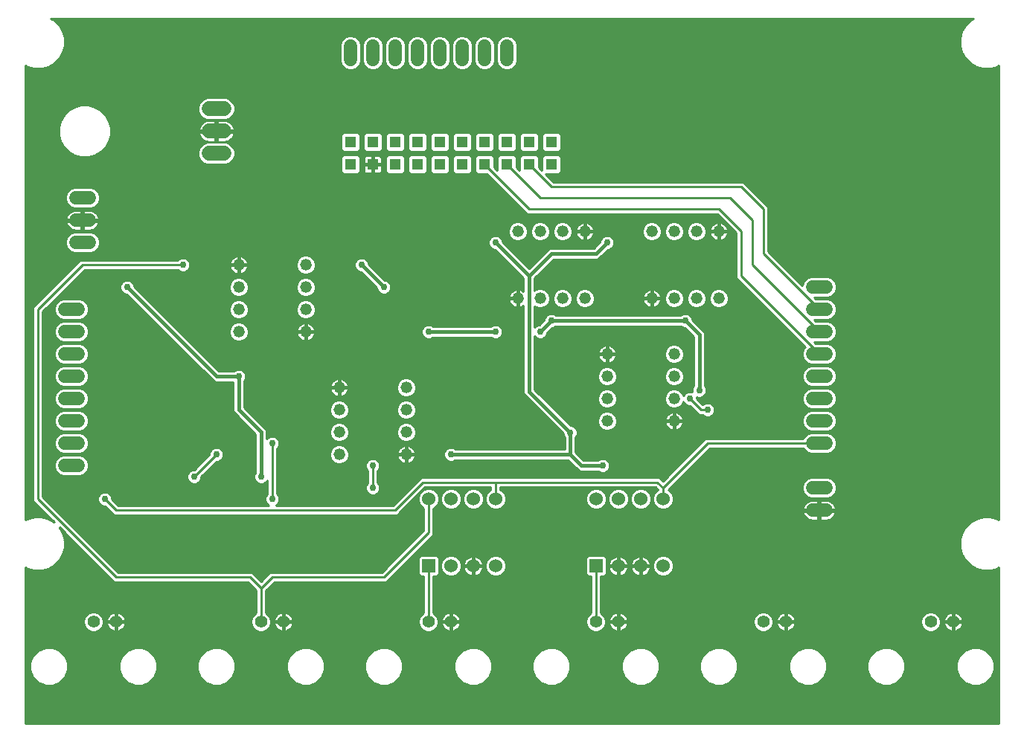
<source format=gbl>
G75*
%MOIN*%
%OFA0B0*%
%FSLAX25Y25*%
%IPPOS*%
%LPD*%
%AMOC8*
5,1,8,0,0,1.08239X$1,22.5*
%
%ADD10R,0.05150X0.05150*%
%ADD11C,0.05543*%
%ADD12C,0.05937*%
%ADD13C,0.06600*%
%ADD14R,0.06000X0.06000*%
%ADD15C,0.06000*%
%ADD16C,0.05200*%
%ADD17C,0.02978*%
%ADD18C,0.01500*%
%ADD19C,0.01000*%
D10*
X0151500Y0338506D03*
X0161500Y0338506D03*
X0171500Y0338506D03*
X0181500Y0338506D03*
X0191500Y0338506D03*
X0201500Y0338506D03*
X0211500Y0338506D03*
X0221500Y0338506D03*
X0231500Y0338506D03*
X0241500Y0338506D03*
X0241500Y0348506D03*
X0231500Y0348506D03*
X0221500Y0348506D03*
X0211500Y0348506D03*
X0201500Y0348506D03*
X0191500Y0348506D03*
X0181500Y0348506D03*
X0171500Y0348506D03*
X0161500Y0348506D03*
X0151500Y0348506D03*
D11*
X0121500Y0133506D03*
X0111500Y0133506D03*
X0046500Y0133506D03*
X0036500Y0133506D03*
X0186500Y0133506D03*
X0196500Y0133506D03*
X0261500Y0133506D03*
X0271500Y0133506D03*
X0336500Y0133506D03*
X0346500Y0133506D03*
X0411500Y0133506D03*
X0421500Y0133506D03*
D12*
X0364469Y0183506D02*
X0358531Y0183506D01*
X0358531Y0193506D02*
X0364469Y0193506D01*
X0364469Y0213506D02*
X0358531Y0213506D01*
X0358531Y0223506D02*
X0364469Y0223506D01*
X0364469Y0233506D02*
X0358531Y0233506D01*
X0358531Y0243506D02*
X0364469Y0243506D01*
X0364469Y0253506D02*
X0358531Y0253506D01*
X0358531Y0263506D02*
X0364469Y0263506D01*
X0364469Y0273506D02*
X0358531Y0273506D01*
X0358531Y0283506D02*
X0364469Y0283506D01*
X0221500Y0385538D02*
X0221500Y0391475D01*
X0211500Y0391475D02*
X0211500Y0385538D01*
X0201500Y0385538D02*
X0201500Y0391475D01*
X0191500Y0391475D02*
X0191500Y0385538D01*
X0181500Y0385538D02*
X0181500Y0391475D01*
X0171500Y0391475D02*
X0171500Y0385538D01*
X0161500Y0385538D02*
X0161500Y0391475D01*
X0151500Y0391475D02*
X0151500Y0385538D01*
X0034469Y0323506D02*
X0028531Y0323506D01*
X0028531Y0313506D02*
X0034469Y0313506D01*
X0034469Y0303506D02*
X0028531Y0303506D01*
X0029469Y0273506D02*
X0023531Y0273506D01*
X0023531Y0263506D02*
X0029469Y0263506D01*
X0029469Y0253506D02*
X0023531Y0253506D01*
X0023531Y0243506D02*
X0029469Y0243506D01*
X0029469Y0233506D02*
X0023531Y0233506D01*
X0023531Y0223506D02*
X0029469Y0223506D01*
X0029469Y0213506D02*
X0023531Y0213506D01*
X0023531Y0203506D02*
X0029469Y0203506D01*
D13*
X0088200Y0343506D02*
X0094800Y0343506D01*
X0094800Y0353506D02*
X0088200Y0353506D01*
X0088200Y0363506D02*
X0094800Y0363506D01*
D14*
X0186500Y0158506D03*
X0261500Y0158506D03*
D15*
X0271500Y0158506D03*
X0281500Y0158506D03*
X0291500Y0158506D03*
X0291500Y0188506D03*
X0281500Y0188506D03*
X0271500Y0188506D03*
X0261500Y0188506D03*
X0216500Y0188506D03*
X0206500Y0188506D03*
X0196500Y0188506D03*
X0186500Y0188506D03*
X0196500Y0158506D03*
X0206500Y0158506D03*
X0216500Y0158506D03*
D16*
X0176500Y0208506D03*
X0176500Y0218506D03*
X0176500Y0228506D03*
X0176500Y0238506D03*
X0146500Y0238506D03*
X0146500Y0228506D03*
X0146500Y0218506D03*
X0146500Y0208506D03*
X0131500Y0263506D03*
X0131500Y0273506D03*
X0131500Y0283506D03*
X0131500Y0293506D03*
X0101500Y0293506D03*
X0101500Y0283506D03*
X0101500Y0273506D03*
X0101500Y0263506D03*
X0226500Y0278506D03*
X0236500Y0278506D03*
X0246500Y0278506D03*
X0256500Y0278506D03*
X0266500Y0253506D03*
X0266500Y0243506D03*
X0266500Y0233506D03*
X0266500Y0223506D03*
X0296500Y0223506D03*
X0296500Y0233506D03*
X0296500Y0243506D03*
X0296500Y0253506D03*
X0296500Y0278506D03*
X0286500Y0278506D03*
X0306500Y0278506D03*
X0316500Y0278506D03*
X0316500Y0308506D03*
X0306500Y0308506D03*
X0296500Y0308506D03*
X0286500Y0308506D03*
X0256500Y0308506D03*
X0246500Y0308506D03*
X0236500Y0308506D03*
X0226500Y0308506D03*
D17*
X0216500Y0303506D03*
X0241500Y0268506D03*
X0236500Y0263506D03*
X0216500Y0263506D03*
X0186500Y0263506D03*
X0166500Y0283506D03*
X0156500Y0293506D03*
X0101500Y0243506D03*
X0116500Y0213506D03*
X0111500Y0198506D03*
X0116500Y0188506D03*
X0091500Y0208506D03*
X0081500Y0198506D03*
X0041500Y0188506D03*
X0051500Y0283506D03*
X0076500Y0293506D03*
X0161500Y0203506D03*
X0161500Y0193506D03*
X0196500Y0208506D03*
X0249947Y0218281D03*
X0264500Y0203506D03*
X0303500Y0233506D03*
X0307760Y0237246D03*
X0311500Y0228506D03*
X0301500Y0268506D03*
X0266500Y0303506D03*
D18*
X0261500Y0298506D01*
X0241500Y0298506D01*
X0231500Y0288506D01*
X0216500Y0303506D01*
X0231500Y0288506D02*
X0231500Y0236728D01*
X0249947Y0218281D01*
X0249947Y0208506D01*
X0254947Y0203506D01*
X0264500Y0203506D01*
X0249947Y0208506D02*
X0196500Y0208506D01*
X0186500Y0263506D02*
X0216500Y0263506D01*
X0236500Y0263506D02*
X0241500Y0268506D01*
X0301500Y0268506D01*
X0307760Y0262246D01*
X0307760Y0237246D01*
X0166500Y0283506D02*
X0156500Y0293506D01*
X0101500Y0243506D02*
X0101500Y0228506D01*
X0111500Y0218506D01*
X0111500Y0198506D01*
X0101500Y0243506D02*
X0091500Y0243506D01*
X0051500Y0283506D01*
D19*
X0006000Y0157854D02*
X0006000Y0088006D01*
X0442000Y0088006D01*
X0442000Y0157854D01*
X0441122Y0157347D01*
X0438077Y0156531D01*
X0434923Y0156531D01*
X0431878Y0157347D01*
X0429147Y0158924D01*
X0426918Y0161153D01*
X0425341Y0163884D01*
X0424525Y0166930D01*
X0424525Y0170083D01*
X0425341Y0173128D01*
X0426918Y0175859D01*
X0429147Y0178089D01*
X0431878Y0179665D01*
X0434923Y0180481D01*
X0438077Y0180481D01*
X0441122Y0179665D01*
X0442000Y0179158D01*
X0442000Y0382854D01*
X0441122Y0382347D01*
X0438077Y0381531D01*
X0434923Y0381531D01*
X0431878Y0382347D01*
X0429147Y0383924D01*
X0426918Y0386153D01*
X0425341Y0388884D01*
X0424525Y0391930D01*
X0424525Y0395083D01*
X0425341Y0398128D01*
X0426918Y0400859D01*
X0429147Y0403089D01*
X0430737Y0404006D01*
X0017263Y0404006D01*
X0018853Y0403089D01*
X0021082Y0400859D01*
X0022659Y0398128D01*
X0023475Y0395083D01*
X0023475Y0391930D01*
X0022659Y0388884D01*
X0021082Y0386153D01*
X0018853Y0383924D01*
X0016122Y0382347D01*
X0013077Y0381531D01*
X0009923Y0381531D01*
X0006878Y0382347D01*
X0006000Y0382854D01*
X0006000Y0179158D01*
X0006878Y0179665D01*
X0009923Y0180481D01*
X0013077Y0180481D01*
X0016122Y0179665D01*
X0018743Y0178152D01*
X0010589Y0186306D01*
X0009300Y0187595D01*
X0009300Y0274418D01*
X0024300Y0289418D01*
X0029300Y0294418D01*
X0030589Y0295706D01*
X0074190Y0295706D01*
X0074694Y0296210D01*
X0075866Y0296695D01*
X0077134Y0296695D01*
X0078306Y0296210D01*
X0079203Y0295313D01*
X0079689Y0294141D01*
X0079689Y0292872D01*
X0079203Y0291700D01*
X0078306Y0290803D01*
X0077134Y0290317D01*
X0075866Y0290317D01*
X0074694Y0290803D01*
X0074190Y0291306D01*
X0032411Y0291306D01*
X0027411Y0286306D01*
X0013700Y0272595D01*
X0013700Y0189418D01*
X0047411Y0155706D01*
X0107411Y0155706D01*
X0108700Y0154418D01*
X0111500Y0151618D01*
X0114300Y0154418D01*
X0115589Y0155706D01*
X0165589Y0155706D01*
X0184300Y0174418D01*
X0184300Y0184330D01*
X0183838Y0184522D01*
X0182516Y0185844D01*
X0181800Y0187571D01*
X0181800Y0189441D01*
X0182516Y0191169D01*
X0183838Y0192491D01*
X0185565Y0193206D01*
X0187435Y0193206D01*
X0189162Y0192491D01*
X0190484Y0191169D01*
X0191200Y0189441D01*
X0191200Y0187571D01*
X0190484Y0185844D01*
X0189162Y0184522D01*
X0188700Y0184330D01*
X0188700Y0172595D01*
X0187411Y0171306D01*
X0167411Y0151306D01*
X0117411Y0151306D01*
X0113700Y0147595D01*
X0113700Y0137435D01*
X0114033Y0137297D01*
X0115291Y0136039D01*
X0115972Y0134396D01*
X0115972Y0132617D01*
X0115291Y0130973D01*
X0114033Y0129715D01*
X0112389Y0129035D01*
X0110611Y0129035D01*
X0108967Y0129715D01*
X0107709Y0130973D01*
X0107028Y0132617D01*
X0107028Y0134396D01*
X0107709Y0136039D01*
X0108967Y0137297D01*
X0109300Y0137435D01*
X0109300Y0147595D01*
X0105589Y0151306D01*
X0045589Y0151306D01*
X0044300Y0152595D01*
X0021146Y0175749D01*
X0022659Y0173128D01*
X0023475Y0170083D01*
X0023475Y0166930D01*
X0022659Y0163884D01*
X0021082Y0161153D01*
X0018853Y0158924D01*
X0016122Y0157347D01*
X0013077Y0156531D01*
X0009923Y0156531D01*
X0006878Y0157347D01*
X0006000Y0157854D01*
X0006000Y0157396D02*
X0006793Y0157396D01*
X0006000Y0156398D02*
X0040497Y0156398D01*
X0039499Y0157396D02*
X0016207Y0157396D01*
X0017936Y0158395D02*
X0038500Y0158395D01*
X0037502Y0159393D02*
X0019322Y0159393D01*
X0020321Y0160392D02*
X0036503Y0160392D01*
X0035505Y0161390D02*
X0021219Y0161390D01*
X0021796Y0162389D02*
X0034506Y0162389D01*
X0033508Y0163387D02*
X0022372Y0163387D01*
X0022793Y0164386D02*
X0032509Y0164386D01*
X0031511Y0165384D02*
X0023061Y0165384D01*
X0023328Y0166383D02*
X0030512Y0166383D01*
X0029514Y0167381D02*
X0023475Y0167381D01*
X0023475Y0168380D02*
X0028515Y0168380D01*
X0027517Y0169378D02*
X0023475Y0169378D01*
X0023396Y0170377D02*
X0026518Y0170377D01*
X0025520Y0171375D02*
X0023129Y0171375D01*
X0022861Y0172374D02*
X0024521Y0172374D01*
X0023523Y0173372D02*
X0022518Y0173372D01*
X0022524Y0174371D02*
X0021942Y0174371D01*
X0021526Y0175369D02*
X0021365Y0175369D01*
X0018530Y0178365D02*
X0018374Y0178365D01*
X0017532Y0179363D02*
X0016645Y0179363D01*
X0016533Y0180362D02*
X0013522Y0180362D01*
X0014536Y0182359D02*
X0006000Y0182359D01*
X0006000Y0183357D02*
X0013538Y0183357D01*
X0012539Y0184356D02*
X0006000Y0184356D01*
X0006000Y0185354D02*
X0011541Y0185354D01*
X0010542Y0186353D02*
X0006000Y0186353D01*
X0006000Y0187351D02*
X0009544Y0187351D01*
X0009300Y0188350D02*
X0006000Y0188350D01*
X0006000Y0189348D02*
X0009300Y0189348D01*
X0009300Y0190347D02*
X0006000Y0190347D01*
X0006000Y0191346D02*
X0009300Y0191346D01*
X0009300Y0192344D02*
X0006000Y0192344D01*
X0006000Y0193343D02*
X0009300Y0193343D01*
X0009300Y0194341D02*
X0006000Y0194341D01*
X0006000Y0195340D02*
X0009300Y0195340D01*
X0009300Y0196338D02*
X0006000Y0196338D01*
X0006000Y0197337D02*
X0009300Y0197337D01*
X0009300Y0198335D02*
X0006000Y0198335D01*
X0006000Y0199334D02*
X0009300Y0199334D01*
X0009300Y0200332D02*
X0006000Y0200332D01*
X0006000Y0201331D02*
X0009300Y0201331D01*
X0009300Y0202329D02*
X0006000Y0202329D01*
X0006000Y0203328D02*
X0009300Y0203328D01*
X0009300Y0204326D02*
X0006000Y0204326D01*
X0006000Y0205325D02*
X0009300Y0205325D01*
X0009300Y0206323D02*
X0006000Y0206323D01*
X0006000Y0207322D02*
X0009300Y0207322D01*
X0009300Y0208320D02*
X0006000Y0208320D01*
X0006000Y0209319D02*
X0009300Y0209319D01*
X0009300Y0210317D02*
X0006000Y0210317D01*
X0006000Y0211316D02*
X0009300Y0211316D01*
X0009300Y0212314D02*
X0006000Y0212314D01*
X0006000Y0213313D02*
X0009300Y0213313D01*
X0009300Y0214311D02*
X0006000Y0214311D01*
X0006000Y0215310D02*
X0009300Y0215310D01*
X0009300Y0216308D02*
X0006000Y0216308D01*
X0006000Y0217307D02*
X0009300Y0217307D01*
X0009300Y0218305D02*
X0006000Y0218305D01*
X0006000Y0219304D02*
X0009300Y0219304D01*
X0009300Y0220302D02*
X0006000Y0220302D01*
X0006000Y0221301D02*
X0009300Y0221301D01*
X0009300Y0222299D02*
X0006000Y0222299D01*
X0006000Y0223298D02*
X0009300Y0223298D01*
X0009300Y0224296D02*
X0006000Y0224296D01*
X0006000Y0225295D02*
X0009300Y0225295D01*
X0009300Y0226293D02*
X0006000Y0226293D01*
X0006000Y0227292D02*
X0009300Y0227292D01*
X0009300Y0228290D02*
X0006000Y0228290D01*
X0006000Y0229289D02*
X0009300Y0229289D01*
X0009300Y0230287D02*
X0006000Y0230287D01*
X0006000Y0231286D02*
X0009300Y0231286D01*
X0009300Y0232284D02*
X0006000Y0232284D01*
X0006000Y0233283D02*
X0009300Y0233283D01*
X0009300Y0234282D02*
X0006000Y0234282D01*
X0006000Y0235280D02*
X0009300Y0235280D01*
X0009300Y0236279D02*
X0006000Y0236279D01*
X0006000Y0237277D02*
X0009300Y0237277D01*
X0009300Y0238276D02*
X0006000Y0238276D01*
X0006000Y0239274D02*
X0009300Y0239274D01*
X0009300Y0240273D02*
X0006000Y0240273D01*
X0006000Y0241271D02*
X0009300Y0241271D01*
X0009300Y0242270D02*
X0006000Y0242270D01*
X0006000Y0243268D02*
X0009300Y0243268D01*
X0009300Y0244267D02*
X0006000Y0244267D01*
X0006000Y0245265D02*
X0009300Y0245265D01*
X0009300Y0246264D02*
X0006000Y0246264D01*
X0006000Y0247262D02*
X0009300Y0247262D01*
X0009300Y0248261D02*
X0006000Y0248261D01*
X0006000Y0249259D02*
X0009300Y0249259D01*
X0009300Y0250258D02*
X0006000Y0250258D01*
X0006000Y0251256D02*
X0009300Y0251256D01*
X0009300Y0252255D02*
X0006000Y0252255D01*
X0006000Y0253253D02*
X0009300Y0253253D01*
X0009300Y0254252D02*
X0006000Y0254252D01*
X0006000Y0255250D02*
X0009300Y0255250D01*
X0009300Y0256249D02*
X0006000Y0256249D01*
X0006000Y0257247D02*
X0009300Y0257247D01*
X0009300Y0258246D02*
X0006000Y0258246D01*
X0006000Y0259244D02*
X0009300Y0259244D01*
X0009300Y0260243D02*
X0006000Y0260243D01*
X0006000Y0261241D02*
X0009300Y0261241D01*
X0009300Y0262240D02*
X0006000Y0262240D01*
X0006000Y0263238D02*
X0009300Y0263238D01*
X0009300Y0264237D02*
X0006000Y0264237D01*
X0006000Y0265235D02*
X0009300Y0265235D01*
X0009300Y0266234D02*
X0006000Y0266234D01*
X0006000Y0267232D02*
X0009300Y0267232D01*
X0009300Y0268231D02*
X0006000Y0268231D01*
X0006000Y0269229D02*
X0009300Y0269229D01*
X0009300Y0270228D02*
X0006000Y0270228D01*
X0006000Y0271226D02*
X0009300Y0271226D01*
X0009300Y0272225D02*
X0006000Y0272225D01*
X0006000Y0273223D02*
X0009300Y0273223D01*
X0009300Y0274222D02*
X0006000Y0274222D01*
X0006000Y0275220D02*
X0010103Y0275220D01*
X0011101Y0276219D02*
X0006000Y0276219D01*
X0006000Y0277217D02*
X0012100Y0277217D01*
X0013098Y0278216D02*
X0006000Y0278216D01*
X0006000Y0279215D02*
X0014097Y0279215D01*
X0015095Y0280213D02*
X0006000Y0280213D01*
X0006000Y0281212D02*
X0016094Y0281212D01*
X0017092Y0282210D02*
X0006000Y0282210D01*
X0006000Y0283209D02*
X0018091Y0283209D01*
X0019090Y0284207D02*
X0006000Y0284207D01*
X0006000Y0285206D02*
X0020088Y0285206D01*
X0021087Y0286204D02*
X0006000Y0286204D01*
X0006000Y0287203D02*
X0022085Y0287203D01*
X0023084Y0288201D02*
X0006000Y0288201D01*
X0006000Y0289200D02*
X0024082Y0289200D01*
X0025081Y0290198D02*
X0006000Y0290198D01*
X0006000Y0291197D02*
X0026079Y0291197D01*
X0027078Y0292195D02*
X0006000Y0292195D01*
X0006000Y0293194D02*
X0028076Y0293194D01*
X0029075Y0294192D02*
X0006000Y0294192D01*
X0006000Y0295191D02*
X0030073Y0295191D01*
X0031500Y0293506D02*
X0076500Y0293506D01*
X0078700Y0291197D02*
X0098110Y0291197D01*
X0097993Y0291357D02*
X0098373Y0290835D01*
X0098829Y0290379D01*
X0099351Y0290000D01*
X0099926Y0289707D01*
X0100540Y0289507D01*
X0101177Y0289406D01*
X0101200Y0289406D01*
X0101200Y0293206D01*
X0101800Y0293206D01*
X0101800Y0289406D01*
X0101823Y0289406D01*
X0102460Y0289507D01*
X0103074Y0289707D01*
X0103649Y0290000D01*
X0104171Y0290379D01*
X0104627Y0290835D01*
X0105007Y0291357D01*
X0105300Y0291932D01*
X0105499Y0292546D01*
X0105600Y0293184D01*
X0105600Y0293206D01*
X0101800Y0293206D01*
X0101800Y0293806D01*
X0105600Y0293806D01*
X0105600Y0293829D01*
X0105499Y0294466D01*
X0105300Y0295080D01*
X0105007Y0295655D01*
X0104627Y0296177D01*
X0104171Y0296634D01*
X0103649Y0297013D01*
X0103074Y0297306D01*
X0102460Y0297505D01*
X0101823Y0297606D01*
X0101800Y0297606D01*
X0101800Y0293806D01*
X0101200Y0293806D01*
X0101200Y0293206D01*
X0097400Y0293206D01*
X0097400Y0293184D01*
X0097501Y0292546D01*
X0097700Y0291932D01*
X0097993Y0291357D01*
X0097615Y0292195D02*
X0079409Y0292195D01*
X0079689Y0293194D02*
X0097400Y0293194D01*
X0097400Y0293806D02*
X0101200Y0293806D01*
X0101200Y0297606D01*
X0101177Y0297606D01*
X0100540Y0297505D01*
X0099926Y0297306D01*
X0099351Y0297013D01*
X0098829Y0296634D01*
X0098373Y0296177D01*
X0097993Y0295655D01*
X0097700Y0295080D01*
X0097501Y0294466D01*
X0097400Y0293829D01*
X0097400Y0293806D01*
X0097458Y0294192D02*
X0079668Y0294192D01*
X0079254Y0295191D02*
X0097757Y0295191D01*
X0098385Y0296189D02*
X0078327Y0296189D01*
X0074673Y0296189D02*
X0006000Y0296189D01*
X0006000Y0297188D02*
X0099694Y0297188D01*
X0101200Y0297188D02*
X0101800Y0297188D01*
X0101800Y0296189D02*
X0101200Y0296189D01*
X0101200Y0295191D02*
X0101800Y0295191D01*
X0101800Y0294192D02*
X0101200Y0294192D01*
X0101200Y0293194D02*
X0101800Y0293194D01*
X0101800Y0292195D02*
X0101200Y0292195D01*
X0101200Y0291197D02*
X0101800Y0291197D01*
X0101800Y0290198D02*
X0101200Y0290198D01*
X0099078Y0290198D02*
X0031303Y0290198D01*
X0030305Y0289200D02*
X0157342Y0289200D01*
X0156343Y0290198D02*
X0134273Y0290198D01*
X0133936Y0289861D02*
X0135145Y0291071D01*
X0135800Y0292651D01*
X0135800Y0294362D01*
X0135145Y0295942D01*
X0133936Y0297152D01*
X0132355Y0297806D01*
X0130645Y0297806D01*
X0129064Y0297152D01*
X0127855Y0295942D01*
X0127200Y0294362D01*
X0127200Y0292651D01*
X0127855Y0291071D01*
X0129064Y0289861D01*
X0130645Y0289206D01*
X0132355Y0289206D01*
X0133936Y0289861D01*
X0135198Y0291197D02*
X0154300Y0291197D01*
X0154694Y0290803D02*
X0153797Y0291700D01*
X0153311Y0292872D01*
X0153311Y0294141D01*
X0153797Y0295313D01*
X0154694Y0296210D01*
X0155866Y0296695D01*
X0157134Y0296695D01*
X0158306Y0296210D01*
X0159203Y0295313D01*
X0159689Y0294141D01*
X0159689Y0293782D01*
X0166776Y0286695D01*
X0167134Y0286695D01*
X0168306Y0286210D01*
X0169203Y0285313D01*
X0169689Y0284141D01*
X0169689Y0282872D01*
X0169203Y0281700D01*
X0168306Y0280803D01*
X0167134Y0280317D01*
X0165866Y0280317D01*
X0164694Y0280803D01*
X0163797Y0281700D01*
X0163311Y0282872D01*
X0163311Y0283230D01*
X0156224Y0290317D01*
X0155866Y0290317D01*
X0154694Y0290803D01*
X0153591Y0292195D02*
X0135611Y0292195D01*
X0135800Y0293194D02*
X0153311Y0293194D01*
X0153332Y0294192D02*
X0135800Y0294192D01*
X0135457Y0295191D02*
X0153746Y0295191D01*
X0154673Y0296189D02*
X0134898Y0296189D01*
X0133849Y0297188D02*
X0219354Y0297188D01*
X0218355Y0298186D02*
X0006000Y0298186D01*
X0006000Y0299185D02*
X0026765Y0299185D01*
X0027603Y0298838D02*
X0035397Y0298838D01*
X0037113Y0299549D01*
X0038426Y0300862D01*
X0039137Y0302578D01*
X0039137Y0304435D01*
X0038426Y0306151D01*
X0037113Y0307464D01*
X0035397Y0308175D01*
X0027603Y0308175D01*
X0025887Y0307464D01*
X0024574Y0306151D01*
X0023863Y0304435D01*
X0023863Y0302578D01*
X0024574Y0300862D01*
X0025887Y0299549D01*
X0027603Y0298838D01*
X0025252Y0300183D02*
X0006000Y0300183D01*
X0006000Y0301182D02*
X0024441Y0301182D01*
X0024028Y0302180D02*
X0006000Y0302180D01*
X0006000Y0303179D02*
X0023863Y0303179D01*
X0023863Y0304177D02*
X0006000Y0304177D01*
X0006000Y0305176D02*
X0024170Y0305176D01*
X0024597Y0306174D02*
X0006000Y0306174D01*
X0006000Y0307173D02*
X0025596Y0307173D01*
X0027595Y0308171D02*
X0006000Y0308171D01*
X0006000Y0309170D02*
X0027417Y0309170D01*
X0027485Y0309148D02*
X0028180Y0309038D01*
X0031016Y0309038D01*
X0031016Y0313022D01*
X0031984Y0313022D01*
X0031984Y0309038D01*
X0034820Y0309038D01*
X0035515Y0309148D01*
X0036184Y0309365D01*
X0036811Y0309684D01*
X0037380Y0310098D01*
X0037877Y0310595D01*
X0038290Y0311164D01*
X0038610Y0311791D01*
X0038827Y0312460D01*
X0038916Y0313022D01*
X0031984Y0313022D01*
X0031984Y0313991D01*
X0031016Y0313991D01*
X0031016Y0317975D01*
X0028180Y0317975D01*
X0027485Y0317865D01*
X0026816Y0317647D01*
X0026189Y0317328D01*
X0025620Y0316915D01*
X0025123Y0316417D01*
X0024710Y0315848D01*
X0024390Y0315222D01*
X0024173Y0314553D01*
X0024084Y0313991D01*
X0031016Y0313991D01*
X0031016Y0313022D01*
X0024084Y0313022D01*
X0024173Y0312460D01*
X0024390Y0311791D01*
X0024710Y0311164D01*
X0025123Y0310595D01*
X0025620Y0310098D01*
X0026189Y0309684D01*
X0026816Y0309365D01*
X0027485Y0309148D01*
X0025550Y0310168D02*
X0006000Y0310168D01*
X0006000Y0311167D02*
X0024708Y0311167D01*
X0024269Y0312165D02*
X0006000Y0312165D01*
X0006000Y0313164D02*
X0031016Y0313164D01*
X0031984Y0313164D02*
X0318964Y0313164D01*
X0318350Y0312165D02*
X0319962Y0312165D01*
X0319171Y0311634D02*
X0318649Y0312013D01*
X0318074Y0312306D01*
X0317460Y0312505D01*
X0316823Y0312606D01*
X0316800Y0312606D01*
X0316800Y0308806D01*
X0320600Y0308806D01*
X0320600Y0308829D01*
X0320499Y0309466D01*
X0320300Y0310080D01*
X0320007Y0310655D01*
X0319627Y0311177D01*
X0319171Y0311634D01*
X0319635Y0311167D02*
X0320961Y0311167D01*
X0320255Y0310168D02*
X0321959Y0310168D01*
X0322958Y0309170D02*
X0320546Y0309170D01*
X0320600Y0308206D02*
X0316800Y0308206D01*
X0316800Y0304406D01*
X0316823Y0304406D01*
X0317460Y0304507D01*
X0318074Y0304707D01*
X0318649Y0305000D01*
X0319171Y0305379D01*
X0319627Y0305835D01*
X0320007Y0306357D01*
X0320300Y0306932D01*
X0320499Y0307546D01*
X0320600Y0308184D01*
X0320600Y0308206D01*
X0320598Y0308171D02*
X0323956Y0308171D01*
X0324300Y0307828D02*
X0324300Y0287595D01*
X0325589Y0286306D01*
X0355159Y0256736D01*
X0354574Y0256151D01*
X0353863Y0254435D01*
X0353863Y0252578D01*
X0354574Y0250862D01*
X0355887Y0249549D01*
X0357603Y0248838D01*
X0365397Y0248838D01*
X0367113Y0249549D01*
X0368426Y0250862D01*
X0369137Y0252578D01*
X0369137Y0254435D01*
X0368426Y0256151D01*
X0367113Y0257464D01*
X0365397Y0258175D01*
X0359943Y0258175D01*
X0359280Y0258838D01*
X0365397Y0258838D01*
X0367113Y0259549D01*
X0368426Y0260862D01*
X0369137Y0262578D01*
X0369137Y0264435D01*
X0368426Y0266151D01*
X0367113Y0267464D01*
X0365397Y0268175D01*
X0359943Y0268175D01*
X0359280Y0268838D01*
X0365397Y0268838D01*
X0367113Y0269549D01*
X0368426Y0270862D01*
X0369137Y0272578D01*
X0369137Y0274435D01*
X0368426Y0276151D01*
X0367113Y0277464D01*
X0365397Y0278175D01*
X0359943Y0278175D01*
X0359280Y0278838D01*
X0365397Y0278838D01*
X0367113Y0279549D01*
X0368426Y0280862D01*
X0369137Y0282578D01*
X0369137Y0284435D01*
X0368426Y0286151D01*
X0367113Y0287464D01*
X0365397Y0288175D01*
X0357603Y0288175D01*
X0355887Y0287464D01*
X0354574Y0286151D01*
X0353863Y0284435D01*
X0353863Y0284255D01*
X0338700Y0299418D01*
X0338700Y0319418D01*
X0327411Y0330706D01*
X0242411Y0330706D01*
X0238886Y0334231D01*
X0244779Y0334231D01*
X0245775Y0335227D01*
X0245775Y0341785D01*
X0244779Y0342781D01*
X0238221Y0342781D01*
X0237225Y0341785D01*
X0237225Y0335892D01*
X0235775Y0337343D01*
X0235775Y0341785D01*
X0234779Y0342781D01*
X0228221Y0342781D01*
X0227225Y0341785D01*
X0227225Y0335892D01*
X0225775Y0337343D01*
X0225775Y0341785D01*
X0224779Y0342781D01*
X0218221Y0342781D01*
X0217225Y0341785D01*
X0217225Y0335892D01*
X0215775Y0337343D01*
X0215775Y0341785D01*
X0214779Y0342781D01*
X0208221Y0342781D01*
X0207225Y0341785D01*
X0207225Y0335227D01*
X0208221Y0334231D01*
X0212664Y0334231D01*
X0230589Y0316306D01*
X0315821Y0316306D01*
X0324300Y0307828D01*
X0324300Y0307173D02*
X0320378Y0307173D01*
X0319874Y0306174D02*
X0324300Y0306174D01*
X0324300Y0305176D02*
X0318891Y0305176D01*
X0316800Y0305176D02*
X0316200Y0305176D01*
X0316200Y0304406D02*
X0316200Y0308206D01*
X0316800Y0308206D01*
X0316800Y0308806D01*
X0316200Y0308806D01*
X0316200Y0308206D01*
X0312400Y0308206D01*
X0312400Y0308184D01*
X0312501Y0307546D01*
X0312700Y0306932D01*
X0312993Y0306357D01*
X0313373Y0305835D01*
X0313829Y0305379D01*
X0314351Y0305000D01*
X0314926Y0304707D01*
X0315540Y0304507D01*
X0316177Y0304406D01*
X0316200Y0304406D01*
X0316200Y0306174D02*
X0316800Y0306174D01*
X0316800Y0307173D02*
X0316200Y0307173D01*
X0316200Y0308171D02*
X0316800Y0308171D01*
X0316200Y0308806D02*
X0312400Y0308806D01*
X0312400Y0308829D01*
X0312501Y0309466D01*
X0312700Y0310080D01*
X0312993Y0310655D01*
X0313373Y0311177D01*
X0313829Y0311634D01*
X0314351Y0312013D01*
X0314926Y0312306D01*
X0315540Y0312505D01*
X0316177Y0312606D01*
X0316200Y0312606D01*
X0316200Y0308806D01*
X0316200Y0309170D02*
X0316800Y0309170D01*
X0316800Y0310168D02*
X0316200Y0310168D01*
X0316200Y0311167D02*
X0316800Y0311167D01*
X0316800Y0312165D02*
X0316200Y0312165D01*
X0314650Y0312165D02*
X0308903Y0312165D01*
X0308936Y0312152D02*
X0307355Y0312806D01*
X0305645Y0312806D01*
X0304064Y0312152D01*
X0302855Y0310942D01*
X0302200Y0309362D01*
X0302200Y0307651D01*
X0302855Y0306071D01*
X0304064Y0304861D01*
X0305645Y0304206D01*
X0307355Y0304206D01*
X0308936Y0304861D01*
X0310145Y0306071D01*
X0310800Y0307651D01*
X0310800Y0309362D01*
X0310145Y0310942D01*
X0308936Y0312152D01*
X0309921Y0311167D02*
X0313365Y0311167D01*
X0312745Y0310168D02*
X0310466Y0310168D01*
X0310800Y0309170D02*
X0312454Y0309170D01*
X0312402Y0308171D02*
X0310800Y0308171D01*
X0310602Y0307173D02*
X0312622Y0307173D01*
X0313126Y0306174D02*
X0310188Y0306174D01*
X0309251Y0305176D02*
X0314109Y0305176D01*
X0317965Y0314162D02*
X0038889Y0314162D01*
X0038916Y0313991D02*
X0038827Y0314553D01*
X0038610Y0315222D01*
X0038290Y0315848D01*
X0037877Y0316417D01*
X0037380Y0316915D01*
X0036811Y0317328D01*
X0036184Y0317647D01*
X0035515Y0317865D01*
X0034820Y0317975D01*
X0031984Y0317975D01*
X0031984Y0313991D01*
X0038916Y0313991D01*
X0038629Y0315161D02*
X0316967Y0315161D01*
X0315968Y0316159D02*
X0038064Y0316159D01*
X0037045Y0317158D02*
X0229737Y0317158D01*
X0228739Y0318156D02*
X0006000Y0318156D01*
X0006000Y0317158D02*
X0025955Y0317158D01*
X0024936Y0316159D02*
X0006000Y0316159D01*
X0006000Y0315161D02*
X0024371Y0315161D01*
X0024111Y0314162D02*
X0006000Y0314162D01*
X0006000Y0319155D02*
X0026837Y0319155D01*
X0027603Y0318838D02*
X0035397Y0318838D01*
X0037113Y0319549D01*
X0038426Y0320862D01*
X0039137Y0322578D01*
X0039137Y0324435D01*
X0038426Y0326151D01*
X0037113Y0327464D01*
X0035397Y0328175D01*
X0027603Y0328175D01*
X0025887Y0327464D01*
X0024574Y0326151D01*
X0023863Y0324435D01*
X0023863Y0322578D01*
X0024574Y0320862D01*
X0025887Y0319549D01*
X0027603Y0318838D01*
X0025282Y0320153D02*
X0006000Y0320153D01*
X0006000Y0321152D02*
X0024454Y0321152D01*
X0024040Y0322151D02*
X0006000Y0322151D01*
X0006000Y0323149D02*
X0023863Y0323149D01*
X0023863Y0324148D02*
X0006000Y0324148D01*
X0006000Y0325146D02*
X0024158Y0325146D01*
X0024571Y0326145D02*
X0006000Y0326145D01*
X0006000Y0327143D02*
X0025566Y0327143D01*
X0027523Y0328142D02*
X0006000Y0328142D01*
X0006000Y0329140D02*
X0217755Y0329140D01*
X0218753Y0328142D02*
X0035477Y0328142D01*
X0037434Y0327143D02*
X0219752Y0327143D01*
X0220750Y0326145D02*
X0038429Y0326145D01*
X0038842Y0325146D02*
X0221749Y0325146D01*
X0222747Y0324148D02*
X0039137Y0324148D01*
X0039137Y0323149D02*
X0223746Y0323149D01*
X0224745Y0322151D02*
X0038960Y0322151D01*
X0038546Y0321152D02*
X0225743Y0321152D01*
X0226742Y0320153D02*
X0037718Y0320153D01*
X0036163Y0319155D02*
X0227740Y0319155D01*
X0231500Y0318506D02*
X0211500Y0338506D01*
X0215775Y0338127D02*
X0217225Y0338127D01*
X0217225Y0339125D02*
X0215775Y0339125D01*
X0215775Y0340124D02*
X0217225Y0340124D01*
X0217225Y0341122D02*
X0215775Y0341122D01*
X0215439Y0342121D02*
X0217561Y0342121D01*
X0218221Y0344231D02*
X0217225Y0345227D01*
X0217225Y0351785D01*
X0218221Y0352781D01*
X0224779Y0352781D01*
X0225775Y0351785D01*
X0225775Y0345227D01*
X0224779Y0344231D01*
X0218221Y0344231D01*
X0217336Y0345116D02*
X0215664Y0345116D01*
X0215775Y0345227D02*
X0215775Y0351785D01*
X0214779Y0352781D01*
X0208221Y0352781D01*
X0207225Y0351785D01*
X0207225Y0345227D01*
X0208221Y0344231D01*
X0214779Y0344231D01*
X0215775Y0345227D01*
X0215775Y0346115D02*
X0217225Y0346115D01*
X0217225Y0347113D02*
X0215775Y0347113D01*
X0215775Y0348112D02*
X0217225Y0348112D01*
X0217225Y0349110D02*
X0215775Y0349110D01*
X0215775Y0350109D02*
X0217225Y0350109D01*
X0217225Y0351107D02*
X0215775Y0351107D01*
X0215454Y0352106D02*
X0217546Y0352106D01*
X0225454Y0352106D02*
X0227546Y0352106D01*
X0227225Y0351785D02*
X0227225Y0345227D01*
X0228221Y0344231D01*
X0234779Y0344231D01*
X0235775Y0345227D01*
X0235775Y0351785D01*
X0234779Y0352781D01*
X0228221Y0352781D01*
X0227225Y0351785D01*
X0227225Y0351107D02*
X0225775Y0351107D01*
X0225775Y0350109D02*
X0227225Y0350109D01*
X0227225Y0349110D02*
X0225775Y0349110D01*
X0225775Y0348112D02*
X0227225Y0348112D01*
X0227225Y0347113D02*
X0225775Y0347113D01*
X0225775Y0346115D02*
X0227225Y0346115D01*
X0227336Y0345116D02*
X0225664Y0345116D01*
X0225439Y0342121D02*
X0227561Y0342121D01*
X0227225Y0341122D02*
X0225775Y0341122D01*
X0225775Y0340124D02*
X0227225Y0340124D01*
X0227225Y0339125D02*
X0225775Y0339125D01*
X0225775Y0338127D02*
X0227225Y0338127D01*
X0227225Y0337128D02*
X0225989Y0337128D01*
X0226988Y0336130D02*
X0227225Y0336130D01*
X0231500Y0338506D02*
X0241500Y0328506D01*
X0326500Y0328506D01*
X0336500Y0318506D01*
X0336500Y0298506D01*
X0361500Y0273506D01*
X0359902Y0278216D02*
X0442000Y0278216D01*
X0442000Y0277217D02*
X0367360Y0277217D01*
X0368358Y0276219D02*
X0442000Y0276219D01*
X0442000Y0275220D02*
X0368812Y0275220D01*
X0369137Y0274222D02*
X0442000Y0274222D01*
X0442000Y0273223D02*
X0369137Y0273223D01*
X0368991Y0272225D02*
X0442000Y0272225D01*
X0442000Y0271226D02*
X0368577Y0271226D01*
X0367792Y0270228D02*
X0442000Y0270228D01*
X0442000Y0269229D02*
X0366343Y0269229D01*
X0367345Y0267232D02*
X0442000Y0267232D01*
X0442000Y0266234D02*
X0368343Y0266234D01*
X0368805Y0265235D02*
X0442000Y0265235D01*
X0442000Y0264237D02*
X0369137Y0264237D01*
X0369137Y0263238D02*
X0442000Y0263238D01*
X0442000Y0262240D02*
X0368997Y0262240D01*
X0368583Y0261241D02*
X0442000Y0261241D01*
X0442000Y0260243D02*
X0367807Y0260243D01*
X0366378Y0259244D02*
X0442000Y0259244D01*
X0442000Y0258246D02*
X0359872Y0258246D01*
X0361500Y0253506D02*
X0326500Y0288506D01*
X0326500Y0308739D01*
X0316733Y0318506D01*
X0231500Y0318506D01*
X0228903Y0312165D02*
X0234097Y0312165D01*
X0234064Y0312152D02*
X0232855Y0310942D01*
X0232200Y0309362D01*
X0232200Y0307651D01*
X0232855Y0306071D01*
X0234064Y0304861D01*
X0235645Y0304206D01*
X0237355Y0304206D01*
X0238936Y0304861D01*
X0240145Y0306071D01*
X0240800Y0307651D01*
X0240800Y0309362D01*
X0240145Y0310942D01*
X0238936Y0312152D01*
X0237355Y0312806D01*
X0235645Y0312806D01*
X0234064Y0312152D01*
X0233079Y0311167D02*
X0229921Y0311167D01*
X0230145Y0310942D02*
X0228936Y0312152D01*
X0227355Y0312806D01*
X0225645Y0312806D01*
X0224064Y0312152D01*
X0222855Y0310942D01*
X0222200Y0309362D01*
X0222200Y0307651D01*
X0222855Y0306071D01*
X0224064Y0304861D01*
X0225645Y0304206D01*
X0227355Y0304206D01*
X0228936Y0304861D01*
X0230145Y0306071D01*
X0230800Y0307651D01*
X0230800Y0309362D01*
X0230145Y0310942D01*
X0230466Y0310168D02*
X0232534Y0310168D01*
X0232200Y0309170D02*
X0230800Y0309170D01*
X0230800Y0308171D02*
X0232200Y0308171D01*
X0232398Y0307173D02*
X0230602Y0307173D01*
X0230188Y0306174D02*
X0232812Y0306174D01*
X0233749Y0305176D02*
X0229251Y0305176D01*
X0223749Y0305176D02*
X0219260Y0305176D01*
X0219203Y0305313D02*
X0218306Y0306210D01*
X0217134Y0306695D01*
X0215866Y0306695D01*
X0214694Y0306210D01*
X0213797Y0305313D01*
X0213311Y0304141D01*
X0213311Y0302872D01*
X0213797Y0301700D01*
X0214694Y0300803D01*
X0215866Y0300317D01*
X0216224Y0300317D01*
X0229050Y0287491D01*
X0229050Y0281721D01*
X0228649Y0282013D01*
X0228074Y0282306D01*
X0227460Y0282505D01*
X0226823Y0282606D01*
X0226800Y0282606D01*
X0226800Y0278806D01*
X0226200Y0278806D01*
X0226200Y0278206D01*
X0226800Y0278206D01*
X0226800Y0274406D01*
X0226823Y0274406D01*
X0227460Y0274507D01*
X0228074Y0274707D01*
X0228649Y0275000D01*
X0229050Y0275291D01*
X0229050Y0236241D01*
X0229423Y0235340D01*
X0246758Y0218005D01*
X0246758Y0217646D01*
X0247244Y0216474D01*
X0247497Y0216221D01*
X0247497Y0210956D01*
X0198560Y0210956D01*
X0198306Y0211210D01*
X0197134Y0211695D01*
X0195866Y0211695D01*
X0194694Y0211210D01*
X0193797Y0210313D01*
X0193311Y0209141D01*
X0193311Y0207872D01*
X0193797Y0206700D01*
X0194694Y0205803D01*
X0195866Y0205317D01*
X0197134Y0205317D01*
X0198306Y0205803D01*
X0198560Y0206056D01*
X0248932Y0206056D01*
X0252870Y0202118D01*
X0253559Y0201429D01*
X0254460Y0201056D01*
X0262440Y0201056D01*
X0262694Y0200803D01*
X0263866Y0200317D01*
X0265134Y0200317D01*
X0266306Y0200803D01*
X0267203Y0201700D01*
X0267689Y0202872D01*
X0267689Y0204141D01*
X0267203Y0205313D01*
X0266306Y0206210D01*
X0265134Y0206695D01*
X0263866Y0206695D01*
X0262694Y0206210D01*
X0262440Y0205956D01*
X0255962Y0205956D01*
X0252397Y0209521D01*
X0252397Y0216221D01*
X0252651Y0216474D01*
X0253136Y0217646D01*
X0253136Y0218915D01*
X0252651Y0220087D01*
X0251754Y0220984D01*
X0250582Y0221470D01*
X0250223Y0221470D01*
X0233950Y0237743D01*
X0233950Y0261546D01*
X0234694Y0260803D01*
X0235866Y0260317D01*
X0237134Y0260317D01*
X0238306Y0260803D01*
X0239203Y0261700D01*
X0239689Y0262872D01*
X0239689Y0263230D01*
X0241776Y0265317D01*
X0242134Y0265317D01*
X0243306Y0265803D01*
X0243560Y0266056D01*
X0299440Y0266056D01*
X0299694Y0265803D01*
X0300866Y0265317D01*
X0301224Y0265317D01*
X0305310Y0261232D01*
X0305310Y0239306D01*
X0305056Y0239053D01*
X0304571Y0237881D01*
X0304571Y0236612D01*
X0304620Y0236494D01*
X0304134Y0236695D01*
X0302866Y0236695D01*
X0301694Y0236210D01*
X0300797Y0235313D01*
X0300601Y0234841D01*
X0300145Y0235942D01*
X0298936Y0237152D01*
X0297355Y0237806D01*
X0295645Y0237806D01*
X0294064Y0237152D01*
X0292855Y0235942D01*
X0292200Y0234362D01*
X0292200Y0232651D01*
X0292855Y0231071D01*
X0294064Y0229861D01*
X0295645Y0229206D01*
X0297355Y0229206D01*
X0298936Y0229861D01*
X0300145Y0231071D01*
X0300601Y0232171D01*
X0300797Y0231700D01*
X0301694Y0230803D01*
X0302866Y0230317D01*
X0303578Y0230317D01*
X0307589Y0226306D01*
X0309190Y0226306D01*
X0309694Y0225803D01*
X0310866Y0225317D01*
X0312134Y0225317D01*
X0313306Y0225803D01*
X0314203Y0226700D01*
X0314689Y0227872D01*
X0314689Y0229141D01*
X0314203Y0230313D01*
X0313306Y0231210D01*
X0312134Y0231695D01*
X0310866Y0231695D01*
X0309694Y0231210D01*
X0309301Y0230817D01*
X0306689Y0233429D01*
X0306689Y0234141D01*
X0306640Y0234259D01*
X0307126Y0234057D01*
X0308394Y0234057D01*
X0309566Y0234543D01*
X0310463Y0235440D01*
X0310949Y0236612D01*
X0310949Y0237881D01*
X0310463Y0239053D01*
X0310210Y0239306D01*
X0310210Y0262734D01*
X0309837Y0263634D01*
X0304689Y0268782D01*
X0304689Y0269141D01*
X0304203Y0270313D01*
X0303306Y0271210D01*
X0302134Y0271695D01*
X0300866Y0271695D01*
X0299694Y0271210D01*
X0299440Y0270956D01*
X0243560Y0270956D01*
X0243306Y0271210D01*
X0242134Y0271695D01*
X0240866Y0271695D01*
X0239694Y0271210D01*
X0238797Y0270313D01*
X0238311Y0269141D01*
X0238311Y0268782D01*
X0236224Y0266695D01*
X0235866Y0266695D01*
X0234694Y0266210D01*
X0233950Y0265466D01*
X0233950Y0274975D01*
X0234064Y0274861D01*
X0235645Y0274206D01*
X0237355Y0274206D01*
X0238936Y0274861D01*
X0240145Y0276071D01*
X0240800Y0277651D01*
X0240800Y0279362D01*
X0240145Y0280942D01*
X0238936Y0282152D01*
X0237355Y0282806D01*
X0235645Y0282806D01*
X0234064Y0282152D01*
X0233950Y0282037D01*
X0233950Y0287491D01*
X0242515Y0296056D01*
X0261987Y0296056D01*
X0262888Y0296429D01*
X0263577Y0297118D01*
X0266776Y0300317D01*
X0267134Y0300317D01*
X0268306Y0300803D01*
X0269203Y0301700D01*
X0269689Y0302872D01*
X0269689Y0304141D01*
X0269203Y0305313D01*
X0268306Y0306210D01*
X0267134Y0306695D01*
X0265866Y0306695D01*
X0264694Y0306210D01*
X0263797Y0305313D01*
X0263311Y0304141D01*
X0263311Y0303782D01*
X0260485Y0300956D01*
X0241013Y0300956D01*
X0240112Y0300583D01*
X0239423Y0299894D01*
X0231500Y0291971D01*
X0219689Y0303782D01*
X0219689Y0304141D01*
X0219203Y0305313D01*
X0218342Y0306174D02*
X0222812Y0306174D01*
X0222398Y0307173D02*
X0037404Y0307173D01*
X0038403Y0306174D02*
X0214658Y0306174D01*
X0213740Y0305176D02*
X0038830Y0305176D01*
X0039137Y0304177D02*
X0213326Y0304177D01*
X0213311Y0303179D02*
X0039137Y0303179D01*
X0038972Y0302180D02*
X0213598Y0302180D01*
X0214315Y0301182D02*
X0038559Y0301182D01*
X0037748Y0300183D02*
X0216358Y0300183D01*
X0217357Y0299185D02*
X0036235Y0299185D01*
X0031500Y0293506D02*
X0026500Y0288506D01*
X0011500Y0273506D01*
X0011500Y0188506D01*
X0046500Y0153506D01*
X0106500Y0153506D01*
X0111500Y0148506D01*
X0116500Y0153506D01*
X0166500Y0153506D01*
X0186500Y0173506D01*
X0186500Y0188506D01*
X0182175Y0190347D02*
X0181452Y0190347D01*
X0181800Y0189348D02*
X0180453Y0189348D01*
X0179455Y0188350D02*
X0181800Y0188350D01*
X0181891Y0187351D02*
X0178456Y0187351D01*
X0177458Y0186353D02*
X0182305Y0186353D01*
X0183005Y0185354D02*
X0176459Y0185354D01*
X0175461Y0184356D02*
X0184238Y0184356D01*
X0184300Y0183357D02*
X0174462Y0183357D01*
X0173700Y0182595D02*
X0184911Y0193806D01*
X0214300Y0193806D01*
X0214300Y0192682D01*
X0213838Y0192491D01*
X0212516Y0191169D01*
X0211800Y0189441D01*
X0211800Y0187571D01*
X0212516Y0185844D01*
X0213838Y0184522D01*
X0215565Y0183806D01*
X0217435Y0183806D01*
X0219162Y0184522D01*
X0220484Y0185844D01*
X0221200Y0187571D01*
X0221200Y0189441D01*
X0220484Y0191169D01*
X0219162Y0192491D01*
X0218700Y0192682D01*
X0218700Y0193806D01*
X0288089Y0193806D01*
X0289238Y0192657D01*
X0288838Y0192491D01*
X0287516Y0191169D01*
X0286800Y0189441D01*
X0286800Y0187571D01*
X0287516Y0185844D01*
X0288838Y0184522D01*
X0290565Y0183806D01*
X0292435Y0183806D01*
X0294162Y0184522D01*
X0295484Y0185844D01*
X0296200Y0187571D01*
X0296200Y0189441D01*
X0295484Y0191169D01*
X0294162Y0192491D01*
X0293762Y0192657D01*
X0312411Y0211306D01*
X0354390Y0211306D01*
X0354574Y0210862D01*
X0355887Y0209549D01*
X0357603Y0208838D01*
X0365397Y0208838D01*
X0367113Y0209549D01*
X0368426Y0210862D01*
X0369137Y0212578D01*
X0369137Y0214435D01*
X0368426Y0216151D01*
X0367113Y0217464D01*
X0365397Y0218175D01*
X0357603Y0218175D01*
X0355887Y0217464D01*
X0354574Y0216151D01*
X0354390Y0215706D01*
X0310589Y0215706D01*
X0309300Y0214418D01*
X0309300Y0214418D01*
X0291500Y0196618D01*
X0291200Y0196918D01*
X0289911Y0198206D01*
X0183089Y0198206D01*
X0170589Y0185706D01*
X0118073Y0185706D01*
X0118306Y0185803D01*
X0119203Y0186700D01*
X0119689Y0187872D01*
X0119689Y0189141D01*
X0119203Y0190313D01*
X0118700Y0190816D01*
X0118700Y0211196D01*
X0119203Y0211700D01*
X0119689Y0212872D01*
X0119689Y0214141D01*
X0119203Y0215313D01*
X0118306Y0216210D01*
X0117134Y0216695D01*
X0115866Y0216695D01*
X0114694Y0216210D01*
X0113950Y0215466D01*
X0113950Y0218994D01*
X0113577Y0219894D01*
X0103950Y0229521D01*
X0103950Y0241446D01*
X0104203Y0241700D01*
X0104689Y0242872D01*
X0104689Y0244141D01*
X0104203Y0245313D01*
X0103306Y0246210D01*
X0102134Y0246695D01*
X0100866Y0246695D01*
X0099694Y0246210D01*
X0099440Y0245956D01*
X0092515Y0245956D01*
X0054689Y0283782D01*
X0054689Y0284141D01*
X0054203Y0285313D01*
X0053306Y0286210D01*
X0052134Y0286695D01*
X0050866Y0286695D01*
X0049694Y0286210D01*
X0048797Y0285313D01*
X0048311Y0284141D01*
X0048311Y0282872D01*
X0048797Y0281700D01*
X0049694Y0280803D01*
X0050866Y0280317D01*
X0051224Y0280317D01*
X0089423Y0242118D01*
X0090112Y0241429D01*
X0091013Y0241056D01*
X0099050Y0241056D01*
X0099050Y0228019D01*
X0099423Y0227118D01*
X0100112Y0226429D01*
X0109050Y0217491D01*
X0109050Y0200566D01*
X0108797Y0200313D01*
X0108311Y0199141D01*
X0108311Y0197872D01*
X0108797Y0196700D01*
X0109694Y0195803D01*
X0110866Y0195317D01*
X0112134Y0195317D01*
X0113306Y0195803D01*
X0114203Y0196700D01*
X0114300Y0196933D01*
X0114300Y0190816D01*
X0113797Y0190313D01*
X0113311Y0189141D01*
X0113311Y0187872D01*
X0113797Y0186700D01*
X0114694Y0185803D01*
X0114927Y0185706D01*
X0047411Y0185706D01*
X0044689Y0188429D01*
X0044689Y0189141D01*
X0044203Y0190313D01*
X0043306Y0191210D01*
X0042134Y0191695D01*
X0040866Y0191695D01*
X0039694Y0191210D01*
X0038797Y0190313D01*
X0038311Y0189141D01*
X0038311Y0187872D01*
X0038797Y0186700D01*
X0039694Y0185803D01*
X0040866Y0185317D01*
X0041578Y0185317D01*
X0044300Y0182595D01*
X0045589Y0181306D01*
X0172411Y0181306D01*
X0173700Y0182595D01*
X0173464Y0182359D02*
X0184300Y0182359D01*
X0184300Y0181360D02*
X0172465Y0181360D01*
X0171500Y0183506D02*
X0046500Y0183506D01*
X0041500Y0188506D01*
X0038527Y0187351D02*
X0015766Y0187351D01*
X0016765Y0186353D02*
X0039143Y0186353D01*
X0040776Y0185354D02*
X0017763Y0185354D01*
X0018762Y0184356D02*
X0042539Y0184356D01*
X0043538Y0183357D02*
X0019760Y0183357D01*
X0020759Y0182359D02*
X0044536Y0182359D01*
X0044300Y0182595D02*
X0044300Y0182595D01*
X0045535Y0181360D02*
X0021757Y0181360D01*
X0022756Y0180362D02*
X0184300Y0180362D01*
X0184300Y0179363D02*
X0023754Y0179363D01*
X0024753Y0178365D02*
X0184300Y0178365D01*
X0184300Y0177366D02*
X0025751Y0177366D01*
X0026750Y0176368D02*
X0184300Y0176368D01*
X0184300Y0175369D02*
X0027748Y0175369D01*
X0028747Y0174371D02*
X0184253Y0174371D01*
X0183255Y0173372D02*
X0029745Y0173372D01*
X0030744Y0172374D02*
X0182256Y0172374D01*
X0181258Y0171375D02*
X0031742Y0171375D01*
X0032741Y0170377D02*
X0180259Y0170377D01*
X0179261Y0169378D02*
X0033739Y0169378D01*
X0034738Y0168380D02*
X0178262Y0168380D01*
X0177264Y0167381D02*
X0035736Y0167381D01*
X0036735Y0166383D02*
X0176265Y0166383D01*
X0175267Y0165384D02*
X0037733Y0165384D01*
X0038732Y0164386D02*
X0174268Y0164386D01*
X0173270Y0163387D02*
X0039730Y0163387D01*
X0040729Y0162389D02*
X0172271Y0162389D01*
X0171273Y0161390D02*
X0041727Y0161390D01*
X0042726Y0160392D02*
X0170274Y0160392D01*
X0169276Y0159393D02*
X0043724Y0159393D01*
X0044723Y0158395D02*
X0168277Y0158395D01*
X0167279Y0157396D02*
X0045721Y0157396D01*
X0046720Y0156398D02*
X0166280Y0156398D01*
X0169507Y0153402D02*
X0184300Y0153402D01*
X0184300Y0153806D02*
X0184300Y0137435D01*
X0183967Y0137297D01*
X0182709Y0136039D01*
X0182028Y0134396D01*
X0182028Y0132617D01*
X0182709Y0130973D01*
X0183967Y0129715D01*
X0185611Y0129035D01*
X0187389Y0129035D01*
X0189033Y0129715D01*
X0190291Y0130973D01*
X0190972Y0132617D01*
X0190972Y0134396D01*
X0190291Y0136039D01*
X0189033Y0137297D01*
X0188700Y0137435D01*
X0188700Y0153806D01*
X0190204Y0153806D01*
X0191200Y0154802D01*
X0191200Y0162210D01*
X0190204Y0163206D01*
X0182796Y0163206D01*
X0181800Y0162210D01*
X0181800Y0154802D01*
X0182796Y0153806D01*
X0184300Y0153806D01*
X0184300Y0152404D02*
X0168509Y0152404D01*
X0167510Y0151405D02*
X0184300Y0151405D01*
X0184300Y0150407D02*
X0116512Y0150407D01*
X0115513Y0149408D02*
X0184300Y0149408D01*
X0184300Y0148410D02*
X0114515Y0148410D01*
X0113700Y0147411D02*
X0184300Y0147411D01*
X0184300Y0146413D02*
X0113700Y0146413D01*
X0113700Y0145414D02*
X0184300Y0145414D01*
X0184300Y0144415D02*
X0113700Y0144415D01*
X0113700Y0143417D02*
X0184300Y0143417D01*
X0184300Y0142418D02*
X0113700Y0142418D01*
X0113700Y0141420D02*
X0184300Y0141420D01*
X0184300Y0140421D02*
X0113700Y0140421D01*
X0113700Y0139423D02*
X0184300Y0139423D01*
X0184300Y0138424D02*
X0113700Y0138424D01*
X0113722Y0137426D02*
X0119784Y0137426D01*
X0119860Y0137465D02*
X0119261Y0137160D01*
X0118717Y0136765D01*
X0118242Y0136289D01*
X0117847Y0135745D01*
X0117541Y0135146D01*
X0117334Y0134507D01*
X0117236Y0133892D01*
X0121114Y0133892D01*
X0121114Y0133120D01*
X0121886Y0133120D01*
X0121886Y0129243D01*
X0122500Y0129340D01*
X0123140Y0129548D01*
X0123739Y0129853D01*
X0124283Y0130248D01*
X0124758Y0130723D01*
X0125153Y0131267D01*
X0125459Y0131867D01*
X0125666Y0132506D01*
X0125764Y0133120D01*
X0121886Y0133120D01*
X0121886Y0133892D01*
X0125764Y0133892D01*
X0125666Y0134507D01*
X0125459Y0135146D01*
X0125153Y0135745D01*
X0124758Y0136289D01*
X0124283Y0136765D01*
X0123739Y0137160D01*
X0123140Y0137465D01*
X0122500Y0137673D01*
X0121886Y0137770D01*
X0121886Y0133892D01*
X0121114Y0133892D01*
X0121114Y0137770D01*
X0120500Y0137673D01*
X0119860Y0137465D01*
X0121114Y0137426D02*
X0121886Y0137426D01*
X0121886Y0136427D02*
X0121114Y0136427D01*
X0121114Y0135429D02*
X0121886Y0135429D01*
X0121886Y0134430D02*
X0121114Y0134430D01*
X0121114Y0133432D02*
X0115972Y0133432D01*
X0115957Y0134430D02*
X0117321Y0134430D01*
X0117685Y0135429D02*
X0115544Y0135429D01*
X0114903Y0136427D02*
X0118380Y0136427D01*
X0117236Y0133120D02*
X0117334Y0132506D01*
X0117541Y0131867D01*
X0117847Y0131267D01*
X0118242Y0130723D01*
X0118717Y0130248D01*
X0119261Y0129853D01*
X0119860Y0129548D01*
X0120500Y0129340D01*
X0121114Y0129243D01*
X0121114Y0133120D01*
X0117236Y0133120D01*
X0117357Y0132433D02*
X0115896Y0132433D01*
X0115482Y0131435D02*
X0117761Y0131435D01*
X0118529Y0130436D02*
X0114754Y0130436D01*
X0113363Y0129438D02*
X0120198Y0129438D01*
X0121114Y0129438D02*
X0121886Y0129438D01*
X0122802Y0129438D02*
X0184637Y0129438D01*
X0183246Y0130436D02*
X0124471Y0130436D01*
X0125239Y0131435D02*
X0182518Y0131435D01*
X0182104Y0132433D02*
X0125643Y0132433D01*
X0125679Y0134430D02*
X0182043Y0134430D01*
X0182028Y0133432D02*
X0121886Y0133432D01*
X0121886Y0132433D02*
X0121114Y0132433D01*
X0121114Y0131435D02*
X0121886Y0131435D01*
X0121886Y0130436D02*
X0121114Y0130436D01*
X0125315Y0135429D02*
X0182456Y0135429D01*
X0183097Y0136427D02*
X0124620Y0136427D01*
X0123216Y0137426D02*
X0184278Y0137426D01*
X0188722Y0137426D02*
X0194784Y0137426D01*
X0194860Y0137465D02*
X0194261Y0137160D01*
X0193717Y0136765D01*
X0193242Y0136289D01*
X0192847Y0135745D01*
X0192541Y0135146D01*
X0192334Y0134507D01*
X0192236Y0133892D01*
X0196114Y0133892D01*
X0196114Y0133120D01*
X0196886Y0133120D01*
X0196886Y0129243D01*
X0197500Y0129340D01*
X0198140Y0129548D01*
X0198739Y0129853D01*
X0199283Y0130248D01*
X0199758Y0130723D01*
X0200153Y0131267D01*
X0200459Y0131867D01*
X0200666Y0132506D01*
X0200764Y0133120D01*
X0196886Y0133120D01*
X0196886Y0133892D01*
X0200764Y0133892D01*
X0200666Y0134507D01*
X0200459Y0135146D01*
X0200153Y0135745D01*
X0199758Y0136289D01*
X0199283Y0136765D01*
X0198739Y0137160D01*
X0198140Y0137465D01*
X0197500Y0137673D01*
X0196886Y0137770D01*
X0196886Y0133892D01*
X0196114Y0133892D01*
X0196114Y0137770D01*
X0195500Y0137673D01*
X0194860Y0137465D01*
X0196114Y0137426D02*
X0196886Y0137426D01*
X0196886Y0136427D02*
X0196114Y0136427D01*
X0196114Y0135429D02*
X0196886Y0135429D01*
X0196886Y0134430D02*
X0196114Y0134430D01*
X0196114Y0133432D02*
X0190972Y0133432D01*
X0190957Y0134430D02*
X0192321Y0134430D01*
X0192685Y0135429D02*
X0190544Y0135429D01*
X0189903Y0136427D02*
X0193380Y0136427D01*
X0192236Y0133120D02*
X0192334Y0132506D01*
X0192541Y0131867D01*
X0192847Y0131267D01*
X0193242Y0130723D01*
X0193717Y0130248D01*
X0194261Y0129853D01*
X0194860Y0129548D01*
X0195500Y0129340D01*
X0196114Y0129243D01*
X0196114Y0133120D01*
X0192236Y0133120D01*
X0192357Y0132433D02*
X0190896Y0132433D01*
X0190482Y0131435D02*
X0192761Y0131435D01*
X0193529Y0130436D02*
X0189754Y0130436D01*
X0188363Y0129438D02*
X0195198Y0129438D01*
X0196114Y0129438D02*
X0196886Y0129438D01*
X0197802Y0129438D02*
X0259637Y0129438D01*
X0258967Y0129715D02*
X0260611Y0129035D01*
X0262389Y0129035D01*
X0264033Y0129715D01*
X0265291Y0130973D01*
X0265972Y0132617D01*
X0265972Y0134396D01*
X0265291Y0136039D01*
X0264033Y0137297D01*
X0263700Y0137435D01*
X0263700Y0153806D01*
X0265204Y0153806D01*
X0266200Y0154802D01*
X0266200Y0162210D01*
X0265204Y0163206D01*
X0257796Y0163206D01*
X0256800Y0162210D01*
X0256800Y0154802D01*
X0257796Y0153806D01*
X0259300Y0153806D01*
X0259300Y0137435D01*
X0258967Y0137297D01*
X0257709Y0136039D01*
X0257028Y0134396D01*
X0257028Y0132617D01*
X0257709Y0130973D01*
X0258967Y0129715D01*
X0258246Y0130436D02*
X0199471Y0130436D01*
X0200239Y0131435D02*
X0257518Y0131435D01*
X0257104Y0132433D02*
X0200643Y0132433D01*
X0200679Y0134430D02*
X0257043Y0134430D01*
X0257028Y0133432D02*
X0196886Y0133432D01*
X0196886Y0132433D02*
X0196114Y0132433D01*
X0196114Y0131435D02*
X0196886Y0131435D01*
X0196886Y0130436D02*
X0196114Y0130436D01*
X0200315Y0135429D02*
X0257456Y0135429D01*
X0258097Y0136427D02*
X0199620Y0136427D01*
X0198216Y0137426D02*
X0259278Y0137426D01*
X0259300Y0138424D02*
X0188700Y0138424D01*
X0188700Y0139423D02*
X0259300Y0139423D01*
X0259300Y0140421D02*
X0188700Y0140421D01*
X0188700Y0141420D02*
X0259300Y0141420D01*
X0259300Y0142418D02*
X0188700Y0142418D01*
X0188700Y0143417D02*
X0259300Y0143417D01*
X0259300Y0144415D02*
X0188700Y0144415D01*
X0188700Y0145414D02*
X0259300Y0145414D01*
X0259300Y0146413D02*
X0188700Y0146413D01*
X0188700Y0147411D02*
X0259300Y0147411D01*
X0259300Y0148410D02*
X0188700Y0148410D01*
X0188700Y0149408D02*
X0259300Y0149408D01*
X0259300Y0150407D02*
X0188700Y0150407D01*
X0188700Y0151405D02*
X0259300Y0151405D01*
X0259300Y0152404D02*
X0188700Y0152404D01*
X0188700Y0153402D02*
X0259300Y0153402D01*
X0257202Y0154401D02*
X0218870Y0154401D01*
X0219162Y0154522D02*
X0220484Y0155844D01*
X0221200Y0157571D01*
X0221200Y0159441D01*
X0220484Y0161169D01*
X0219162Y0162491D01*
X0217435Y0163206D01*
X0215565Y0163206D01*
X0213838Y0162491D01*
X0212516Y0161169D01*
X0211800Y0159441D01*
X0211800Y0157571D01*
X0212516Y0155844D01*
X0213838Y0154522D01*
X0215565Y0153806D01*
X0217435Y0153806D01*
X0219162Y0154522D01*
X0220040Y0155399D02*
X0256800Y0155399D01*
X0256800Y0156398D02*
X0220714Y0156398D01*
X0221127Y0157396D02*
X0256800Y0157396D01*
X0256800Y0158395D02*
X0221200Y0158395D01*
X0221200Y0159393D02*
X0256800Y0159393D01*
X0256800Y0160392D02*
X0220806Y0160392D01*
X0220263Y0161390D02*
X0256800Y0161390D01*
X0256978Y0162389D02*
X0219264Y0162389D01*
X0213736Y0162389D02*
X0208792Y0162389D01*
X0208859Y0162355D02*
X0208227Y0162677D01*
X0207554Y0162895D01*
X0206854Y0163006D01*
X0206800Y0163006D01*
X0206800Y0158806D01*
X0211000Y0158806D01*
X0211000Y0158860D01*
X0210889Y0159560D01*
X0210670Y0160234D01*
X0210349Y0160865D01*
X0209932Y0161438D01*
X0209432Y0161939D01*
X0208859Y0162355D01*
X0209967Y0161390D02*
X0212737Y0161390D01*
X0212194Y0160392D02*
X0210590Y0160392D01*
X0210916Y0159393D02*
X0211800Y0159393D01*
X0211800Y0158395D02*
X0206800Y0158395D01*
X0206800Y0158206D02*
X0206800Y0158806D01*
X0206200Y0158806D01*
X0206200Y0158206D01*
X0206800Y0158206D01*
X0206800Y0154006D01*
X0206854Y0154006D01*
X0207554Y0154117D01*
X0208227Y0154336D01*
X0208859Y0154658D01*
X0209432Y0155074D01*
X0209932Y0155575D01*
X0210349Y0156148D01*
X0210670Y0156779D01*
X0210889Y0157453D01*
X0211000Y0158152D01*
X0211000Y0158206D01*
X0206800Y0158206D01*
X0206200Y0158206D02*
X0206200Y0154006D01*
X0206146Y0154006D01*
X0205446Y0154117D01*
X0204773Y0154336D01*
X0204141Y0154658D01*
X0203568Y0155074D01*
X0203068Y0155575D01*
X0202651Y0156148D01*
X0202330Y0156779D01*
X0202111Y0157453D01*
X0202000Y0158152D01*
X0202000Y0158206D01*
X0206200Y0158206D01*
X0206200Y0158395D02*
X0201200Y0158395D01*
X0201200Y0157571D02*
X0200484Y0155844D01*
X0199162Y0154522D01*
X0197435Y0153806D01*
X0195565Y0153806D01*
X0193838Y0154522D01*
X0192516Y0155844D01*
X0191800Y0157571D01*
X0191800Y0159441D01*
X0192516Y0161169D01*
X0193838Y0162491D01*
X0195565Y0163206D01*
X0197435Y0163206D01*
X0199162Y0162491D01*
X0200484Y0161169D01*
X0201200Y0159441D01*
X0201200Y0157571D01*
X0201127Y0157396D02*
X0202129Y0157396D01*
X0202524Y0156398D02*
X0200714Y0156398D01*
X0200040Y0155399D02*
X0203243Y0155399D01*
X0204646Y0154401D02*
X0198870Y0154401D01*
X0194130Y0154401D02*
X0190798Y0154401D01*
X0191200Y0155399D02*
X0192960Y0155399D01*
X0192286Y0156398D02*
X0191200Y0156398D01*
X0191200Y0157396D02*
X0191873Y0157396D01*
X0191800Y0158395D02*
X0191200Y0158395D01*
X0191200Y0159393D02*
X0191800Y0159393D01*
X0192194Y0160392D02*
X0191200Y0160392D01*
X0191200Y0161390D02*
X0192737Y0161390D01*
X0193736Y0162389D02*
X0191022Y0162389D01*
X0186500Y0158506D02*
X0186500Y0133506D01*
X0172485Y0119453D02*
X0200515Y0119453D01*
X0201513Y0120451D02*
X0171487Y0120451D01*
X0171279Y0120659D02*
X0168178Y0121943D01*
X0164822Y0121943D01*
X0161721Y0120659D01*
X0159347Y0118285D01*
X0158063Y0115185D01*
X0158063Y0111828D01*
X0159347Y0108727D01*
X0161721Y0106354D01*
X0164822Y0105069D01*
X0168178Y0105069D01*
X0171279Y0106354D01*
X0173653Y0108727D01*
X0174937Y0111828D01*
X0174937Y0115185D01*
X0173653Y0118285D01*
X0171279Y0120659D01*
X0169370Y0121450D02*
X0203630Y0121450D01*
X0204822Y0121943D02*
X0201721Y0120659D01*
X0199347Y0118285D01*
X0198063Y0115185D01*
X0198063Y0111828D01*
X0199347Y0108727D01*
X0201721Y0106354D01*
X0204822Y0105069D01*
X0208178Y0105069D01*
X0211279Y0106354D01*
X0213653Y0108727D01*
X0214937Y0111828D01*
X0214937Y0115185D01*
X0213653Y0118285D01*
X0211279Y0120659D01*
X0208178Y0121943D01*
X0204822Y0121943D01*
X0209370Y0121450D02*
X0238630Y0121450D01*
X0239822Y0121943D02*
X0236721Y0120659D01*
X0234347Y0118285D01*
X0233063Y0115185D01*
X0233063Y0111828D01*
X0234347Y0108727D01*
X0236721Y0106354D01*
X0239822Y0105069D01*
X0243178Y0105069D01*
X0246279Y0106354D01*
X0248653Y0108727D01*
X0249937Y0111828D01*
X0249937Y0115185D01*
X0248653Y0118285D01*
X0246279Y0120659D01*
X0243178Y0121943D01*
X0239822Y0121943D01*
X0236513Y0120451D02*
X0211487Y0120451D01*
X0212485Y0119453D02*
X0235515Y0119453D01*
X0234516Y0118454D02*
X0213484Y0118454D01*
X0213996Y0117456D02*
X0234004Y0117456D01*
X0233590Y0116457D02*
X0214410Y0116457D01*
X0214823Y0115459D02*
X0233177Y0115459D01*
X0233063Y0114460D02*
X0214937Y0114460D01*
X0214937Y0113462D02*
X0233063Y0113462D01*
X0233063Y0112463D02*
X0214937Y0112463D01*
X0214786Y0111465D02*
X0233214Y0111465D01*
X0233627Y0110466D02*
X0214373Y0110466D01*
X0213959Y0109468D02*
X0234041Y0109468D01*
X0234605Y0108469D02*
X0213395Y0108469D01*
X0212396Y0107471D02*
X0235604Y0107471D01*
X0236603Y0106472D02*
X0211397Y0106472D01*
X0209154Y0105474D02*
X0238846Y0105474D01*
X0244154Y0105474D02*
X0278846Y0105474D01*
X0279822Y0105069D02*
X0276721Y0106354D01*
X0274347Y0108727D01*
X0273063Y0111828D01*
X0273063Y0115185D01*
X0274347Y0118285D01*
X0276721Y0120659D01*
X0279822Y0121943D01*
X0283178Y0121943D01*
X0286279Y0120659D01*
X0288653Y0118285D01*
X0289937Y0115185D01*
X0289937Y0111828D01*
X0288653Y0108727D01*
X0286279Y0106354D01*
X0283178Y0105069D01*
X0279822Y0105069D01*
X0276603Y0106472D02*
X0246397Y0106472D01*
X0247396Y0107471D02*
X0275604Y0107471D01*
X0274605Y0108469D02*
X0248395Y0108469D01*
X0248959Y0109468D02*
X0274041Y0109468D01*
X0273627Y0110466D02*
X0249373Y0110466D01*
X0249786Y0111465D02*
X0273214Y0111465D01*
X0273063Y0112463D02*
X0249937Y0112463D01*
X0249937Y0113462D02*
X0273063Y0113462D01*
X0273063Y0114460D02*
X0249937Y0114460D01*
X0249823Y0115459D02*
X0273177Y0115459D01*
X0273590Y0116457D02*
X0249410Y0116457D01*
X0248996Y0117456D02*
X0274004Y0117456D01*
X0274516Y0118454D02*
X0248484Y0118454D01*
X0247485Y0119453D02*
X0275515Y0119453D01*
X0276513Y0120451D02*
X0246487Y0120451D01*
X0244370Y0121450D02*
X0278630Y0121450D01*
X0284370Y0121450D02*
X0313630Y0121450D01*
X0314822Y0121943D02*
X0311721Y0120659D01*
X0309347Y0118285D01*
X0308063Y0115185D01*
X0308063Y0111828D01*
X0309347Y0108727D01*
X0311721Y0106354D01*
X0314822Y0105069D01*
X0318178Y0105069D01*
X0321279Y0106354D01*
X0323653Y0108727D01*
X0324937Y0111828D01*
X0324937Y0115185D01*
X0323653Y0118285D01*
X0321279Y0120659D01*
X0318178Y0121943D01*
X0314822Y0121943D01*
X0311513Y0120451D02*
X0286487Y0120451D01*
X0287485Y0119453D02*
X0310515Y0119453D01*
X0309516Y0118454D02*
X0288484Y0118454D01*
X0288996Y0117456D02*
X0309004Y0117456D01*
X0308590Y0116457D02*
X0289410Y0116457D01*
X0289823Y0115459D02*
X0308177Y0115459D01*
X0308063Y0114460D02*
X0289937Y0114460D01*
X0289937Y0113462D02*
X0308063Y0113462D01*
X0308063Y0112463D02*
X0289937Y0112463D01*
X0289786Y0111465D02*
X0308214Y0111465D01*
X0308627Y0110466D02*
X0289373Y0110466D01*
X0288959Y0109468D02*
X0309041Y0109468D01*
X0309605Y0108469D02*
X0288395Y0108469D01*
X0287396Y0107471D02*
X0310604Y0107471D01*
X0311603Y0106472D02*
X0286397Y0106472D01*
X0284154Y0105474D02*
X0313846Y0105474D01*
X0319154Y0105474D02*
X0353846Y0105474D01*
X0354822Y0105069D02*
X0351721Y0106354D01*
X0349347Y0108727D01*
X0348063Y0111828D01*
X0348063Y0115185D01*
X0349347Y0118285D01*
X0351721Y0120659D01*
X0354822Y0121943D01*
X0358178Y0121943D01*
X0361279Y0120659D01*
X0363653Y0118285D01*
X0364937Y0115185D01*
X0364937Y0111828D01*
X0363653Y0108727D01*
X0361279Y0106354D01*
X0358178Y0105069D01*
X0354822Y0105069D01*
X0351603Y0106472D02*
X0321397Y0106472D01*
X0322396Y0107471D02*
X0350604Y0107471D01*
X0349605Y0108469D02*
X0323395Y0108469D01*
X0323959Y0109468D02*
X0349041Y0109468D01*
X0348627Y0110466D02*
X0324373Y0110466D01*
X0324786Y0111465D02*
X0348214Y0111465D01*
X0348063Y0112463D02*
X0324937Y0112463D01*
X0324937Y0113462D02*
X0348063Y0113462D01*
X0348063Y0114460D02*
X0324937Y0114460D01*
X0324823Y0115459D02*
X0348177Y0115459D01*
X0348590Y0116457D02*
X0324410Y0116457D01*
X0323996Y0117456D02*
X0349004Y0117456D01*
X0349516Y0118454D02*
X0323484Y0118454D01*
X0322485Y0119453D02*
X0350515Y0119453D01*
X0351513Y0120451D02*
X0321487Y0120451D01*
X0319370Y0121450D02*
X0353630Y0121450D01*
X0359370Y0121450D02*
X0388630Y0121450D01*
X0389822Y0121943D02*
X0386721Y0120659D01*
X0384347Y0118285D01*
X0383063Y0115185D01*
X0383063Y0111828D01*
X0384347Y0108727D01*
X0386721Y0106354D01*
X0389822Y0105069D01*
X0393178Y0105069D01*
X0396279Y0106354D01*
X0398653Y0108727D01*
X0399937Y0111828D01*
X0399937Y0115185D01*
X0398653Y0118285D01*
X0396279Y0120659D01*
X0393178Y0121943D01*
X0389822Y0121943D01*
X0386513Y0120451D02*
X0361487Y0120451D01*
X0362485Y0119453D02*
X0385515Y0119453D01*
X0384516Y0118454D02*
X0363484Y0118454D01*
X0363996Y0117456D02*
X0384004Y0117456D01*
X0383590Y0116457D02*
X0364410Y0116457D01*
X0364823Y0115459D02*
X0383177Y0115459D01*
X0383063Y0114460D02*
X0364937Y0114460D01*
X0364937Y0113462D02*
X0383063Y0113462D01*
X0383063Y0112463D02*
X0364937Y0112463D01*
X0364786Y0111465D02*
X0383214Y0111465D01*
X0383627Y0110466D02*
X0364373Y0110466D01*
X0363959Y0109468D02*
X0384041Y0109468D01*
X0384605Y0108469D02*
X0363395Y0108469D01*
X0362396Y0107471D02*
X0385604Y0107471D01*
X0386603Y0106472D02*
X0361397Y0106472D01*
X0359154Y0105474D02*
X0388846Y0105474D01*
X0394154Y0105474D02*
X0428846Y0105474D01*
X0429822Y0105069D02*
X0433178Y0105069D01*
X0436279Y0106354D01*
X0438653Y0108727D01*
X0439937Y0111828D01*
X0439937Y0115185D01*
X0438653Y0118285D01*
X0436279Y0120659D01*
X0433178Y0121943D01*
X0429822Y0121943D01*
X0426721Y0120659D01*
X0424347Y0118285D01*
X0423063Y0115185D01*
X0423063Y0111828D01*
X0424347Y0108727D01*
X0426721Y0106354D01*
X0429822Y0105069D01*
X0426603Y0106472D02*
X0396397Y0106472D01*
X0397396Y0107471D02*
X0425604Y0107471D01*
X0424605Y0108469D02*
X0398395Y0108469D01*
X0398959Y0109468D02*
X0424041Y0109468D01*
X0423627Y0110466D02*
X0399373Y0110466D01*
X0399786Y0111465D02*
X0423214Y0111465D01*
X0423063Y0112463D02*
X0399937Y0112463D01*
X0399937Y0113462D02*
X0423063Y0113462D01*
X0423063Y0114460D02*
X0399937Y0114460D01*
X0399823Y0115459D02*
X0423177Y0115459D01*
X0423590Y0116457D02*
X0399410Y0116457D01*
X0398996Y0117456D02*
X0424004Y0117456D01*
X0424516Y0118454D02*
X0398484Y0118454D01*
X0397485Y0119453D02*
X0425515Y0119453D01*
X0426513Y0120451D02*
X0396487Y0120451D01*
X0394370Y0121450D02*
X0428630Y0121450D01*
X0434370Y0121450D02*
X0442000Y0121450D01*
X0442000Y0122448D02*
X0006000Y0122448D01*
X0006000Y0121450D02*
X0013630Y0121450D01*
X0014822Y0121943D02*
X0011721Y0120659D01*
X0009347Y0118285D01*
X0008063Y0115185D01*
X0008063Y0111828D01*
X0009347Y0108727D01*
X0011721Y0106354D01*
X0014822Y0105069D01*
X0018178Y0105069D01*
X0021279Y0106354D01*
X0023653Y0108727D01*
X0024937Y0111828D01*
X0024937Y0115185D01*
X0023653Y0118285D01*
X0021279Y0120659D01*
X0018178Y0121943D01*
X0014822Y0121943D01*
X0011513Y0120451D02*
X0006000Y0120451D01*
X0006000Y0119453D02*
X0010515Y0119453D01*
X0009516Y0118454D02*
X0006000Y0118454D01*
X0006000Y0117456D02*
X0009004Y0117456D01*
X0008590Y0116457D02*
X0006000Y0116457D01*
X0006000Y0115459D02*
X0008177Y0115459D01*
X0008063Y0114460D02*
X0006000Y0114460D01*
X0006000Y0113462D02*
X0008063Y0113462D01*
X0008063Y0112463D02*
X0006000Y0112463D01*
X0006000Y0111465D02*
X0008214Y0111465D01*
X0008627Y0110466D02*
X0006000Y0110466D01*
X0006000Y0109468D02*
X0009041Y0109468D01*
X0009605Y0108469D02*
X0006000Y0108469D01*
X0006000Y0107471D02*
X0010604Y0107471D01*
X0011603Y0106472D02*
X0006000Y0106472D01*
X0006000Y0105474D02*
X0013846Y0105474D01*
X0006000Y0104475D02*
X0442000Y0104475D01*
X0442000Y0103477D02*
X0006000Y0103477D01*
X0006000Y0102478D02*
X0442000Y0102478D01*
X0442000Y0101480D02*
X0006000Y0101480D01*
X0006000Y0100481D02*
X0442000Y0100481D01*
X0442000Y0099482D02*
X0006000Y0099482D01*
X0006000Y0098484D02*
X0442000Y0098484D01*
X0442000Y0097485D02*
X0006000Y0097485D01*
X0006000Y0096487D02*
X0442000Y0096487D01*
X0442000Y0095488D02*
X0006000Y0095488D01*
X0006000Y0094490D02*
X0442000Y0094490D01*
X0442000Y0093491D02*
X0006000Y0093491D01*
X0006000Y0092493D02*
X0442000Y0092493D01*
X0442000Y0091494D02*
X0006000Y0091494D01*
X0006000Y0090496D02*
X0442000Y0090496D01*
X0442000Y0089497D02*
X0006000Y0089497D01*
X0006000Y0088499D02*
X0442000Y0088499D01*
X0442000Y0105474D02*
X0434154Y0105474D01*
X0436397Y0106472D02*
X0442000Y0106472D01*
X0442000Y0107471D02*
X0437396Y0107471D01*
X0438395Y0108469D02*
X0442000Y0108469D01*
X0442000Y0109468D02*
X0438959Y0109468D01*
X0439373Y0110466D02*
X0442000Y0110466D01*
X0442000Y0111465D02*
X0439786Y0111465D01*
X0439937Y0112463D02*
X0442000Y0112463D01*
X0442000Y0113462D02*
X0439937Y0113462D01*
X0439937Y0114460D02*
X0442000Y0114460D01*
X0442000Y0115459D02*
X0439823Y0115459D01*
X0439410Y0116457D02*
X0442000Y0116457D01*
X0442000Y0117456D02*
X0438996Y0117456D01*
X0438484Y0118454D02*
X0442000Y0118454D01*
X0442000Y0119453D02*
X0437485Y0119453D01*
X0436487Y0120451D02*
X0442000Y0120451D01*
X0442000Y0123447D02*
X0006000Y0123447D01*
X0006000Y0124445D02*
X0442000Y0124445D01*
X0442000Y0125444D02*
X0006000Y0125444D01*
X0006000Y0126442D02*
X0442000Y0126442D01*
X0442000Y0127441D02*
X0006000Y0127441D01*
X0006000Y0128439D02*
X0442000Y0128439D01*
X0442000Y0129438D02*
X0422802Y0129438D01*
X0422500Y0129340D02*
X0423140Y0129548D01*
X0423739Y0129853D01*
X0424283Y0130248D01*
X0424758Y0130723D01*
X0425153Y0131267D01*
X0425459Y0131867D01*
X0425666Y0132506D01*
X0425764Y0133120D01*
X0421886Y0133120D01*
X0421886Y0129243D01*
X0422500Y0129340D01*
X0421886Y0129438D02*
X0421114Y0129438D01*
X0421114Y0129243D02*
X0421114Y0133120D01*
X0421886Y0133120D01*
X0421886Y0133892D01*
X0425764Y0133892D01*
X0425666Y0134507D01*
X0425459Y0135146D01*
X0425153Y0135745D01*
X0424758Y0136289D01*
X0424283Y0136765D01*
X0423739Y0137160D01*
X0423140Y0137465D01*
X0422500Y0137673D01*
X0421886Y0137770D01*
X0421886Y0133892D01*
X0421114Y0133892D01*
X0421114Y0133120D01*
X0417236Y0133120D01*
X0417334Y0132506D01*
X0417541Y0131867D01*
X0417847Y0131267D01*
X0418242Y0130723D01*
X0418717Y0130248D01*
X0419261Y0129853D01*
X0419860Y0129548D01*
X0420500Y0129340D01*
X0421114Y0129243D01*
X0420198Y0129438D02*
X0413363Y0129438D01*
X0414033Y0129715D02*
X0415291Y0130973D01*
X0415972Y0132617D01*
X0415972Y0134396D01*
X0415291Y0136039D01*
X0414033Y0137297D01*
X0412389Y0137978D01*
X0410611Y0137978D01*
X0408967Y0137297D01*
X0407709Y0136039D01*
X0407028Y0134396D01*
X0407028Y0132617D01*
X0407709Y0130973D01*
X0408967Y0129715D01*
X0410611Y0129035D01*
X0412389Y0129035D01*
X0414033Y0129715D01*
X0414754Y0130436D02*
X0418529Y0130436D01*
X0417761Y0131435D02*
X0415482Y0131435D01*
X0415896Y0132433D02*
X0417357Y0132433D01*
X0417236Y0133892D02*
X0421114Y0133892D01*
X0421114Y0137770D01*
X0420500Y0137673D01*
X0419860Y0137465D01*
X0419261Y0137160D01*
X0418717Y0136765D01*
X0418242Y0136289D01*
X0417847Y0135745D01*
X0417541Y0135146D01*
X0417334Y0134507D01*
X0417236Y0133892D01*
X0417321Y0134430D02*
X0415957Y0134430D01*
X0415972Y0133432D02*
X0421114Y0133432D01*
X0421886Y0133432D02*
X0442000Y0133432D01*
X0442000Y0134430D02*
X0425679Y0134430D01*
X0425315Y0135429D02*
X0442000Y0135429D01*
X0442000Y0136427D02*
X0424620Y0136427D01*
X0423216Y0137426D02*
X0442000Y0137426D01*
X0442000Y0138424D02*
X0263700Y0138424D01*
X0263722Y0137426D02*
X0269784Y0137426D01*
X0269860Y0137465D02*
X0269261Y0137160D01*
X0268717Y0136765D01*
X0268242Y0136289D01*
X0267847Y0135745D01*
X0267541Y0135146D01*
X0267334Y0134507D01*
X0267236Y0133892D01*
X0271114Y0133892D01*
X0271114Y0133120D01*
X0271886Y0133120D01*
X0271886Y0129243D01*
X0272500Y0129340D01*
X0273140Y0129548D01*
X0273739Y0129853D01*
X0274283Y0130248D01*
X0274758Y0130723D01*
X0275153Y0131267D01*
X0275459Y0131867D01*
X0275666Y0132506D01*
X0275764Y0133120D01*
X0271886Y0133120D01*
X0271886Y0133892D01*
X0275764Y0133892D01*
X0275666Y0134507D01*
X0275459Y0135146D01*
X0275153Y0135745D01*
X0274758Y0136289D01*
X0274283Y0136765D01*
X0273739Y0137160D01*
X0273140Y0137465D01*
X0272500Y0137673D01*
X0271886Y0137770D01*
X0271886Y0133892D01*
X0271114Y0133892D01*
X0271114Y0137770D01*
X0270500Y0137673D01*
X0269860Y0137465D01*
X0271114Y0137426D02*
X0271886Y0137426D01*
X0271886Y0136427D02*
X0271114Y0136427D01*
X0271114Y0135429D02*
X0271886Y0135429D01*
X0271886Y0134430D02*
X0271114Y0134430D01*
X0271114Y0133432D02*
X0265972Y0133432D01*
X0265957Y0134430D02*
X0267321Y0134430D01*
X0267685Y0135429D02*
X0265544Y0135429D01*
X0264903Y0136427D02*
X0268380Y0136427D01*
X0267236Y0133120D02*
X0267334Y0132506D01*
X0267541Y0131867D01*
X0267847Y0131267D01*
X0268242Y0130723D01*
X0268717Y0130248D01*
X0269261Y0129853D01*
X0269860Y0129548D01*
X0270500Y0129340D01*
X0271114Y0129243D01*
X0271114Y0133120D01*
X0267236Y0133120D01*
X0267357Y0132433D02*
X0265896Y0132433D01*
X0265482Y0131435D02*
X0267761Y0131435D01*
X0268529Y0130436D02*
X0264754Y0130436D01*
X0263363Y0129438D02*
X0270198Y0129438D01*
X0271114Y0129438D02*
X0271886Y0129438D01*
X0272802Y0129438D02*
X0334637Y0129438D01*
X0333967Y0129715D02*
X0335611Y0129035D01*
X0337389Y0129035D01*
X0339033Y0129715D01*
X0340291Y0130973D01*
X0340972Y0132617D01*
X0340972Y0134396D01*
X0340291Y0136039D01*
X0339033Y0137297D01*
X0337389Y0137978D01*
X0335611Y0137978D01*
X0333967Y0137297D01*
X0332709Y0136039D01*
X0332028Y0134396D01*
X0332028Y0132617D01*
X0332709Y0130973D01*
X0333967Y0129715D01*
X0333246Y0130436D02*
X0274471Y0130436D01*
X0275239Y0131435D02*
X0332518Y0131435D01*
X0332104Y0132433D02*
X0275643Y0132433D01*
X0275679Y0134430D02*
X0332043Y0134430D01*
X0332028Y0133432D02*
X0271886Y0133432D01*
X0271886Y0132433D02*
X0271114Y0132433D01*
X0271114Y0131435D02*
X0271886Y0131435D01*
X0271886Y0130436D02*
X0271114Y0130436D01*
X0275315Y0135429D02*
X0332456Y0135429D01*
X0333097Y0136427D02*
X0274620Y0136427D01*
X0273216Y0137426D02*
X0334278Y0137426D01*
X0338722Y0137426D02*
X0344784Y0137426D01*
X0344860Y0137465D02*
X0344261Y0137160D01*
X0343717Y0136765D01*
X0343242Y0136289D01*
X0342847Y0135745D01*
X0342541Y0135146D01*
X0342334Y0134507D01*
X0342236Y0133892D01*
X0346114Y0133892D01*
X0346114Y0133120D01*
X0346886Y0133120D01*
X0346886Y0129243D01*
X0347500Y0129340D01*
X0348140Y0129548D01*
X0348739Y0129853D01*
X0349283Y0130248D01*
X0349758Y0130723D01*
X0350153Y0131267D01*
X0350459Y0131867D01*
X0350666Y0132506D01*
X0350764Y0133120D01*
X0346886Y0133120D01*
X0346886Y0133892D01*
X0350764Y0133892D01*
X0350666Y0134507D01*
X0350459Y0135146D01*
X0350153Y0135745D01*
X0349758Y0136289D01*
X0349283Y0136765D01*
X0348739Y0137160D01*
X0348140Y0137465D01*
X0347500Y0137673D01*
X0346886Y0137770D01*
X0346886Y0133892D01*
X0346114Y0133892D01*
X0346114Y0137770D01*
X0345500Y0137673D01*
X0344860Y0137465D01*
X0346114Y0137426D02*
X0346886Y0137426D01*
X0346886Y0136427D02*
X0346114Y0136427D01*
X0346114Y0135429D02*
X0346886Y0135429D01*
X0346886Y0134430D02*
X0346114Y0134430D01*
X0346114Y0133432D02*
X0340972Y0133432D01*
X0340957Y0134430D02*
X0342321Y0134430D01*
X0342685Y0135429D02*
X0340544Y0135429D01*
X0339903Y0136427D02*
X0343380Y0136427D01*
X0342236Y0133120D02*
X0342334Y0132506D01*
X0342541Y0131867D01*
X0342847Y0131267D01*
X0343242Y0130723D01*
X0343717Y0130248D01*
X0344261Y0129853D01*
X0344860Y0129548D01*
X0345500Y0129340D01*
X0346114Y0129243D01*
X0346114Y0133120D01*
X0342236Y0133120D01*
X0342357Y0132433D02*
X0340896Y0132433D01*
X0340482Y0131435D02*
X0342761Y0131435D01*
X0343529Y0130436D02*
X0339754Y0130436D01*
X0338363Y0129438D02*
X0345198Y0129438D01*
X0346114Y0129438D02*
X0346886Y0129438D01*
X0347802Y0129438D02*
X0409637Y0129438D01*
X0408246Y0130436D02*
X0349471Y0130436D01*
X0350239Y0131435D02*
X0407518Y0131435D01*
X0407104Y0132433D02*
X0350643Y0132433D01*
X0350679Y0134430D02*
X0407043Y0134430D01*
X0407028Y0133432D02*
X0346886Y0133432D01*
X0346886Y0132433D02*
X0346114Y0132433D01*
X0346114Y0131435D02*
X0346886Y0131435D01*
X0346886Y0130436D02*
X0346114Y0130436D01*
X0350315Y0135429D02*
X0407456Y0135429D01*
X0408097Y0136427D02*
X0349620Y0136427D01*
X0348216Y0137426D02*
X0409278Y0137426D01*
X0413722Y0137426D02*
X0419784Y0137426D01*
X0421114Y0137426D02*
X0421886Y0137426D01*
X0421886Y0136427D02*
X0421114Y0136427D01*
X0421114Y0135429D02*
X0421886Y0135429D01*
X0421886Y0134430D02*
X0421114Y0134430D01*
X0421114Y0132433D02*
X0421886Y0132433D01*
X0421886Y0131435D02*
X0421114Y0131435D01*
X0421114Y0130436D02*
X0421886Y0130436D01*
X0424471Y0130436D02*
X0442000Y0130436D01*
X0442000Y0131435D02*
X0425239Y0131435D01*
X0425643Y0132433D02*
X0442000Y0132433D01*
X0442000Y0139423D02*
X0263700Y0139423D01*
X0263700Y0140421D02*
X0442000Y0140421D01*
X0442000Y0141420D02*
X0263700Y0141420D01*
X0263700Y0142418D02*
X0442000Y0142418D01*
X0442000Y0143417D02*
X0263700Y0143417D01*
X0263700Y0144415D02*
X0442000Y0144415D01*
X0442000Y0145414D02*
X0263700Y0145414D01*
X0263700Y0146413D02*
X0442000Y0146413D01*
X0442000Y0147411D02*
X0263700Y0147411D01*
X0263700Y0148410D02*
X0442000Y0148410D01*
X0442000Y0149408D02*
X0263700Y0149408D01*
X0263700Y0150407D02*
X0442000Y0150407D01*
X0442000Y0151405D02*
X0263700Y0151405D01*
X0263700Y0152404D02*
X0442000Y0152404D01*
X0442000Y0153402D02*
X0263700Y0153402D01*
X0265798Y0154401D02*
X0269646Y0154401D01*
X0269773Y0154336D02*
X0270446Y0154117D01*
X0271146Y0154006D01*
X0271200Y0154006D01*
X0271200Y0158206D01*
X0271800Y0158206D01*
X0271800Y0154006D01*
X0271854Y0154006D01*
X0272554Y0154117D01*
X0273227Y0154336D01*
X0273859Y0154658D01*
X0274432Y0155074D01*
X0274932Y0155575D01*
X0275349Y0156148D01*
X0275670Y0156779D01*
X0275889Y0157453D01*
X0276000Y0158152D01*
X0276000Y0158206D01*
X0271800Y0158206D01*
X0271800Y0158806D01*
X0276000Y0158806D01*
X0276000Y0158860D01*
X0275889Y0159560D01*
X0275670Y0160234D01*
X0275349Y0160865D01*
X0274932Y0161438D01*
X0274432Y0161939D01*
X0273859Y0162355D01*
X0273227Y0162677D01*
X0272554Y0162895D01*
X0271854Y0163006D01*
X0271800Y0163006D01*
X0271800Y0158806D01*
X0271200Y0158806D01*
X0271200Y0158206D01*
X0267000Y0158206D01*
X0267000Y0158152D01*
X0267111Y0157453D01*
X0267330Y0156779D01*
X0267651Y0156148D01*
X0268068Y0155575D01*
X0268568Y0155074D01*
X0269141Y0154658D01*
X0269773Y0154336D01*
X0271200Y0154401D02*
X0271800Y0154401D01*
X0271800Y0155399D02*
X0271200Y0155399D01*
X0271200Y0156398D02*
X0271800Y0156398D01*
X0271800Y0157396D02*
X0271200Y0157396D01*
X0271200Y0158395D02*
X0266200Y0158395D01*
X0267000Y0158806D02*
X0271200Y0158806D01*
X0271200Y0163006D01*
X0271146Y0163006D01*
X0270446Y0162895D01*
X0269773Y0162677D01*
X0269141Y0162355D01*
X0268568Y0161939D01*
X0268068Y0161438D01*
X0267651Y0160865D01*
X0267330Y0160234D01*
X0267111Y0159560D01*
X0267000Y0158860D01*
X0267000Y0158806D01*
X0267084Y0159393D02*
X0266200Y0159393D01*
X0266200Y0160392D02*
X0267410Y0160392D01*
X0268033Y0161390D02*
X0266200Y0161390D01*
X0266022Y0162389D02*
X0269208Y0162389D01*
X0271200Y0162389D02*
X0271800Y0162389D01*
X0271800Y0161390D02*
X0271200Y0161390D01*
X0271200Y0160392D02*
X0271800Y0160392D01*
X0271800Y0159393D02*
X0271200Y0159393D01*
X0271800Y0158395D02*
X0281200Y0158395D01*
X0281200Y0158206D02*
X0277000Y0158206D01*
X0277000Y0158152D01*
X0277111Y0157453D01*
X0277330Y0156779D01*
X0277651Y0156148D01*
X0278068Y0155575D01*
X0278568Y0155074D01*
X0279141Y0154658D01*
X0279773Y0154336D01*
X0280446Y0154117D01*
X0281146Y0154006D01*
X0281200Y0154006D01*
X0281200Y0158206D01*
X0281800Y0158206D01*
X0281800Y0154006D01*
X0281854Y0154006D01*
X0282554Y0154117D01*
X0283227Y0154336D01*
X0283859Y0154658D01*
X0284432Y0155074D01*
X0284932Y0155575D01*
X0285349Y0156148D01*
X0285670Y0156779D01*
X0285889Y0157453D01*
X0286000Y0158152D01*
X0286000Y0158206D01*
X0281800Y0158206D01*
X0281800Y0158806D01*
X0286000Y0158806D01*
X0286000Y0158860D01*
X0285889Y0159560D01*
X0285670Y0160234D01*
X0285349Y0160865D01*
X0284932Y0161438D01*
X0284432Y0161939D01*
X0283859Y0162355D01*
X0283227Y0162677D01*
X0282554Y0162895D01*
X0281854Y0163006D01*
X0281800Y0163006D01*
X0281800Y0158806D01*
X0281200Y0158806D01*
X0281200Y0158206D01*
X0281200Y0158806D02*
X0277000Y0158806D01*
X0277000Y0158860D01*
X0277111Y0159560D01*
X0277330Y0160234D01*
X0277651Y0160865D01*
X0278068Y0161438D01*
X0278568Y0161939D01*
X0279141Y0162355D01*
X0279773Y0162677D01*
X0280446Y0162895D01*
X0281146Y0163006D01*
X0281200Y0163006D01*
X0281200Y0158806D01*
X0281200Y0159393D02*
X0281800Y0159393D01*
X0281800Y0158395D02*
X0286800Y0158395D01*
X0286800Y0157571D02*
X0287516Y0155844D01*
X0288838Y0154522D01*
X0290565Y0153806D01*
X0292435Y0153806D01*
X0294162Y0154522D01*
X0295484Y0155844D01*
X0296200Y0157571D01*
X0296200Y0159441D01*
X0295484Y0161169D01*
X0294162Y0162491D01*
X0292435Y0163206D01*
X0290565Y0163206D01*
X0288838Y0162491D01*
X0287516Y0161169D01*
X0286800Y0159441D01*
X0286800Y0157571D01*
X0286873Y0157396D02*
X0285871Y0157396D01*
X0285476Y0156398D02*
X0287286Y0156398D01*
X0287960Y0155399D02*
X0284757Y0155399D01*
X0283354Y0154401D02*
X0289130Y0154401D01*
X0293870Y0154401D02*
X0442000Y0154401D01*
X0442000Y0155399D02*
X0295040Y0155399D01*
X0295714Y0156398D02*
X0442000Y0156398D01*
X0442000Y0157396D02*
X0441207Y0157396D01*
X0431793Y0157396D02*
X0296127Y0157396D01*
X0296200Y0158395D02*
X0430064Y0158395D01*
X0428678Y0159393D02*
X0296200Y0159393D01*
X0295806Y0160392D02*
X0427679Y0160392D01*
X0426781Y0161390D02*
X0295263Y0161390D01*
X0294264Y0162389D02*
X0426204Y0162389D01*
X0425628Y0163387D02*
X0179492Y0163387D01*
X0178494Y0162389D02*
X0181978Y0162389D01*
X0181800Y0161390D02*
X0177495Y0161390D01*
X0176497Y0160392D02*
X0181800Y0160392D01*
X0181800Y0159393D02*
X0175498Y0159393D01*
X0174500Y0158395D02*
X0181800Y0158395D01*
X0181800Y0157396D02*
X0173501Y0157396D01*
X0172503Y0156398D02*
X0181800Y0156398D01*
X0181800Y0155399D02*
X0171504Y0155399D01*
X0170506Y0154401D02*
X0182202Y0154401D01*
X0180491Y0164386D02*
X0425207Y0164386D01*
X0424939Y0165384D02*
X0181489Y0165384D01*
X0182488Y0166383D02*
X0424672Y0166383D01*
X0424525Y0167381D02*
X0183486Y0167381D01*
X0184485Y0168380D02*
X0424525Y0168380D01*
X0424525Y0169378D02*
X0185483Y0169378D01*
X0186482Y0170377D02*
X0424604Y0170377D01*
X0424871Y0171375D02*
X0187480Y0171375D01*
X0188479Y0172374D02*
X0425139Y0172374D01*
X0425482Y0173372D02*
X0188700Y0173372D01*
X0188700Y0174371D02*
X0426058Y0174371D01*
X0426635Y0175369D02*
X0188700Y0175369D01*
X0188700Y0176368D02*
X0427426Y0176368D01*
X0428425Y0177366D02*
X0188700Y0177366D01*
X0188700Y0178365D02*
X0429626Y0178365D01*
X0431355Y0179363D02*
X0366178Y0179363D01*
X0366184Y0179365D02*
X0366811Y0179684D01*
X0367380Y0180098D01*
X0367877Y0180595D01*
X0368290Y0181164D01*
X0368610Y0181791D01*
X0368827Y0182460D01*
X0368916Y0183022D01*
X0361984Y0183022D01*
X0361984Y0179038D01*
X0364820Y0179038D01*
X0365515Y0179148D01*
X0366184Y0179365D01*
X0367644Y0180362D02*
X0434478Y0180362D01*
X0438522Y0180362D02*
X0442000Y0180362D01*
X0442000Y0181360D02*
X0368390Y0181360D01*
X0368794Y0182359D02*
X0442000Y0182359D01*
X0442000Y0183357D02*
X0361984Y0183357D01*
X0361984Y0183022D02*
X0361984Y0183991D01*
X0361016Y0183991D01*
X0361016Y0187975D01*
X0358180Y0187975D01*
X0357485Y0187865D01*
X0356816Y0187647D01*
X0356189Y0187328D01*
X0355620Y0186915D01*
X0355123Y0186417D01*
X0354710Y0185848D01*
X0354390Y0185222D01*
X0354173Y0184553D01*
X0354084Y0183991D01*
X0361016Y0183991D01*
X0361016Y0183022D01*
X0361984Y0183022D01*
X0361984Y0182359D02*
X0361016Y0182359D01*
X0361016Y0183022D02*
X0361016Y0179038D01*
X0358180Y0179038D01*
X0357485Y0179148D01*
X0356816Y0179365D01*
X0356189Y0179684D01*
X0355620Y0180098D01*
X0355123Y0180595D01*
X0354710Y0181164D01*
X0354390Y0181791D01*
X0354173Y0182460D01*
X0354084Y0183022D01*
X0361016Y0183022D01*
X0361016Y0183357D02*
X0188700Y0183357D01*
X0188700Y0182359D02*
X0354206Y0182359D01*
X0354610Y0181360D02*
X0188700Y0181360D01*
X0188700Y0180362D02*
X0355356Y0180362D01*
X0356822Y0179363D02*
X0188700Y0179363D01*
X0188762Y0184356D02*
X0194238Y0184356D01*
X0193838Y0184522D02*
X0195565Y0183806D01*
X0197435Y0183806D01*
X0199162Y0184522D01*
X0200484Y0185844D01*
X0201200Y0187571D01*
X0201200Y0189441D01*
X0200484Y0191169D01*
X0199162Y0192491D01*
X0197435Y0193206D01*
X0195565Y0193206D01*
X0193838Y0192491D01*
X0192516Y0191169D01*
X0191800Y0189441D01*
X0191800Y0187571D01*
X0192516Y0185844D01*
X0193838Y0184522D01*
X0193005Y0185354D02*
X0189995Y0185354D01*
X0190695Y0186353D02*
X0192305Y0186353D01*
X0191891Y0187351D02*
X0191109Y0187351D01*
X0191200Y0188350D02*
X0191800Y0188350D01*
X0191800Y0189348D02*
X0191200Y0189348D01*
X0190825Y0190347D02*
X0192175Y0190347D01*
X0192692Y0191346D02*
X0190308Y0191346D01*
X0189309Y0192344D02*
X0193691Y0192344D01*
X0199309Y0192344D02*
X0203691Y0192344D01*
X0203838Y0192491D02*
X0202516Y0191169D01*
X0201800Y0189441D01*
X0201800Y0187571D01*
X0202516Y0185844D01*
X0203838Y0184522D01*
X0205565Y0183806D01*
X0207435Y0183806D01*
X0209162Y0184522D01*
X0210484Y0185844D01*
X0211200Y0187571D01*
X0211200Y0189441D01*
X0210484Y0191169D01*
X0209162Y0192491D01*
X0207435Y0193206D01*
X0205565Y0193206D01*
X0203838Y0192491D01*
X0202692Y0191346D02*
X0200308Y0191346D01*
X0200825Y0190347D02*
X0202175Y0190347D01*
X0201800Y0189348D02*
X0201200Y0189348D01*
X0201200Y0188350D02*
X0201800Y0188350D01*
X0201891Y0187351D02*
X0201109Y0187351D01*
X0200695Y0186353D02*
X0202305Y0186353D01*
X0203005Y0185354D02*
X0199995Y0185354D01*
X0198762Y0184356D02*
X0204238Y0184356D01*
X0208762Y0184356D02*
X0214238Y0184356D01*
X0213005Y0185354D02*
X0209995Y0185354D01*
X0210695Y0186353D02*
X0212305Y0186353D01*
X0211891Y0187351D02*
X0211109Y0187351D01*
X0211200Y0188350D02*
X0211800Y0188350D01*
X0211800Y0189348D02*
X0211200Y0189348D01*
X0210825Y0190347D02*
X0212175Y0190347D01*
X0212692Y0191346D02*
X0210308Y0191346D01*
X0209309Y0192344D02*
X0213691Y0192344D01*
X0214300Y0193343D02*
X0184448Y0193343D01*
X0183691Y0192344D02*
X0183449Y0192344D01*
X0182692Y0191346D02*
X0182450Y0191346D01*
X0179223Y0194341D02*
X0164606Y0194341D01*
X0164689Y0194141D02*
X0164203Y0195313D01*
X0163700Y0195816D01*
X0163700Y0201196D01*
X0164203Y0201700D01*
X0164689Y0202872D01*
X0164689Y0204141D01*
X0164203Y0205313D01*
X0163306Y0206210D01*
X0162134Y0206695D01*
X0160866Y0206695D01*
X0159694Y0206210D01*
X0158797Y0205313D01*
X0158311Y0204141D01*
X0158311Y0202872D01*
X0158797Y0201700D01*
X0159300Y0201196D01*
X0159300Y0195816D01*
X0158797Y0195313D01*
X0158311Y0194141D01*
X0158311Y0192872D01*
X0158797Y0191700D01*
X0159694Y0190803D01*
X0160866Y0190317D01*
X0162134Y0190317D01*
X0163306Y0190803D01*
X0164203Y0191700D01*
X0164689Y0192872D01*
X0164689Y0194141D01*
X0164689Y0193343D02*
X0178225Y0193343D01*
X0177226Y0192344D02*
X0164470Y0192344D01*
X0163849Y0191346D02*
X0176228Y0191346D01*
X0175229Y0190347D02*
X0162206Y0190347D01*
X0160794Y0190347D02*
X0119169Y0190347D01*
X0119603Y0189348D02*
X0174231Y0189348D01*
X0173232Y0188350D02*
X0119689Y0188350D01*
X0119473Y0187351D02*
X0172234Y0187351D01*
X0171235Y0186353D02*
X0118857Y0186353D01*
X0116500Y0188506D02*
X0116500Y0213506D01*
X0119458Y0212314D02*
X0144457Y0212314D01*
X0144064Y0212152D02*
X0142855Y0210942D01*
X0142200Y0209362D01*
X0142200Y0207651D01*
X0142855Y0206071D01*
X0144064Y0204861D01*
X0145645Y0204206D01*
X0147355Y0204206D01*
X0148936Y0204861D01*
X0150145Y0206071D01*
X0150800Y0207651D01*
X0150800Y0209362D01*
X0150145Y0210942D01*
X0148936Y0212152D01*
X0147355Y0212806D01*
X0145645Y0212806D01*
X0144064Y0212152D01*
X0143228Y0211316D02*
X0118819Y0211316D01*
X0118700Y0210317D02*
X0142596Y0210317D01*
X0142200Y0209319D02*
X0118700Y0209319D01*
X0118700Y0208320D02*
X0142200Y0208320D01*
X0142336Y0207322D02*
X0118700Y0207322D01*
X0118700Y0206323D02*
X0142750Y0206323D01*
X0143600Y0205325D02*
X0118700Y0205325D01*
X0118700Y0204326D02*
X0145355Y0204326D01*
X0147645Y0204326D02*
X0158388Y0204326D01*
X0158311Y0203328D02*
X0118700Y0203328D01*
X0118700Y0202329D02*
X0158536Y0202329D01*
X0159166Y0201331D02*
X0118700Y0201331D01*
X0118700Y0200332D02*
X0159300Y0200332D01*
X0159300Y0199334D02*
X0118700Y0199334D01*
X0118700Y0198335D02*
X0159300Y0198335D01*
X0159300Y0197337D02*
X0118700Y0197337D01*
X0118700Y0196338D02*
X0159300Y0196338D01*
X0158823Y0195340D02*
X0118700Y0195340D01*
X0118700Y0194341D02*
X0158394Y0194341D01*
X0158311Y0193343D02*
X0118700Y0193343D01*
X0118700Y0192344D02*
X0158530Y0192344D01*
X0159151Y0191346D02*
X0118700Y0191346D01*
X0114300Y0191346D02*
X0042979Y0191346D01*
X0044169Y0190347D02*
X0113831Y0190347D01*
X0113397Y0189348D02*
X0044603Y0189348D01*
X0044768Y0188350D02*
X0113311Y0188350D01*
X0113527Y0187351D02*
X0045766Y0187351D01*
X0046765Y0186353D02*
X0114143Y0186353D01*
X0114300Y0192344D02*
X0013700Y0192344D01*
X0013700Y0191346D02*
X0040021Y0191346D01*
X0038831Y0190347D02*
X0013700Y0190347D01*
X0013769Y0189348D02*
X0038397Y0189348D01*
X0038311Y0188350D02*
X0014768Y0188350D01*
X0015535Y0181360D02*
X0006000Y0181360D01*
X0006000Y0180362D02*
X0009478Y0180362D01*
X0006355Y0179363D02*
X0006000Y0179363D01*
X0013700Y0193343D02*
X0114300Y0193343D01*
X0114300Y0194341D02*
X0013700Y0194341D01*
X0013700Y0195340D02*
X0080812Y0195340D01*
X0080866Y0195317D02*
X0082134Y0195317D01*
X0083306Y0195803D01*
X0084203Y0196700D01*
X0084689Y0197872D01*
X0084689Y0198584D01*
X0091422Y0205317D01*
X0092134Y0205317D01*
X0093306Y0205803D01*
X0094203Y0206700D01*
X0094689Y0207872D01*
X0094689Y0209141D01*
X0094203Y0210313D01*
X0093306Y0211210D01*
X0092134Y0211695D01*
X0090866Y0211695D01*
X0089694Y0211210D01*
X0088797Y0210313D01*
X0088311Y0209141D01*
X0088311Y0208429D01*
X0081578Y0201695D01*
X0080866Y0201695D01*
X0079694Y0201210D01*
X0078797Y0200313D01*
X0078311Y0199141D01*
X0078311Y0197872D01*
X0078797Y0196700D01*
X0079694Y0195803D01*
X0080866Y0195317D01*
X0082188Y0195340D02*
X0110812Y0195340D01*
X0112188Y0195340D02*
X0114300Y0195340D01*
X0114300Y0196338D02*
X0113842Y0196338D01*
X0109158Y0196338D02*
X0083842Y0196338D01*
X0084467Y0197337D02*
X0108533Y0197337D01*
X0108311Y0198335D02*
X0084689Y0198335D01*
X0085439Y0199334D02*
X0108391Y0199334D01*
X0108816Y0200332D02*
X0086437Y0200332D01*
X0087436Y0201331D02*
X0109050Y0201331D01*
X0109050Y0202329D02*
X0088434Y0202329D01*
X0089433Y0203328D02*
X0109050Y0203328D01*
X0109050Y0204326D02*
X0090431Y0204326D01*
X0092152Y0205325D02*
X0109050Y0205325D01*
X0109050Y0206323D02*
X0093827Y0206323D01*
X0094461Y0207322D02*
X0109050Y0207322D01*
X0109050Y0208320D02*
X0094689Y0208320D01*
X0094615Y0209319D02*
X0109050Y0209319D01*
X0109050Y0210317D02*
X0094199Y0210317D01*
X0093051Y0211316D02*
X0109050Y0211316D01*
X0109050Y0212314D02*
X0034028Y0212314D01*
X0034137Y0212578D02*
X0034137Y0214435D01*
X0033426Y0216151D01*
X0032113Y0217464D01*
X0030397Y0218175D01*
X0022603Y0218175D01*
X0020887Y0217464D01*
X0019574Y0216151D01*
X0018863Y0214435D01*
X0018863Y0212578D01*
X0019574Y0210862D01*
X0020887Y0209549D01*
X0022603Y0208838D01*
X0030397Y0208838D01*
X0032113Y0209549D01*
X0033426Y0210862D01*
X0034137Y0212578D01*
X0034137Y0213313D02*
X0109050Y0213313D01*
X0109050Y0214311D02*
X0034137Y0214311D01*
X0033775Y0215310D02*
X0109050Y0215310D01*
X0109050Y0216308D02*
X0033269Y0216308D01*
X0032270Y0217307D02*
X0109050Y0217307D01*
X0108236Y0218305D02*
X0013700Y0218305D01*
X0013700Y0217307D02*
X0020730Y0217307D01*
X0019731Y0216308D02*
X0013700Y0216308D01*
X0013700Y0215310D02*
X0019225Y0215310D01*
X0018863Y0214311D02*
X0013700Y0214311D01*
X0013700Y0213313D02*
X0018863Y0213313D01*
X0018972Y0212314D02*
X0013700Y0212314D01*
X0013700Y0211316D02*
X0019386Y0211316D01*
X0020118Y0210317D02*
X0013700Y0210317D01*
X0013700Y0209319D02*
X0021442Y0209319D01*
X0022603Y0208175D02*
X0020887Y0207464D01*
X0019574Y0206151D01*
X0018863Y0204435D01*
X0018863Y0202578D01*
X0019574Y0200862D01*
X0020887Y0199549D01*
X0022603Y0198838D01*
X0030397Y0198838D01*
X0032113Y0199549D01*
X0033426Y0200862D01*
X0034137Y0202578D01*
X0034137Y0204435D01*
X0033426Y0206151D01*
X0032113Y0207464D01*
X0030397Y0208175D01*
X0022603Y0208175D01*
X0020745Y0207322D02*
X0013700Y0207322D01*
X0013700Y0208320D02*
X0088203Y0208320D01*
X0088385Y0209319D02*
X0031558Y0209319D01*
X0032882Y0210317D02*
X0088801Y0210317D01*
X0089949Y0211316D02*
X0033614Y0211316D01*
X0032255Y0207322D02*
X0087204Y0207322D01*
X0086206Y0206323D02*
X0033254Y0206323D01*
X0033768Y0205325D02*
X0085207Y0205325D01*
X0084209Y0204326D02*
X0034137Y0204326D01*
X0034137Y0203328D02*
X0083210Y0203328D01*
X0082212Y0202329D02*
X0034034Y0202329D01*
X0033620Y0201331D02*
X0079985Y0201331D01*
X0078816Y0200332D02*
X0032897Y0200332D01*
X0031594Y0199334D02*
X0078391Y0199334D01*
X0078311Y0198335D02*
X0013700Y0198335D01*
X0013700Y0197337D02*
X0078533Y0197337D01*
X0079158Y0196338D02*
X0013700Y0196338D01*
X0013700Y0199334D02*
X0021406Y0199334D01*
X0020103Y0200332D02*
X0013700Y0200332D01*
X0013700Y0201331D02*
X0019380Y0201331D01*
X0018966Y0202329D02*
X0013700Y0202329D01*
X0013700Y0203328D02*
X0018863Y0203328D01*
X0018863Y0204326D02*
X0013700Y0204326D01*
X0013700Y0205325D02*
X0019232Y0205325D01*
X0019746Y0206323D02*
X0013700Y0206323D01*
X0013700Y0219304D02*
X0021478Y0219304D01*
X0020887Y0219549D02*
X0022603Y0218838D01*
X0030397Y0218838D01*
X0032113Y0219549D01*
X0033426Y0220862D01*
X0034137Y0222578D01*
X0034137Y0224435D01*
X0033426Y0226151D01*
X0032113Y0227464D01*
X0030397Y0228175D01*
X0022603Y0228175D01*
X0020887Y0227464D01*
X0019574Y0226151D01*
X0018863Y0224435D01*
X0018863Y0222578D01*
X0019574Y0220862D01*
X0020887Y0219549D01*
X0020133Y0220302D02*
X0013700Y0220302D01*
X0013700Y0221301D02*
X0019392Y0221301D01*
X0018978Y0222299D02*
X0013700Y0222299D01*
X0013700Y0223298D02*
X0018863Y0223298D01*
X0018863Y0224296D02*
X0013700Y0224296D01*
X0013700Y0225295D02*
X0019219Y0225295D01*
X0019716Y0226293D02*
X0013700Y0226293D01*
X0013700Y0227292D02*
X0020715Y0227292D01*
X0021514Y0229289D02*
X0013700Y0229289D01*
X0013700Y0230287D02*
X0020148Y0230287D01*
X0019574Y0230862D02*
X0020887Y0229549D01*
X0022603Y0228838D01*
X0030397Y0228838D01*
X0032113Y0229549D01*
X0033426Y0230862D01*
X0034137Y0232578D01*
X0034137Y0234435D01*
X0033426Y0236151D01*
X0032113Y0237464D01*
X0030397Y0238175D01*
X0022603Y0238175D01*
X0020887Y0237464D01*
X0019574Y0236151D01*
X0018863Y0234435D01*
X0018863Y0232578D01*
X0019574Y0230862D01*
X0019398Y0231286D02*
X0013700Y0231286D01*
X0013700Y0232284D02*
X0018984Y0232284D01*
X0018863Y0233283D02*
X0013700Y0233283D01*
X0013700Y0234282D02*
X0018863Y0234282D01*
X0019213Y0235280D02*
X0013700Y0235280D01*
X0013700Y0236279D02*
X0019701Y0236279D01*
X0020700Y0237277D02*
X0013700Y0237277D01*
X0013700Y0238276D02*
X0099050Y0238276D01*
X0099050Y0239274D02*
X0031450Y0239274D01*
X0032113Y0239549D02*
X0033426Y0240862D01*
X0034137Y0242578D01*
X0034137Y0244435D01*
X0033426Y0246151D01*
X0032113Y0247464D01*
X0030397Y0248175D01*
X0022603Y0248175D01*
X0020887Y0247464D01*
X0019574Y0246151D01*
X0018863Y0244435D01*
X0018863Y0242578D01*
X0019574Y0240862D01*
X0020887Y0239549D01*
X0022603Y0238838D01*
X0030397Y0238838D01*
X0032113Y0239549D01*
X0032837Y0240273D02*
X0099050Y0240273D01*
X0099050Y0237277D02*
X0032300Y0237277D01*
X0033299Y0236279D02*
X0099050Y0236279D01*
X0099050Y0235280D02*
X0033787Y0235280D01*
X0034137Y0234282D02*
X0099050Y0234282D01*
X0099050Y0233283D02*
X0034137Y0233283D01*
X0034016Y0232284D02*
X0099050Y0232284D01*
X0099050Y0231286D02*
X0033602Y0231286D01*
X0032852Y0230287D02*
X0099050Y0230287D01*
X0099050Y0229289D02*
X0031486Y0229289D01*
X0032285Y0227292D02*
X0099351Y0227292D01*
X0099050Y0228290D02*
X0013700Y0228290D01*
X0013700Y0239274D02*
X0021550Y0239274D01*
X0020163Y0240273D02*
X0013700Y0240273D01*
X0013700Y0241271D02*
X0019404Y0241271D01*
X0018991Y0242270D02*
X0013700Y0242270D01*
X0013700Y0243268D02*
X0018863Y0243268D01*
X0018863Y0244267D02*
X0013700Y0244267D01*
X0013700Y0245265D02*
X0019207Y0245265D01*
X0019687Y0246264D02*
X0013700Y0246264D01*
X0013700Y0247262D02*
X0020685Y0247262D01*
X0021586Y0249259D02*
X0013700Y0249259D01*
X0013700Y0248261D02*
X0083281Y0248261D01*
X0082282Y0249259D02*
X0031414Y0249259D01*
X0032113Y0249549D02*
X0033426Y0250862D01*
X0034137Y0252578D01*
X0034137Y0254435D01*
X0033426Y0256151D01*
X0032113Y0257464D01*
X0030397Y0258175D01*
X0022603Y0258175D01*
X0020887Y0257464D01*
X0019574Y0256151D01*
X0018863Y0254435D01*
X0018863Y0252578D01*
X0019574Y0250862D01*
X0020887Y0249549D01*
X0022603Y0248838D01*
X0030397Y0248838D01*
X0032113Y0249549D01*
X0032822Y0250258D02*
X0081284Y0250258D01*
X0080285Y0251256D02*
X0033590Y0251256D01*
X0034003Y0252255D02*
X0079287Y0252255D01*
X0078288Y0253253D02*
X0034137Y0253253D01*
X0034137Y0254252D02*
X0077290Y0254252D01*
X0076291Y0255250D02*
X0033799Y0255250D01*
X0033328Y0256249D02*
X0075293Y0256249D01*
X0074294Y0257247D02*
X0032330Y0257247D01*
X0031378Y0259244D02*
X0072297Y0259244D01*
X0073296Y0258246D02*
X0013700Y0258246D01*
X0013700Y0259244D02*
X0021621Y0259244D01*
X0020887Y0259549D02*
X0022603Y0258838D01*
X0030397Y0258838D01*
X0032113Y0259549D01*
X0033426Y0260862D01*
X0034137Y0262578D01*
X0034137Y0264435D01*
X0033426Y0266151D01*
X0032113Y0267464D01*
X0030397Y0268175D01*
X0022603Y0268175D01*
X0020887Y0267464D01*
X0019574Y0266151D01*
X0018863Y0264435D01*
X0018863Y0262578D01*
X0019574Y0260862D01*
X0020887Y0259549D01*
X0020193Y0260243D02*
X0013700Y0260243D01*
X0013700Y0261241D02*
X0019417Y0261241D01*
X0019003Y0262240D02*
X0013700Y0262240D01*
X0013700Y0263238D02*
X0018863Y0263238D01*
X0018863Y0264237D02*
X0013700Y0264237D01*
X0013700Y0265235D02*
X0019195Y0265235D01*
X0019657Y0266234D02*
X0013700Y0266234D01*
X0013700Y0267232D02*
X0020655Y0267232D01*
X0021657Y0269229D02*
X0013700Y0269229D01*
X0013700Y0268231D02*
X0063311Y0268231D01*
X0064309Y0267232D02*
X0032345Y0267232D01*
X0033343Y0266234D02*
X0065308Y0266234D01*
X0066306Y0265235D02*
X0033805Y0265235D01*
X0034137Y0264237D02*
X0067305Y0264237D01*
X0068303Y0263238D02*
X0034137Y0263238D01*
X0033997Y0262240D02*
X0069302Y0262240D01*
X0070300Y0261241D02*
X0033583Y0261241D01*
X0032807Y0260243D02*
X0071299Y0260243D01*
X0075233Y0263238D02*
X0097200Y0263238D01*
X0097200Y0262651D02*
X0097855Y0261071D01*
X0099064Y0259861D01*
X0100645Y0259206D01*
X0102355Y0259206D01*
X0103936Y0259861D01*
X0105145Y0261071D01*
X0105800Y0262651D01*
X0105800Y0264362D01*
X0105145Y0265942D01*
X0103936Y0267152D01*
X0102355Y0267806D01*
X0100645Y0267806D01*
X0099064Y0267152D01*
X0097855Y0265942D01*
X0097200Y0264362D01*
X0097200Y0262651D01*
X0097370Y0262240D02*
X0076231Y0262240D01*
X0077230Y0261241D02*
X0097784Y0261241D01*
X0098682Y0260243D02*
X0078228Y0260243D01*
X0079227Y0259244D02*
X0100553Y0259244D01*
X0102447Y0259244D02*
X0229050Y0259244D01*
X0229050Y0258246D02*
X0080225Y0258246D01*
X0081224Y0257247D02*
X0229050Y0257247D01*
X0229050Y0256249D02*
X0082222Y0256249D01*
X0083221Y0255250D02*
X0229050Y0255250D01*
X0229050Y0254252D02*
X0084219Y0254252D01*
X0085218Y0253253D02*
X0229050Y0253253D01*
X0229050Y0252255D02*
X0086216Y0252255D01*
X0087215Y0251256D02*
X0229050Y0251256D01*
X0229050Y0250258D02*
X0088213Y0250258D01*
X0089212Y0249259D02*
X0229050Y0249259D01*
X0229050Y0248261D02*
X0090210Y0248261D01*
X0091209Y0247262D02*
X0229050Y0247262D01*
X0229050Y0246264D02*
X0103176Y0246264D01*
X0104223Y0245265D02*
X0229050Y0245265D01*
X0229050Y0244267D02*
X0104637Y0244267D01*
X0104689Y0243268D02*
X0229050Y0243268D01*
X0229050Y0242270D02*
X0178651Y0242270D01*
X0178936Y0242152D02*
X0177355Y0242806D01*
X0175645Y0242806D01*
X0174064Y0242152D01*
X0172855Y0240942D01*
X0172200Y0239362D01*
X0172200Y0237651D01*
X0172855Y0236071D01*
X0174064Y0234861D01*
X0175645Y0234206D01*
X0177355Y0234206D01*
X0178936Y0234861D01*
X0180145Y0236071D01*
X0180800Y0237651D01*
X0180800Y0239362D01*
X0180145Y0240942D01*
X0178936Y0242152D01*
X0179816Y0241271D02*
X0229050Y0241271D01*
X0229050Y0240273D02*
X0180423Y0240273D01*
X0180800Y0239274D02*
X0229050Y0239274D01*
X0229050Y0238276D02*
X0180800Y0238276D01*
X0180645Y0237277D02*
X0229050Y0237277D01*
X0229050Y0236279D02*
X0180231Y0236279D01*
X0179355Y0235280D02*
X0229483Y0235280D01*
X0230482Y0234282D02*
X0177537Y0234282D01*
X0177355Y0232806D02*
X0175645Y0232806D01*
X0174064Y0232152D01*
X0172855Y0230942D01*
X0172200Y0229362D01*
X0172200Y0227651D01*
X0172855Y0226071D01*
X0174064Y0224861D01*
X0175645Y0224206D01*
X0177355Y0224206D01*
X0178936Y0224861D01*
X0180145Y0226071D01*
X0180800Y0227651D01*
X0180800Y0229362D01*
X0180145Y0230942D01*
X0178936Y0232152D01*
X0177355Y0232806D01*
X0178615Y0232284D02*
X0232479Y0232284D01*
X0233477Y0231286D02*
X0179801Y0231286D01*
X0180416Y0230287D02*
X0234476Y0230287D01*
X0235474Y0229289D02*
X0180800Y0229289D01*
X0180800Y0228290D02*
X0236473Y0228290D01*
X0237471Y0227292D02*
X0180651Y0227292D01*
X0180238Y0226293D02*
X0238470Y0226293D01*
X0239468Y0225295D02*
X0179370Y0225295D01*
X0177573Y0224296D02*
X0240467Y0224296D01*
X0241465Y0223298D02*
X0110173Y0223298D01*
X0109175Y0224296D02*
X0145427Y0224296D01*
X0145645Y0224206D02*
X0147355Y0224206D01*
X0148936Y0224861D01*
X0150145Y0226071D01*
X0150800Y0227651D01*
X0150800Y0229362D01*
X0150145Y0230942D01*
X0148936Y0232152D01*
X0147355Y0232806D01*
X0145645Y0232806D01*
X0144064Y0232152D01*
X0142855Y0230942D01*
X0142200Y0229362D01*
X0142200Y0227651D01*
X0142855Y0226071D01*
X0144064Y0224861D01*
X0145645Y0224206D01*
X0145645Y0222806D02*
X0144064Y0222152D01*
X0142855Y0220942D01*
X0142200Y0219362D01*
X0142200Y0217651D01*
X0142855Y0216071D01*
X0144064Y0214861D01*
X0145645Y0214206D01*
X0147355Y0214206D01*
X0148936Y0214861D01*
X0150145Y0216071D01*
X0150800Y0217651D01*
X0150800Y0219362D01*
X0150145Y0220942D01*
X0148936Y0222152D01*
X0147355Y0222806D01*
X0145645Y0222806D01*
X0144421Y0222299D02*
X0111172Y0222299D01*
X0112170Y0221301D02*
X0143213Y0221301D01*
X0142590Y0220302D02*
X0113169Y0220302D01*
X0113822Y0219304D02*
X0142200Y0219304D01*
X0142200Y0218305D02*
X0113950Y0218305D01*
X0113950Y0217307D02*
X0142343Y0217307D01*
X0142756Y0216308D02*
X0118069Y0216308D01*
X0119205Y0215310D02*
X0143615Y0215310D01*
X0145391Y0214311D02*
X0119618Y0214311D01*
X0119689Y0213313D02*
X0247497Y0213313D01*
X0247497Y0214311D02*
X0177609Y0214311D01*
X0177355Y0214206D02*
X0178936Y0214861D01*
X0180145Y0216071D01*
X0180800Y0217651D01*
X0180800Y0219362D01*
X0180145Y0220942D01*
X0178936Y0222152D01*
X0177355Y0222806D01*
X0175645Y0222806D01*
X0174064Y0222152D01*
X0172855Y0220942D01*
X0172200Y0219362D01*
X0172200Y0217651D01*
X0172855Y0216071D01*
X0174064Y0214861D01*
X0175645Y0214206D01*
X0177355Y0214206D01*
X0176823Y0212606D02*
X0176800Y0212606D01*
X0176800Y0208806D01*
X0180600Y0208806D01*
X0180600Y0208829D01*
X0180499Y0209466D01*
X0180300Y0210080D01*
X0180007Y0210655D01*
X0179627Y0211177D01*
X0179171Y0211634D01*
X0178649Y0212013D01*
X0178074Y0212306D01*
X0177460Y0212505D01*
X0176823Y0212606D01*
X0176800Y0212314D02*
X0176200Y0212314D01*
X0176200Y0212606D02*
X0176177Y0212606D01*
X0175540Y0212505D01*
X0174926Y0212306D01*
X0174351Y0212013D01*
X0173829Y0211634D01*
X0173373Y0211177D01*
X0172993Y0210655D01*
X0172700Y0210080D01*
X0172501Y0209466D01*
X0172400Y0208829D01*
X0172400Y0208806D01*
X0176200Y0208806D01*
X0176200Y0208206D01*
X0176800Y0208206D01*
X0176800Y0204406D01*
X0176823Y0204406D01*
X0177460Y0204507D01*
X0178074Y0204707D01*
X0178649Y0205000D01*
X0179171Y0205379D01*
X0179627Y0205835D01*
X0180007Y0206357D01*
X0180300Y0206932D01*
X0180499Y0207546D01*
X0180600Y0208184D01*
X0180600Y0208206D01*
X0176800Y0208206D01*
X0176800Y0208806D01*
X0176200Y0208806D01*
X0176200Y0212606D01*
X0174952Y0212314D02*
X0148543Y0212314D01*
X0149772Y0211316D02*
X0173511Y0211316D01*
X0172821Y0210317D02*
X0150404Y0210317D01*
X0150800Y0209319D02*
X0172478Y0209319D01*
X0172400Y0208206D02*
X0172400Y0208184D01*
X0172501Y0207546D01*
X0172700Y0206932D01*
X0172993Y0206357D01*
X0173373Y0205835D01*
X0173829Y0205379D01*
X0174351Y0205000D01*
X0174926Y0204707D01*
X0175540Y0204507D01*
X0176177Y0204406D01*
X0176200Y0204406D01*
X0176200Y0208206D01*
X0172400Y0208206D01*
X0172574Y0207322D02*
X0150664Y0207322D01*
X0150800Y0208320D02*
X0176200Y0208320D01*
X0176800Y0208320D02*
X0193311Y0208320D01*
X0193385Y0209319D02*
X0180522Y0209319D01*
X0180179Y0210317D02*
X0193801Y0210317D01*
X0194949Y0211316D02*
X0179489Y0211316D01*
X0178048Y0212314D02*
X0247497Y0212314D01*
X0247497Y0211316D02*
X0198051Y0211316D01*
X0193539Y0207322D02*
X0180426Y0207322D01*
X0179982Y0206323D02*
X0194173Y0206323D01*
X0195848Y0205325D02*
X0179096Y0205325D01*
X0176800Y0205325D02*
X0176200Y0205325D01*
X0176200Y0206323D02*
X0176800Y0206323D01*
X0176800Y0207322D02*
X0176200Y0207322D01*
X0176200Y0209319D02*
X0176800Y0209319D01*
X0176800Y0210317D02*
X0176200Y0210317D01*
X0176200Y0211316D02*
X0176800Y0211316D01*
X0175391Y0214311D02*
X0147609Y0214311D01*
X0149385Y0215310D02*
X0173615Y0215310D01*
X0172756Y0216308D02*
X0150244Y0216308D01*
X0150657Y0217307D02*
X0172343Y0217307D01*
X0172200Y0218305D02*
X0150800Y0218305D01*
X0150800Y0219304D02*
X0172200Y0219304D01*
X0172590Y0220302D02*
X0150410Y0220302D01*
X0149787Y0221301D02*
X0173213Y0221301D01*
X0174421Y0222299D02*
X0148579Y0222299D01*
X0147573Y0224296D02*
X0175427Y0224296D01*
X0173630Y0225295D02*
X0149370Y0225295D01*
X0150238Y0226293D02*
X0172762Y0226293D01*
X0172349Y0227292D02*
X0150651Y0227292D01*
X0150800Y0228290D02*
X0172200Y0228290D01*
X0172200Y0229289D02*
X0150800Y0229289D01*
X0150416Y0230287D02*
X0172584Y0230287D01*
X0173199Y0231286D02*
X0149801Y0231286D01*
X0148615Y0232284D02*
X0174385Y0232284D01*
X0175463Y0234282D02*
X0103950Y0234282D01*
X0103950Y0235280D02*
X0143965Y0235280D01*
X0143829Y0235379D02*
X0144351Y0235000D01*
X0144926Y0234707D01*
X0145540Y0234507D01*
X0146177Y0234406D01*
X0146200Y0234406D01*
X0146200Y0238206D01*
X0146800Y0238206D01*
X0146800Y0234406D01*
X0146823Y0234406D01*
X0147460Y0234507D01*
X0148074Y0234707D01*
X0148649Y0235000D01*
X0149171Y0235379D01*
X0149627Y0235835D01*
X0150007Y0236357D01*
X0150300Y0236932D01*
X0150499Y0237546D01*
X0150600Y0238184D01*
X0150600Y0238206D01*
X0146800Y0238206D01*
X0146800Y0238806D01*
X0150600Y0238806D01*
X0150600Y0238829D01*
X0150499Y0239466D01*
X0150300Y0240080D01*
X0150007Y0240655D01*
X0149627Y0241177D01*
X0149171Y0241634D01*
X0148649Y0242013D01*
X0148074Y0242306D01*
X0147460Y0242505D01*
X0146823Y0242606D01*
X0146800Y0242606D01*
X0146800Y0238806D01*
X0146200Y0238806D01*
X0146200Y0238206D01*
X0142400Y0238206D01*
X0142400Y0238184D01*
X0142501Y0237546D01*
X0142700Y0236932D01*
X0142993Y0236357D01*
X0143373Y0235835D01*
X0143829Y0235379D01*
X0143051Y0236279D02*
X0103950Y0236279D01*
X0103950Y0237277D02*
X0142588Y0237277D01*
X0142400Y0238806D02*
X0146200Y0238806D01*
X0146200Y0242606D01*
X0146177Y0242606D01*
X0145540Y0242505D01*
X0144926Y0242306D01*
X0144351Y0242013D01*
X0143829Y0241634D01*
X0143373Y0241177D01*
X0142993Y0240655D01*
X0142700Y0240080D01*
X0142501Y0239466D01*
X0142400Y0238829D01*
X0142400Y0238806D01*
X0142471Y0239274D02*
X0103950Y0239274D01*
X0103950Y0238276D02*
X0146200Y0238276D01*
X0146800Y0238276D02*
X0172200Y0238276D01*
X0172200Y0239274D02*
X0150529Y0239274D01*
X0150202Y0240273D02*
X0172577Y0240273D01*
X0173184Y0241271D02*
X0149533Y0241271D01*
X0148145Y0242270D02*
X0174349Y0242270D01*
X0172355Y0237277D02*
X0150412Y0237277D01*
X0149949Y0236279D02*
X0172768Y0236279D01*
X0173645Y0235280D02*
X0149035Y0235280D01*
X0146800Y0235280D02*
X0146200Y0235280D01*
X0146200Y0236279D02*
X0146800Y0236279D01*
X0146800Y0237277D02*
X0146200Y0237277D01*
X0146200Y0239274D02*
X0146800Y0239274D01*
X0146800Y0240273D02*
X0146200Y0240273D01*
X0146200Y0241271D02*
X0146800Y0241271D01*
X0146800Y0242270D02*
X0146200Y0242270D01*
X0144855Y0242270D02*
X0104439Y0242270D01*
X0103950Y0241271D02*
X0143467Y0241271D01*
X0142798Y0240273D02*
X0103950Y0240273D01*
X0103950Y0233283D02*
X0231480Y0233283D01*
X0235414Y0236279D02*
X0263191Y0236279D01*
X0262855Y0235942D02*
X0262200Y0234362D01*
X0262200Y0232651D01*
X0262855Y0231071D01*
X0264064Y0229861D01*
X0265645Y0229206D01*
X0267355Y0229206D01*
X0268936Y0229861D01*
X0270145Y0231071D01*
X0270800Y0232651D01*
X0270800Y0234362D01*
X0270145Y0235942D01*
X0268936Y0237152D01*
X0267355Y0237806D01*
X0265645Y0237806D01*
X0264064Y0237152D01*
X0262855Y0235942D01*
X0262580Y0235280D02*
X0236413Y0235280D01*
X0237411Y0234282D02*
X0262200Y0234282D01*
X0262200Y0233283D02*
X0238410Y0233283D01*
X0239408Y0232284D02*
X0262352Y0232284D01*
X0262765Y0231286D02*
X0240407Y0231286D01*
X0241405Y0230287D02*
X0263638Y0230287D01*
X0265445Y0229289D02*
X0242404Y0229289D01*
X0243402Y0228290D02*
X0305605Y0228290D01*
X0306603Y0227292D02*
X0298101Y0227292D01*
X0298074Y0227306D02*
X0297460Y0227505D01*
X0296823Y0227606D01*
X0296800Y0227606D01*
X0296800Y0223806D01*
X0300600Y0223806D01*
X0300600Y0223829D01*
X0300499Y0224466D01*
X0300300Y0225080D01*
X0300007Y0225655D01*
X0299627Y0226177D01*
X0299171Y0226634D01*
X0298649Y0227013D01*
X0298074Y0227306D01*
X0296800Y0227292D02*
X0296200Y0227292D01*
X0296200Y0227606D02*
X0296177Y0227606D01*
X0295540Y0227505D01*
X0294926Y0227306D01*
X0294351Y0227013D01*
X0293829Y0226634D01*
X0293373Y0226177D01*
X0292993Y0225655D01*
X0292700Y0225080D01*
X0292501Y0224466D01*
X0292400Y0223829D01*
X0292400Y0223806D01*
X0296200Y0223806D01*
X0296200Y0223206D01*
X0296800Y0223206D01*
X0296800Y0219406D01*
X0296823Y0219406D01*
X0297460Y0219507D01*
X0298074Y0219707D01*
X0298649Y0220000D01*
X0299171Y0220379D01*
X0299627Y0220835D01*
X0300007Y0221357D01*
X0300300Y0221932D01*
X0300499Y0222546D01*
X0300600Y0223184D01*
X0300600Y0223206D01*
X0296800Y0223206D01*
X0296800Y0223806D01*
X0296200Y0223806D01*
X0296200Y0227606D01*
X0296200Y0226293D02*
X0296800Y0226293D01*
X0296800Y0225295D02*
X0296200Y0225295D01*
X0296200Y0224296D02*
X0296800Y0224296D01*
X0296800Y0223298D02*
X0353863Y0223298D01*
X0353863Y0222578D02*
X0354574Y0220862D01*
X0355887Y0219549D01*
X0357603Y0218838D01*
X0365397Y0218838D01*
X0367113Y0219549D01*
X0368426Y0220862D01*
X0369137Y0222578D01*
X0369137Y0224435D01*
X0368426Y0226151D01*
X0367113Y0227464D01*
X0365397Y0228175D01*
X0357603Y0228175D01*
X0355887Y0227464D01*
X0354574Y0226151D01*
X0353863Y0224435D01*
X0353863Y0222578D01*
X0353978Y0222299D02*
X0300419Y0222299D01*
X0299966Y0221301D02*
X0354392Y0221301D01*
X0355133Y0220302D02*
X0299065Y0220302D01*
X0296800Y0220302D02*
X0296200Y0220302D01*
X0296200Y0219406D02*
X0296200Y0223206D01*
X0292400Y0223206D01*
X0292400Y0223184D01*
X0292501Y0222546D01*
X0292700Y0221932D01*
X0292993Y0221357D01*
X0293373Y0220835D01*
X0293829Y0220379D01*
X0294351Y0220000D01*
X0294926Y0219707D01*
X0295540Y0219507D01*
X0296177Y0219406D01*
X0296200Y0219406D01*
X0296200Y0221301D02*
X0296800Y0221301D01*
X0296800Y0222299D02*
X0296200Y0222299D01*
X0296200Y0223298D02*
X0270800Y0223298D01*
X0270800Y0222651D02*
X0270145Y0221071D01*
X0268936Y0219861D01*
X0267355Y0219206D01*
X0265645Y0219206D01*
X0264064Y0219861D01*
X0262855Y0221071D01*
X0262200Y0222651D01*
X0262200Y0224362D01*
X0262855Y0225942D01*
X0264064Y0227152D01*
X0265645Y0227806D01*
X0267355Y0227806D01*
X0268936Y0227152D01*
X0270145Y0225942D01*
X0270800Y0224362D01*
X0270800Y0222651D01*
X0270654Y0222299D02*
X0292581Y0222299D01*
X0293034Y0221301D02*
X0270241Y0221301D01*
X0269377Y0220302D02*
X0293934Y0220302D01*
X0292474Y0224296D02*
X0270800Y0224296D01*
X0270413Y0225295D02*
X0292810Y0225295D01*
X0293489Y0226293D02*
X0269794Y0226293D01*
X0268597Y0227292D02*
X0294899Y0227292D01*
X0295445Y0229289D02*
X0267555Y0229289D01*
X0269362Y0230287D02*
X0293638Y0230287D01*
X0292765Y0231286D02*
X0270235Y0231286D01*
X0270648Y0232284D02*
X0292352Y0232284D01*
X0292200Y0233283D02*
X0270800Y0233283D01*
X0270800Y0234282D02*
X0292200Y0234282D01*
X0292580Y0235280D02*
X0270420Y0235280D01*
X0269809Y0236279D02*
X0293191Y0236279D01*
X0294367Y0237277D02*
X0268633Y0237277D01*
X0267519Y0239274D02*
X0295481Y0239274D01*
X0295645Y0239206D02*
X0297355Y0239206D01*
X0298936Y0239861D01*
X0300145Y0241071D01*
X0300800Y0242651D01*
X0300800Y0244362D01*
X0300145Y0245942D01*
X0298936Y0247152D01*
X0297355Y0247806D01*
X0295645Y0247806D01*
X0294064Y0247152D01*
X0292855Y0245942D01*
X0292200Y0244362D01*
X0292200Y0242651D01*
X0292855Y0241071D01*
X0294064Y0239861D01*
X0295645Y0239206D01*
X0297519Y0239274D02*
X0305278Y0239274D01*
X0305310Y0240273D02*
X0299347Y0240273D01*
X0300228Y0241271D02*
X0305310Y0241271D01*
X0305310Y0242270D02*
X0300642Y0242270D01*
X0300800Y0243268D02*
X0305310Y0243268D01*
X0305310Y0244267D02*
X0300800Y0244267D01*
X0300426Y0245265D02*
X0305310Y0245265D01*
X0305310Y0246264D02*
X0299824Y0246264D01*
X0298669Y0247262D02*
X0305310Y0247262D01*
X0305310Y0248261D02*
X0233950Y0248261D01*
X0233950Y0249259D02*
X0295517Y0249259D01*
X0295645Y0249206D02*
X0297355Y0249206D01*
X0298936Y0249861D01*
X0300145Y0251071D01*
X0300800Y0252651D01*
X0300800Y0254362D01*
X0300145Y0255942D01*
X0298936Y0257152D01*
X0297355Y0257806D01*
X0295645Y0257806D01*
X0294064Y0257152D01*
X0292855Y0255942D01*
X0292200Y0254362D01*
X0292200Y0252651D01*
X0292855Y0251071D01*
X0294064Y0249861D01*
X0295645Y0249206D01*
X0297483Y0249259D02*
X0305310Y0249259D01*
X0305310Y0250258D02*
X0299333Y0250258D01*
X0300222Y0251256D02*
X0305310Y0251256D01*
X0305310Y0252255D02*
X0300636Y0252255D01*
X0300800Y0253253D02*
X0305310Y0253253D01*
X0305310Y0254252D02*
X0300800Y0254252D01*
X0300432Y0255250D02*
X0305310Y0255250D01*
X0305310Y0256249D02*
X0299839Y0256249D01*
X0298705Y0257247D02*
X0305310Y0257247D01*
X0305310Y0258246D02*
X0233950Y0258246D01*
X0233950Y0259244D02*
X0305310Y0259244D01*
X0305310Y0260243D02*
X0233950Y0260243D01*
X0233950Y0261241D02*
X0234255Y0261241D01*
X0233950Y0257247D02*
X0264811Y0257247D01*
X0264926Y0257306D02*
X0264351Y0257013D01*
X0263829Y0256634D01*
X0263373Y0256177D01*
X0262993Y0255655D01*
X0262700Y0255080D01*
X0262501Y0254466D01*
X0262400Y0253829D01*
X0262400Y0253806D01*
X0266200Y0253806D01*
X0266200Y0253206D01*
X0266800Y0253206D01*
X0266800Y0249406D01*
X0266823Y0249406D01*
X0267460Y0249507D01*
X0268074Y0249707D01*
X0268649Y0250000D01*
X0269171Y0250379D01*
X0269627Y0250835D01*
X0270007Y0251357D01*
X0270300Y0251932D01*
X0270499Y0252546D01*
X0270600Y0253184D01*
X0270600Y0253206D01*
X0266800Y0253206D01*
X0266800Y0253806D01*
X0270600Y0253806D01*
X0270600Y0253829D01*
X0270499Y0254466D01*
X0270300Y0255080D01*
X0270007Y0255655D01*
X0269627Y0256177D01*
X0269171Y0256634D01*
X0268649Y0257013D01*
X0268074Y0257306D01*
X0267460Y0257505D01*
X0266823Y0257606D01*
X0266800Y0257606D01*
X0266800Y0253806D01*
X0266200Y0253806D01*
X0266200Y0257606D01*
X0266177Y0257606D01*
X0265540Y0257505D01*
X0264926Y0257306D01*
X0266200Y0257247D02*
X0266800Y0257247D01*
X0266800Y0256249D02*
X0266200Y0256249D01*
X0266200Y0255250D02*
X0266800Y0255250D01*
X0266800Y0254252D02*
X0266200Y0254252D01*
X0266200Y0253253D02*
X0233950Y0253253D01*
X0233950Y0252255D02*
X0262596Y0252255D01*
X0262501Y0252546D02*
X0262700Y0251932D01*
X0262993Y0251357D01*
X0263373Y0250835D01*
X0263829Y0250379D01*
X0264351Y0250000D01*
X0264926Y0249707D01*
X0265540Y0249507D01*
X0266177Y0249406D01*
X0266200Y0249406D01*
X0266200Y0253206D01*
X0262400Y0253206D01*
X0262400Y0253184D01*
X0262501Y0252546D01*
X0263067Y0251256D02*
X0233950Y0251256D01*
X0233950Y0250258D02*
X0263996Y0250258D01*
X0266200Y0250258D02*
X0266800Y0250258D01*
X0266800Y0251256D02*
X0266200Y0251256D01*
X0266200Y0252255D02*
X0266800Y0252255D01*
X0266800Y0253253D02*
X0292200Y0253253D01*
X0292200Y0254252D02*
X0270533Y0254252D01*
X0270213Y0255250D02*
X0292568Y0255250D01*
X0293161Y0256249D02*
X0269556Y0256249D01*
X0268189Y0257247D02*
X0294295Y0257247D01*
X0292364Y0252255D02*
X0270404Y0252255D01*
X0269933Y0251256D02*
X0292778Y0251256D01*
X0293667Y0250258D02*
X0269004Y0250258D01*
X0267355Y0247806D02*
X0265645Y0247806D01*
X0264064Y0247152D01*
X0262855Y0245942D01*
X0262200Y0244362D01*
X0262200Y0242651D01*
X0262855Y0241071D01*
X0264064Y0239861D01*
X0265645Y0239206D01*
X0267355Y0239206D01*
X0268936Y0239861D01*
X0270145Y0241071D01*
X0270800Y0242651D01*
X0270800Y0244362D01*
X0270145Y0245942D01*
X0268936Y0247152D01*
X0267355Y0247806D01*
X0268669Y0247262D02*
X0294331Y0247262D01*
X0293176Y0246264D02*
X0269824Y0246264D01*
X0270426Y0245265D02*
X0292574Y0245265D01*
X0292200Y0244267D02*
X0270800Y0244267D01*
X0270800Y0243268D02*
X0292200Y0243268D01*
X0292358Y0242270D02*
X0270642Y0242270D01*
X0270228Y0241271D02*
X0292772Y0241271D01*
X0293653Y0240273D02*
X0269347Y0240273D01*
X0265481Y0239274D02*
X0233950Y0239274D01*
X0233950Y0238276D02*
X0304734Y0238276D01*
X0304571Y0237277D02*
X0298633Y0237277D01*
X0299809Y0236279D02*
X0301860Y0236279D01*
X0300783Y0235280D02*
X0300420Y0235280D01*
X0303500Y0233506D02*
X0308500Y0228506D01*
X0311500Y0228506D01*
X0314449Y0227292D02*
X0355715Y0227292D01*
X0354716Y0226293D02*
X0313797Y0226293D01*
X0314689Y0228290D02*
X0442000Y0228290D01*
X0442000Y0227292D02*
X0367285Y0227292D01*
X0368284Y0226293D02*
X0442000Y0226293D01*
X0442000Y0225295D02*
X0368781Y0225295D01*
X0369137Y0224296D02*
X0442000Y0224296D01*
X0442000Y0223298D02*
X0369137Y0223298D01*
X0369022Y0222299D02*
X0442000Y0222299D01*
X0442000Y0221301D02*
X0368608Y0221301D01*
X0367867Y0220302D02*
X0442000Y0220302D01*
X0442000Y0219304D02*
X0366522Y0219304D01*
X0367270Y0217307D02*
X0442000Y0217307D01*
X0442000Y0218305D02*
X0253136Y0218305D01*
X0252995Y0217307D02*
X0355730Y0217307D01*
X0354731Y0216308D02*
X0252485Y0216308D01*
X0252397Y0215310D02*
X0310192Y0215310D01*
X0309194Y0214311D02*
X0252397Y0214311D01*
X0252397Y0213313D02*
X0308195Y0213313D01*
X0307197Y0212314D02*
X0252397Y0212314D01*
X0252397Y0211316D02*
X0306198Y0211316D01*
X0305200Y0210317D02*
X0252397Y0210317D01*
X0252600Y0209319D02*
X0304201Y0209319D01*
X0303203Y0208320D02*
X0253598Y0208320D01*
X0254597Y0207322D02*
X0302204Y0207322D01*
X0301206Y0206323D02*
X0266033Y0206323D01*
X0267191Y0205325D02*
X0300207Y0205325D01*
X0299209Y0204326D02*
X0267612Y0204326D01*
X0267689Y0203328D02*
X0298210Y0203328D01*
X0297212Y0202329D02*
X0267464Y0202329D01*
X0266834Y0201331D02*
X0296213Y0201331D01*
X0295215Y0200332D02*
X0265170Y0200332D01*
X0263830Y0200332D02*
X0163700Y0200332D01*
X0163700Y0199334D02*
X0294216Y0199334D01*
X0293218Y0198335D02*
X0163700Y0198335D01*
X0163700Y0197337D02*
X0182219Y0197337D01*
X0181221Y0196338D02*
X0163700Y0196338D01*
X0164177Y0195340D02*
X0180222Y0195340D01*
X0184000Y0196006D02*
X0171500Y0183506D01*
X0161500Y0193506D02*
X0161500Y0203506D01*
X0164464Y0202329D02*
X0252660Y0202329D01*
X0251661Y0203328D02*
X0164689Y0203328D01*
X0164612Y0204326D02*
X0250663Y0204326D01*
X0249664Y0205325D02*
X0197152Y0205325D01*
X0184000Y0196006D02*
X0216500Y0196006D01*
X0216500Y0188506D01*
X0220825Y0190347D02*
X0257175Y0190347D01*
X0257516Y0191169D02*
X0256800Y0189441D01*
X0256800Y0187571D01*
X0257516Y0185844D01*
X0258838Y0184522D01*
X0260565Y0183806D01*
X0262435Y0183806D01*
X0264162Y0184522D01*
X0265484Y0185844D01*
X0266200Y0187571D01*
X0266200Y0189441D01*
X0265484Y0191169D01*
X0264162Y0192491D01*
X0262435Y0193206D01*
X0260565Y0193206D01*
X0258838Y0192491D01*
X0257516Y0191169D01*
X0257692Y0191346D02*
X0220308Y0191346D01*
X0219309Y0192344D02*
X0258691Y0192344D01*
X0256800Y0189348D02*
X0221200Y0189348D01*
X0221200Y0188350D02*
X0256800Y0188350D01*
X0256891Y0187351D02*
X0221109Y0187351D01*
X0220695Y0186353D02*
X0257305Y0186353D01*
X0258005Y0185354D02*
X0219995Y0185354D01*
X0218762Y0184356D02*
X0259238Y0184356D01*
X0263762Y0184356D02*
X0269238Y0184356D01*
X0268838Y0184522D02*
X0270565Y0183806D01*
X0272435Y0183806D01*
X0274162Y0184522D01*
X0275484Y0185844D01*
X0276200Y0187571D01*
X0276200Y0189441D01*
X0275484Y0191169D01*
X0274162Y0192491D01*
X0272435Y0193206D01*
X0270565Y0193206D01*
X0268838Y0192491D01*
X0267516Y0191169D01*
X0266800Y0189441D01*
X0266800Y0187571D01*
X0267516Y0185844D01*
X0268838Y0184522D01*
X0268005Y0185354D02*
X0264995Y0185354D01*
X0265695Y0186353D02*
X0267305Y0186353D01*
X0266891Y0187351D02*
X0266109Y0187351D01*
X0266200Y0188350D02*
X0266800Y0188350D01*
X0266800Y0189348D02*
X0266200Y0189348D01*
X0265825Y0190347D02*
X0267175Y0190347D01*
X0267692Y0191346D02*
X0265308Y0191346D01*
X0264309Y0192344D02*
X0268691Y0192344D01*
X0274309Y0192344D02*
X0278691Y0192344D01*
X0278838Y0192491D02*
X0277516Y0191169D01*
X0276800Y0189441D01*
X0276800Y0187571D01*
X0277516Y0185844D01*
X0278838Y0184522D01*
X0280565Y0183806D01*
X0282435Y0183806D01*
X0284162Y0184522D01*
X0285484Y0185844D01*
X0286200Y0187571D01*
X0286200Y0189441D01*
X0285484Y0191169D01*
X0284162Y0192491D01*
X0282435Y0193206D01*
X0280565Y0193206D01*
X0278838Y0192491D01*
X0277692Y0191346D02*
X0275308Y0191346D01*
X0275825Y0190347D02*
X0277175Y0190347D01*
X0276800Y0189348D02*
X0276200Y0189348D01*
X0276200Y0188350D02*
X0276800Y0188350D01*
X0276891Y0187351D02*
X0276109Y0187351D01*
X0275695Y0186353D02*
X0277305Y0186353D01*
X0278005Y0185354D02*
X0274995Y0185354D01*
X0273762Y0184356D02*
X0279238Y0184356D01*
X0283762Y0184356D02*
X0289238Y0184356D01*
X0288005Y0185354D02*
X0284995Y0185354D01*
X0285695Y0186353D02*
X0287305Y0186353D01*
X0286891Y0187351D02*
X0286109Y0187351D01*
X0286200Y0188350D02*
X0286800Y0188350D01*
X0286800Y0189348D02*
X0286200Y0189348D01*
X0285825Y0190347D02*
X0287175Y0190347D01*
X0287692Y0191346D02*
X0285308Y0191346D01*
X0284309Y0192344D02*
X0288691Y0192344D01*
X0288552Y0193343D02*
X0218700Y0193343D01*
X0216500Y0196006D02*
X0289000Y0196006D01*
X0291500Y0193506D01*
X0291500Y0188506D01*
X0295825Y0190347D02*
X0355089Y0190347D01*
X0354574Y0190862D02*
X0355887Y0189549D01*
X0357603Y0188838D01*
X0365397Y0188838D01*
X0367113Y0189549D01*
X0368426Y0190862D01*
X0369137Y0192578D01*
X0369137Y0194435D01*
X0368426Y0196151D01*
X0367113Y0197464D01*
X0365397Y0198175D01*
X0357603Y0198175D01*
X0355887Y0197464D01*
X0354574Y0196151D01*
X0353863Y0194435D01*
X0353863Y0192578D01*
X0354574Y0190862D01*
X0354373Y0191346D02*
X0295308Y0191346D01*
X0294309Y0192344D02*
X0353960Y0192344D01*
X0353863Y0193343D02*
X0294448Y0193343D01*
X0295446Y0194341D02*
X0353863Y0194341D01*
X0354238Y0195340D02*
X0296445Y0195340D01*
X0297443Y0196338D02*
X0354761Y0196338D01*
X0355760Y0197337D02*
X0298442Y0197337D01*
X0299440Y0198335D02*
X0442000Y0198335D01*
X0442000Y0197337D02*
X0367240Y0197337D01*
X0368239Y0196338D02*
X0442000Y0196338D01*
X0442000Y0195340D02*
X0368762Y0195340D01*
X0369137Y0194341D02*
X0442000Y0194341D01*
X0442000Y0193343D02*
X0369137Y0193343D01*
X0369040Y0192344D02*
X0442000Y0192344D01*
X0442000Y0191346D02*
X0368627Y0191346D01*
X0367911Y0190347D02*
X0442000Y0190347D01*
X0442000Y0189348D02*
X0366630Y0189348D01*
X0366184Y0187647D02*
X0365515Y0187865D01*
X0364820Y0187975D01*
X0361984Y0187975D01*
X0361984Y0183991D01*
X0368916Y0183991D01*
X0368827Y0184553D01*
X0368610Y0185222D01*
X0368290Y0185848D01*
X0367877Y0186417D01*
X0367380Y0186915D01*
X0366811Y0187328D01*
X0366184Y0187647D01*
X0366765Y0187351D02*
X0442000Y0187351D01*
X0442000Y0186353D02*
X0367924Y0186353D01*
X0368542Y0185354D02*
X0442000Y0185354D01*
X0442000Y0184356D02*
X0368858Y0184356D01*
X0361984Y0184356D02*
X0361016Y0184356D01*
X0361016Y0185354D02*
X0361984Y0185354D01*
X0361984Y0186353D02*
X0361016Y0186353D01*
X0361016Y0187351D02*
X0361984Y0187351D01*
X0356235Y0187351D02*
X0296109Y0187351D01*
X0296200Y0188350D02*
X0442000Y0188350D01*
X0442000Y0179363D02*
X0441645Y0179363D01*
X0442000Y0199334D02*
X0300439Y0199334D01*
X0301437Y0200332D02*
X0442000Y0200332D01*
X0442000Y0201331D02*
X0302436Y0201331D01*
X0303434Y0202329D02*
X0442000Y0202329D01*
X0442000Y0203328D02*
X0304433Y0203328D01*
X0305431Y0204326D02*
X0442000Y0204326D01*
X0442000Y0205325D02*
X0306430Y0205325D01*
X0307428Y0206323D02*
X0442000Y0206323D01*
X0442000Y0207322D02*
X0308427Y0207322D01*
X0309425Y0208320D02*
X0442000Y0208320D01*
X0442000Y0209319D02*
X0366558Y0209319D01*
X0367882Y0210317D02*
X0442000Y0210317D01*
X0442000Y0211316D02*
X0368614Y0211316D01*
X0369028Y0212314D02*
X0442000Y0212314D01*
X0442000Y0213313D02*
X0369137Y0213313D01*
X0369137Y0214311D02*
X0442000Y0214311D01*
X0442000Y0215310D02*
X0368775Y0215310D01*
X0368269Y0216308D02*
X0442000Y0216308D01*
X0442000Y0229289D02*
X0366486Y0229289D01*
X0367113Y0229549D02*
X0368426Y0230862D01*
X0369137Y0232578D01*
X0369137Y0234435D01*
X0368426Y0236151D01*
X0367113Y0237464D01*
X0365397Y0238175D01*
X0357603Y0238175D01*
X0355887Y0237464D01*
X0354574Y0236151D01*
X0353863Y0234435D01*
X0353863Y0232578D01*
X0354574Y0230862D01*
X0355887Y0229549D01*
X0357603Y0228838D01*
X0365397Y0228838D01*
X0367113Y0229549D01*
X0367852Y0230287D02*
X0442000Y0230287D01*
X0442000Y0231286D02*
X0368602Y0231286D01*
X0369016Y0232284D02*
X0442000Y0232284D01*
X0442000Y0233283D02*
X0369137Y0233283D01*
X0369137Y0234282D02*
X0442000Y0234282D01*
X0442000Y0235280D02*
X0368787Y0235280D01*
X0368299Y0236279D02*
X0442000Y0236279D01*
X0442000Y0237277D02*
X0367300Y0237277D01*
X0366450Y0239274D02*
X0442000Y0239274D01*
X0442000Y0238276D02*
X0310785Y0238276D01*
X0310949Y0237277D02*
X0355700Y0237277D01*
X0354701Y0236279D02*
X0310811Y0236279D01*
X0310303Y0235280D02*
X0354213Y0235280D01*
X0353863Y0234282D02*
X0308935Y0234282D01*
X0307833Y0232284D02*
X0353984Y0232284D01*
X0353863Y0233283D02*
X0306835Y0233283D01*
X0308832Y0231286D02*
X0309878Y0231286D01*
X0313122Y0231286D02*
X0354398Y0231286D01*
X0355148Y0230287D02*
X0314214Y0230287D01*
X0314628Y0229289D02*
X0356514Y0229289D01*
X0354219Y0225295D02*
X0300190Y0225295D01*
X0300526Y0224296D02*
X0353863Y0224296D01*
X0356478Y0219304D02*
X0267591Y0219304D01*
X0265409Y0219304D02*
X0252975Y0219304D01*
X0252436Y0220302D02*
X0263623Y0220302D01*
X0262759Y0221301D02*
X0250989Y0221301D01*
X0249394Y0222299D02*
X0262346Y0222299D01*
X0262200Y0223298D02*
X0248395Y0223298D01*
X0247396Y0224296D02*
X0262200Y0224296D01*
X0262587Y0225295D02*
X0246398Y0225295D01*
X0245399Y0226293D02*
X0263206Y0226293D01*
X0264403Y0227292D02*
X0244401Y0227292D01*
X0242464Y0222299D02*
X0178579Y0222299D01*
X0179787Y0221301D02*
X0243462Y0221301D01*
X0244461Y0220302D02*
X0180410Y0220302D01*
X0180800Y0219304D02*
X0245459Y0219304D01*
X0246458Y0218305D02*
X0180800Y0218305D01*
X0180657Y0217307D02*
X0246899Y0217307D01*
X0247410Y0216308D02*
X0180244Y0216308D01*
X0179385Y0215310D02*
X0247497Y0215310D01*
X0255595Y0206323D02*
X0262967Y0206323D01*
X0253798Y0201331D02*
X0163834Y0201331D01*
X0164191Y0205325D02*
X0173904Y0205325D01*
X0173018Y0206323D02*
X0163033Y0206323D01*
X0159967Y0206323D02*
X0150250Y0206323D01*
X0149399Y0205325D02*
X0158809Y0205325D01*
X0143630Y0225295D02*
X0108176Y0225295D01*
X0107178Y0226293D02*
X0142762Y0226293D01*
X0142349Y0227292D02*
X0106179Y0227292D01*
X0105181Y0228290D02*
X0142200Y0228290D01*
X0142200Y0229289D02*
X0104182Y0229289D01*
X0103950Y0230287D02*
X0142584Y0230287D01*
X0143199Y0231286D02*
X0103950Y0231286D01*
X0103950Y0232284D02*
X0144385Y0232284D01*
X0114931Y0216308D02*
X0113950Y0216308D01*
X0107238Y0219304D02*
X0031522Y0219304D01*
X0032867Y0220302D02*
X0106239Y0220302D01*
X0105241Y0221301D02*
X0033608Y0221301D01*
X0034022Y0222299D02*
X0104242Y0222299D01*
X0103244Y0223298D02*
X0034137Y0223298D01*
X0034137Y0224296D02*
X0102245Y0224296D01*
X0101247Y0225295D02*
X0033781Y0225295D01*
X0033284Y0226293D02*
X0100248Y0226293D01*
X0090494Y0241271D02*
X0033596Y0241271D01*
X0034009Y0242270D02*
X0089272Y0242270D01*
X0088273Y0243268D02*
X0034137Y0243268D01*
X0034137Y0244267D02*
X0087275Y0244267D01*
X0086276Y0245265D02*
X0033793Y0245265D01*
X0033313Y0246264D02*
X0085278Y0246264D01*
X0084279Y0247262D02*
X0032315Y0247262D01*
X0020178Y0250258D02*
X0013700Y0250258D01*
X0013700Y0251256D02*
X0019410Y0251256D01*
X0018997Y0252255D02*
X0013700Y0252255D01*
X0013700Y0253253D02*
X0018863Y0253253D01*
X0018863Y0254252D02*
X0013700Y0254252D01*
X0013700Y0255250D02*
X0019201Y0255250D01*
X0019672Y0256249D02*
X0013700Y0256249D01*
X0013700Y0257247D02*
X0020670Y0257247D01*
X0022603Y0268838D02*
X0030397Y0268838D01*
X0032113Y0269549D01*
X0033426Y0270862D01*
X0034137Y0272578D01*
X0034137Y0274435D01*
X0033426Y0276151D01*
X0032113Y0277464D01*
X0030397Y0278175D01*
X0022603Y0278175D01*
X0020887Y0277464D01*
X0019574Y0276151D01*
X0018863Y0274435D01*
X0018863Y0272578D01*
X0019574Y0270862D01*
X0020887Y0269549D01*
X0022603Y0268838D01*
X0020208Y0270228D02*
X0013700Y0270228D01*
X0013700Y0271226D02*
X0019423Y0271226D01*
X0019009Y0272225D02*
X0013700Y0272225D01*
X0014328Y0273223D02*
X0018863Y0273223D01*
X0018863Y0274222D02*
X0015327Y0274222D01*
X0016325Y0275220D02*
X0019188Y0275220D01*
X0019642Y0276219D02*
X0017324Y0276219D01*
X0018322Y0277217D02*
X0020640Y0277217D01*
X0019321Y0278216D02*
X0053325Y0278216D01*
X0052327Y0279215D02*
X0020319Y0279215D01*
X0021318Y0280213D02*
X0051328Y0280213D01*
X0049285Y0281212D02*
X0022317Y0281212D01*
X0023315Y0282210D02*
X0048585Y0282210D01*
X0048311Y0283209D02*
X0024314Y0283209D01*
X0025312Y0284207D02*
X0048339Y0284207D01*
X0048752Y0285206D02*
X0026311Y0285206D01*
X0027309Y0286204D02*
X0049688Y0286204D01*
X0053312Y0286204D02*
X0098117Y0286204D01*
X0097855Y0285942D02*
X0097200Y0284362D01*
X0097200Y0282651D01*
X0097855Y0281071D01*
X0099064Y0279861D01*
X0100645Y0279206D01*
X0102355Y0279206D01*
X0103936Y0279861D01*
X0105145Y0281071D01*
X0105800Y0282651D01*
X0105800Y0284362D01*
X0105145Y0285942D01*
X0103936Y0287152D01*
X0102355Y0287806D01*
X0100645Y0287806D01*
X0099064Y0287152D01*
X0097855Y0285942D01*
X0097550Y0285206D02*
X0054248Y0285206D01*
X0054661Y0284207D02*
X0097200Y0284207D01*
X0097200Y0283209D02*
X0055263Y0283209D01*
X0056261Y0282210D02*
X0097383Y0282210D01*
X0097796Y0281212D02*
X0057260Y0281212D01*
X0058258Y0280213D02*
X0098712Y0280213D01*
X0100625Y0279215D02*
X0059257Y0279215D01*
X0060255Y0278216D02*
X0226200Y0278216D01*
X0226200Y0278206D02*
X0222400Y0278206D01*
X0222400Y0278184D01*
X0222501Y0277546D01*
X0222700Y0276932D01*
X0222993Y0276357D01*
X0223373Y0275835D01*
X0223829Y0275379D01*
X0224351Y0275000D01*
X0224926Y0274707D01*
X0225540Y0274507D01*
X0226177Y0274406D01*
X0226200Y0274406D01*
X0226200Y0278206D01*
X0226200Y0278806D02*
X0222400Y0278806D01*
X0222400Y0278829D01*
X0222501Y0279466D01*
X0222700Y0280080D01*
X0222993Y0280655D01*
X0223373Y0281177D01*
X0223829Y0281634D01*
X0224351Y0282013D01*
X0224926Y0282306D01*
X0225540Y0282505D01*
X0226177Y0282606D01*
X0226200Y0282606D01*
X0226200Y0278806D01*
X0226200Y0279215D02*
X0226800Y0279215D01*
X0226800Y0280213D02*
X0226200Y0280213D01*
X0226200Y0281212D02*
X0226800Y0281212D01*
X0226800Y0282210D02*
X0226200Y0282210D01*
X0224738Y0282210D02*
X0169415Y0282210D01*
X0169689Y0283209D02*
X0229050Y0283209D01*
X0229050Y0284207D02*
X0169661Y0284207D01*
X0169248Y0285206D02*
X0229050Y0285206D01*
X0229050Y0286204D02*
X0168312Y0286204D01*
X0166269Y0287203D02*
X0229050Y0287203D01*
X0228340Y0288201D02*
X0165270Y0288201D01*
X0164271Y0289200D02*
X0227342Y0289200D01*
X0226343Y0290198D02*
X0163273Y0290198D01*
X0162274Y0291197D02*
X0225345Y0291197D01*
X0224346Y0292195D02*
X0161276Y0292195D01*
X0160277Y0293194D02*
X0223348Y0293194D01*
X0222349Y0294192D02*
X0159668Y0294192D01*
X0159254Y0295191D02*
X0221351Y0295191D01*
X0220352Y0296189D02*
X0158327Y0296189D01*
X0158340Y0288201D02*
X0029306Y0288201D01*
X0028308Y0287203D02*
X0099187Y0287203D01*
X0103813Y0287203D02*
X0129187Y0287203D01*
X0129064Y0287152D02*
X0127855Y0285942D01*
X0127200Y0284362D01*
X0127200Y0282651D01*
X0127855Y0281071D01*
X0129064Y0279861D01*
X0130645Y0279206D01*
X0132355Y0279206D01*
X0133936Y0279861D01*
X0135145Y0281071D01*
X0135800Y0282651D01*
X0135800Y0284362D01*
X0135145Y0285942D01*
X0133936Y0287152D01*
X0132355Y0287806D01*
X0130645Y0287806D01*
X0129064Y0287152D01*
X0128117Y0286204D02*
X0104883Y0286204D01*
X0105450Y0285206D02*
X0127550Y0285206D01*
X0127200Y0284207D02*
X0105800Y0284207D01*
X0105800Y0283209D02*
X0127200Y0283209D01*
X0127383Y0282210D02*
X0105617Y0282210D01*
X0105204Y0281212D02*
X0127796Y0281212D01*
X0128712Y0280213D02*
X0104288Y0280213D01*
X0102375Y0279215D02*
X0130625Y0279215D01*
X0130645Y0277806D02*
X0129064Y0277152D01*
X0127855Y0275942D01*
X0127200Y0274362D01*
X0127200Y0272651D01*
X0127855Y0271071D01*
X0129064Y0269861D01*
X0130645Y0269206D01*
X0132355Y0269206D01*
X0133936Y0269861D01*
X0135145Y0271071D01*
X0135800Y0272651D01*
X0135800Y0274362D01*
X0135145Y0275942D01*
X0133936Y0277152D01*
X0132355Y0277806D01*
X0130645Y0277806D01*
X0129223Y0277217D02*
X0103777Y0277217D01*
X0103936Y0277152D02*
X0102355Y0277806D01*
X0100645Y0277806D01*
X0099064Y0277152D01*
X0097855Y0275942D01*
X0097200Y0274362D01*
X0097200Y0272651D01*
X0097855Y0271071D01*
X0099064Y0269861D01*
X0100645Y0269206D01*
X0102355Y0269206D01*
X0103936Y0269861D01*
X0105145Y0271071D01*
X0105800Y0272651D01*
X0105800Y0274362D01*
X0105145Y0275942D01*
X0103936Y0277152D01*
X0104868Y0276219D02*
X0128132Y0276219D01*
X0127556Y0275220D02*
X0105444Y0275220D01*
X0105800Y0274222D02*
X0127200Y0274222D01*
X0127200Y0273223D02*
X0105800Y0273223D01*
X0105624Y0272225D02*
X0127376Y0272225D01*
X0127790Y0271226D02*
X0105210Y0271226D01*
X0104303Y0270228D02*
X0128697Y0270228D01*
X0130589Y0269229D02*
X0102411Y0269229D01*
X0100589Y0269229D02*
X0069242Y0269229D01*
X0070240Y0268231D02*
X0229050Y0268231D01*
X0229050Y0269229D02*
X0132411Y0269229D01*
X0132460Y0267505D02*
X0131823Y0267606D01*
X0131800Y0267606D01*
X0131800Y0263806D01*
X0135600Y0263806D01*
X0135600Y0263829D01*
X0135499Y0264466D01*
X0135300Y0265080D01*
X0135007Y0265655D01*
X0134627Y0266177D01*
X0134171Y0266634D01*
X0133649Y0267013D01*
X0133074Y0267306D01*
X0132460Y0267505D01*
X0131800Y0267232D02*
X0131200Y0267232D01*
X0131200Y0267606D02*
X0131177Y0267606D01*
X0130540Y0267505D01*
X0129926Y0267306D01*
X0129351Y0267013D01*
X0128829Y0266634D01*
X0128373Y0266177D01*
X0127993Y0265655D01*
X0127700Y0265080D01*
X0127501Y0264466D01*
X0127400Y0263829D01*
X0127400Y0263806D01*
X0131200Y0263806D01*
X0131200Y0263206D01*
X0131800Y0263206D01*
X0131800Y0259406D01*
X0131823Y0259406D01*
X0132460Y0259507D01*
X0133074Y0259707D01*
X0133649Y0260000D01*
X0134171Y0260379D01*
X0134627Y0260835D01*
X0135007Y0261357D01*
X0135300Y0261932D01*
X0135499Y0262546D01*
X0135600Y0263184D01*
X0135600Y0263206D01*
X0131800Y0263206D01*
X0131800Y0263806D01*
X0131200Y0263806D01*
X0131200Y0267606D01*
X0131200Y0266234D02*
X0131800Y0266234D01*
X0131800Y0265235D02*
X0131200Y0265235D01*
X0131200Y0264237D02*
X0131800Y0264237D01*
X0131800Y0263238D02*
X0183311Y0263238D01*
X0183311Y0262872D02*
X0183797Y0261700D01*
X0184694Y0260803D01*
X0185866Y0260317D01*
X0187134Y0260317D01*
X0188306Y0260803D01*
X0188560Y0261056D01*
X0214440Y0261056D01*
X0214694Y0260803D01*
X0215866Y0260317D01*
X0217134Y0260317D01*
X0218306Y0260803D01*
X0219203Y0261700D01*
X0219689Y0262872D01*
X0219689Y0264141D01*
X0219203Y0265313D01*
X0218306Y0266210D01*
X0217134Y0266695D01*
X0215866Y0266695D01*
X0214694Y0266210D01*
X0214440Y0265956D01*
X0188560Y0265956D01*
X0188306Y0266210D01*
X0187134Y0266695D01*
X0185866Y0266695D01*
X0184694Y0266210D01*
X0183797Y0265313D01*
X0183311Y0264141D01*
X0183311Y0262872D01*
X0183573Y0262240D02*
X0135399Y0262240D01*
X0134922Y0261241D02*
X0184255Y0261241D01*
X0183351Y0264237D02*
X0135535Y0264237D01*
X0135221Y0265235D02*
X0183764Y0265235D01*
X0184752Y0266234D02*
X0134571Y0266234D01*
X0133218Y0267232D02*
X0229050Y0267232D01*
X0229050Y0266234D02*
X0218248Y0266234D01*
X0219236Y0265235D02*
X0229050Y0265235D01*
X0229050Y0264237D02*
X0219649Y0264237D01*
X0219689Y0263238D02*
X0229050Y0263238D01*
X0229050Y0262240D02*
X0219427Y0262240D01*
X0218745Y0261241D02*
X0229050Y0261241D01*
X0229050Y0260243D02*
X0133984Y0260243D01*
X0131800Y0260243D02*
X0131200Y0260243D01*
X0131200Y0259406D02*
X0131200Y0263206D01*
X0127400Y0263206D01*
X0127400Y0263184D01*
X0127501Y0262546D01*
X0127700Y0261932D01*
X0127993Y0261357D01*
X0128373Y0260835D01*
X0128829Y0260379D01*
X0129351Y0260000D01*
X0129926Y0259707D01*
X0130540Y0259507D01*
X0131177Y0259406D01*
X0131200Y0259406D01*
X0131200Y0261241D02*
X0131800Y0261241D01*
X0131800Y0262240D02*
X0131200Y0262240D01*
X0131200Y0263238D02*
X0105800Y0263238D01*
X0105800Y0264237D02*
X0127465Y0264237D01*
X0127779Y0265235D02*
X0105438Y0265235D01*
X0104854Y0266234D02*
X0128429Y0266234D01*
X0129782Y0267232D02*
X0103741Y0267232D01*
X0099259Y0267232D02*
X0071239Y0267232D01*
X0072237Y0266234D02*
X0098146Y0266234D01*
X0097562Y0265235D02*
X0073236Y0265235D01*
X0074234Y0264237D02*
X0097200Y0264237D01*
X0098697Y0270228D02*
X0068243Y0270228D01*
X0067245Y0271226D02*
X0097790Y0271226D01*
X0097376Y0272225D02*
X0066246Y0272225D01*
X0065248Y0273223D02*
X0097200Y0273223D01*
X0097200Y0274222D02*
X0064249Y0274222D01*
X0063251Y0275220D02*
X0097556Y0275220D01*
X0098132Y0276219D02*
X0062252Y0276219D01*
X0061254Y0277217D02*
X0099223Y0277217D01*
X0103922Y0290198D02*
X0128727Y0290198D01*
X0127802Y0291197D02*
X0104890Y0291197D01*
X0105385Y0292195D02*
X0127389Y0292195D01*
X0127200Y0293194D02*
X0105600Y0293194D01*
X0105542Y0294192D02*
X0127200Y0294192D01*
X0127543Y0295191D02*
X0105243Y0295191D01*
X0104615Y0296189D02*
X0128102Y0296189D01*
X0129151Y0297188D02*
X0103306Y0297188D01*
X0074300Y0291197D02*
X0032302Y0291197D01*
X0032360Y0277217D02*
X0054324Y0277217D01*
X0055322Y0276219D02*
X0033358Y0276219D01*
X0033812Y0275220D02*
X0056321Y0275220D01*
X0057320Y0274222D02*
X0034137Y0274222D01*
X0034137Y0273223D02*
X0058318Y0273223D01*
X0059317Y0272225D02*
X0033991Y0272225D01*
X0033577Y0271226D02*
X0060315Y0271226D01*
X0061314Y0270228D02*
X0032792Y0270228D01*
X0031343Y0269229D02*
X0062312Y0269229D01*
X0092207Y0246264D02*
X0099824Y0246264D01*
X0104318Y0260243D02*
X0129016Y0260243D01*
X0128078Y0261241D02*
X0105216Y0261241D01*
X0105630Y0262240D02*
X0127601Y0262240D01*
X0134303Y0270228D02*
X0229050Y0270228D01*
X0229050Y0271226D02*
X0135210Y0271226D01*
X0135624Y0272225D02*
X0229050Y0272225D01*
X0229050Y0273223D02*
X0135800Y0273223D01*
X0135800Y0274222D02*
X0229050Y0274222D01*
X0229050Y0275220D02*
X0228953Y0275220D01*
X0226800Y0275220D02*
X0226200Y0275220D01*
X0226200Y0276219D02*
X0226800Y0276219D01*
X0226800Y0277217D02*
X0226200Y0277217D01*
X0224047Y0275220D02*
X0135444Y0275220D01*
X0134868Y0276219D02*
X0223094Y0276219D01*
X0222608Y0277217D02*
X0133777Y0277217D01*
X0132375Y0279215D02*
X0222461Y0279215D01*
X0222768Y0280213D02*
X0134288Y0280213D01*
X0135204Y0281212D02*
X0164285Y0281212D01*
X0163585Y0282210D02*
X0135617Y0282210D01*
X0135800Y0283209D02*
X0163311Y0283209D01*
X0162334Y0284207D02*
X0135800Y0284207D01*
X0135450Y0285206D02*
X0161336Y0285206D01*
X0160337Y0286204D02*
X0134883Y0286204D01*
X0133813Y0287203D02*
X0159339Y0287203D01*
X0168715Y0281212D02*
X0223407Y0281212D01*
X0228262Y0282210D02*
X0229050Y0282210D01*
X0233950Y0282210D02*
X0234205Y0282210D01*
X0233950Y0283209D02*
X0328686Y0283209D01*
X0327688Y0284207D02*
X0233950Y0284207D01*
X0233950Y0285206D02*
X0326689Y0285206D01*
X0325691Y0286204D02*
X0233950Y0286204D01*
X0233950Y0287203D02*
X0324692Y0287203D01*
X0324300Y0288201D02*
X0234660Y0288201D01*
X0235658Y0289200D02*
X0324300Y0289200D01*
X0324300Y0290198D02*
X0236657Y0290198D01*
X0237655Y0291197D02*
X0324300Y0291197D01*
X0324300Y0292195D02*
X0238654Y0292195D01*
X0239652Y0293194D02*
X0324300Y0293194D01*
X0324300Y0294192D02*
X0240651Y0294192D01*
X0241649Y0295191D02*
X0324300Y0295191D01*
X0324300Y0296189D02*
X0262308Y0296189D01*
X0263646Y0297188D02*
X0324300Y0297188D01*
X0324300Y0298186D02*
X0264645Y0298186D01*
X0265643Y0299185D02*
X0324300Y0299185D01*
X0324300Y0300183D02*
X0266642Y0300183D01*
X0268685Y0301182D02*
X0324300Y0301182D01*
X0324300Y0302180D02*
X0269402Y0302180D01*
X0269689Y0303179D02*
X0324300Y0303179D01*
X0324300Y0304177D02*
X0269674Y0304177D01*
X0269260Y0305176D02*
X0283749Y0305176D01*
X0284064Y0304861D02*
X0282855Y0306071D01*
X0282200Y0307651D01*
X0282200Y0309362D01*
X0282855Y0310942D01*
X0284064Y0312152D01*
X0285645Y0312806D01*
X0287355Y0312806D01*
X0288936Y0312152D01*
X0290145Y0310942D01*
X0290800Y0309362D01*
X0290800Y0307651D01*
X0290145Y0306071D01*
X0288936Y0304861D01*
X0287355Y0304206D01*
X0285645Y0304206D01*
X0284064Y0304861D01*
X0282812Y0306174D02*
X0268342Y0306174D01*
X0264658Y0306174D02*
X0259874Y0306174D01*
X0260007Y0306357D02*
X0260300Y0306932D01*
X0260499Y0307546D01*
X0260600Y0308184D01*
X0260600Y0308206D01*
X0256800Y0308206D01*
X0256800Y0304406D01*
X0256823Y0304406D01*
X0257460Y0304507D01*
X0258074Y0304707D01*
X0258649Y0305000D01*
X0259171Y0305379D01*
X0259627Y0305835D01*
X0260007Y0306357D01*
X0260378Y0307173D02*
X0282398Y0307173D01*
X0282200Y0308171D02*
X0260598Y0308171D01*
X0260600Y0308806D02*
X0260600Y0308829D01*
X0260499Y0309466D01*
X0260300Y0310080D01*
X0260007Y0310655D01*
X0259627Y0311177D01*
X0259171Y0311634D01*
X0258649Y0312013D01*
X0258074Y0312306D01*
X0257460Y0312505D01*
X0256823Y0312606D01*
X0256800Y0312606D01*
X0256800Y0308806D01*
X0260600Y0308806D01*
X0260546Y0309170D02*
X0282200Y0309170D01*
X0282534Y0310168D02*
X0260255Y0310168D01*
X0259635Y0311167D02*
X0283079Y0311167D01*
X0284097Y0312165D02*
X0258350Y0312165D01*
X0256800Y0312165D02*
X0256200Y0312165D01*
X0256200Y0312606D02*
X0256177Y0312606D01*
X0255540Y0312505D01*
X0254926Y0312306D01*
X0254351Y0312013D01*
X0253829Y0311634D01*
X0253373Y0311177D01*
X0252993Y0310655D01*
X0252700Y0310080D01*
X0252501Y0309466D01*
X0252400Y0308829D01*
X0252400Y0308806D01*
X0256200Y0308806D01*
X0256200Y0308206D01*
X0256800Y0308206D01*
X0256800Y0308806D01*
X0256200Y0308806D01*
X0256200Y0312606D01*
X0256200Y0311167D02*
X0256800Y0311167D01*
X0256800Y0310168D02*
X0256200Y0310168D01*
X0256200Y0309170D02*
X0256800Y0309170D01*
X0256800Y0308171D02*
X0256200Y0308171D01*
X0256200Y0308206D02*
X0256200Y0304406D01*
X0256177Y0304406D01*
X0255540Y0304507D01*
X0254926Y0304707D01*
X0254351Y0305000D01*
X0253829Y0305379D01*
X0253373Y0305835D01*
X0252993Y0306357D01*
X0252700Y0306932D01*
X0252501Y0307546D01*
X0252400Y0308184D01*
X0252400Y0308206D01*
X0256200Y0308206D01*
X0256200Y0307173D02*
X0256800Y0307173D01*
X0256800Y0306174D02*
X0256200Y0306174D01*
X0256200Y0305176D02*
X0256800Y0305176D01*
X0258891Y0305176D02*
X0263740Y0305176D01*
X0263326Y0304177D02*
X0219674Y0304177D01*
X0220292Y0303179D02*
X0262708Y0303179D01*
X0261709Y0302180D02*
X0221291Y0302180D01*
X0222289Y0301182D02*
X0260711Y0301182D01*
X0254109Y0305176D02*
X0249251Y0305176D01*
X0248936Y0304861D02*
X0250145Y0306071D01*
X0250800Y0307651D01*
X0250800Y0309362D01*
X0250145Y0310942D01*
X0248936Y0312152D01*
X0247355Y0312806D01*
X0245645Y0312806D01*
X0244064Y0312152D01*
X0242855Y0310942D01*
X0242200Y0309362D01*
X0242200Y0307651D01*
X0242855Y0306071D01*
X0244064Y0304861D01*
X0245645Y0304206D01*
X0247355Y0304206D01*
X0248936Y0304861D01*
X0250188Y0306174D02*
X0253126Y0306174D01*
X0252622Y0307173D02*
X0250602Y0307173D01*
X0250800Y0308171D02*
X0252402Y0308171D01*
X0252454Y0309170D02*
X0250800Y0309170D01*
X0250466Y0310168D02*
X0252745Y0310168D01*
X0253365Y0311167D02*
X0249921Y0311167D01*
X0248903Y0312165D02*
X0254650Y0312165D01*
X0244097Y0312165D02*
X0238903Y0312165D01*
X0239921Y0311167D02*
X0243079Y0311167D01*
X0242534Y0310168D02*
X0240466Y0310168D01*
X0240800Y0309170D02*
X0242200Y0309170D01*
X0242200Y0308171D02*
X0240800Y0308171D01*
X0240602Y0307173D02*
X0242398Y0307173D01*
X0242812Y0306174D02*
X0240188Y0306174D01*
X0239251Y0305176D02*
X0243749Y0305176D01*
X0239712Y0300183D02*
X0223288Y0300183D01*
X0224286Y0299185D02*
X0238714Y0299185D01*
X0237715Y0298186D02*
X0225285Y0298186D01*
X0226283Y0297188D02*
X0236717Y0297188D01*
X0235718Y0296189D02*
X0227282Y0296189D01*
X0228280Y0295191D02*
X0234720Y0295191D01*
X0233721Y0294192D02*
X0229279Y0294192D01*
X0230277Y0293194D02*
X0232723Y0293194D01*
X0231724Y0292195D02*
X0231276Y0292195D01*
X0238795Y0282210D02*
X0244205Y0282210D01*
X0244064Y0282152D02*
X0242855Y0280942D01*
X0242200Y0279362D01*
X0242200Y0277651D01*
X0242855Y0276071D01*
X0244064Y0274861D01*
X0245645Y0274206D01*
X0247355Y0274206D01*
X0248936Y0274861D01*
X0250145Y0276071D01*
X0250800Y0277651D01*
X0250800Y0279362D01*
X0250145Y0280942D01*
X0248936Y0282152D01*
X0247355Y0282806D01*
X0245645Y0282806D01*
X0244064Y0282152D01*
X0243124Y0281212D02*
X0239876Y0281212D01*
X0240447Y0280213D02*
X0242553Y0280213D01*
X0242200Y0279215D02*
X0240800Y0279215D01*
X0240800Y0278216D02*
X0242200Y0278216D01*
X0242380Y0277217D02*
X0240620Y0277217D01*
X0240207Y0276219D02*
X0242793Y0276219D01*
X0243705Y0275220D02*
X0239295Y0275220D01*
X0237393Y0274222D02*
X0245607Y0274222D01*
X0247393Y0274222D02*
X0255607Y0274222D01*
X0255645Y0274206D02*
X0257355Y0274206D01*
X0258936Y0274861D01*
X0260145Y0276071D01*
X0260800Y0277651D01*
X0260800Y0279362D01*
X0260145Y0280942D01*
X0258936Y0282152D01*
X0257355Y0282806D01*
X0255645Y0282806D01*
X0254064Y0282152D01*
X0252855Y0280942D01*
X0252200Y0279362D01*
X0252200Y0277651D01*
X0252855Y0276071D01*
X0254064Y0274861D01*
X0255645Y0274206D01*
X0257393Y0274222D02*
X0295607Y0274222D01*
X0295645Y0274206D02*
X0297355Y0274206D01*
X0298936Y0274861D01*
X0300145Y0276071D01*
X0300800Y0277651D01*
X0300800Y0279362D01*
X0300145Y0280942D01*
X0298936Y0282152D01*
X0297355Y0282806D01*
X0295645Y0282806D01*
X0294064Y0282152D01*
X0292855Y0280942D01*
X0292200Y0279362D01*
X0292200Y0277651D01*
X0292855Y0276071D01*
X0294064Y0274861D01*
X0295645Y0274206D01*
X0297393Y0274222D02*
X0305607Y0274222D01*
X0305645Y0274206D02*
X0307355Y0274206D01*
X0308936Y0274861D01*
X0310145Y0276071D01*
X0310800Y0277651D01*
X0310800Y0279362D01*
X0310145Y0280942D01*
X0308936Y0282152D01*
X0307355Y0282806D01*
X0305645Y0282806D01*
X0304064Y0282152D01*
X0302855Y0280942D01*
X0302200Y0279362D01*
X0302200Y0277651D01*
X0302855Y0276071D01*
X0304064Y0274861D01*
X0305645Y0274206D01*
X0307393Y0274222D02*
X0315607Y0274222D01*
X0315645Y0274206D02*
X0317355Y0274206D01*
X0318936Y0274861D01*
X0320145Y0276071D01*
X0320800Y0277651D01*
X0320800Y0279362D01*
X0320145Y0280942D01*
X0318936Y0282152D01*
X0317355Y0282806D01*
X0315645Y0282806D01*
X0314064Y0282152D01*
X0312855Y0280942D01*
X0312200Y0279362D01*
X0312200Y0277651D01*
X0312855Y0276071D01*
X0314064Y0274861D01*
X0315645Y0274206D01*
X0317393Y0274222D02*
X0337673Y0274222D01*
X0336675Y0275220D02*
X0319295Y0275220D01*
X0320207Y0276219D02*
X0335676Y0276219D01*
X0334678Y0277217D02*
X0320620Y0277217D01*
X0320800Y0278216D02*
X0333679Y0278216D01*
X0332680Y0279215D02*
X0320800Y0279215D01*
X0320447Y0280213D02*
X0331682Y0280213D01*
X0330683Y0281212D02*
X0319876Y0281212D01*
X0318795Y0282210D02*
X0329685Y0282210D01*
X0338672Y0273223D02*
X0233950Y0273223D01*
X0233950Y0272225D02*
X0339670Y0272225D01*
X0340669Y0271226D02*
X0303266Y0271226D01*
X0304239Y0270228D02*
X0341667Y0270228D01*
X0342666Y0269229D02*
X0304652Y0269229D01*
X0305240Y0268231D02*
X0343664Y0268231D01*
X0344663Y0267232D02*
X0306239Y0267232D01*
X0307237Y0266234D02*
X0345661Y0266234D01*
X0346660Y0265235D02*
X0308236Y0265235D01*
X0309234Y0264237D02*
X0347658Y0264237D01*
X0348657Y0263238D02*
X0310001Y0263238D01*
X0310210Y0262240D02*
X0349655Y0262240D01*
X0350654Y0261241D02*
X0310210Y0261241D01*
X0310210Y0260243D02*
X0351652Y0260243D01*
X0352651Y0259244D02*
X0310210Y0259244D01*
X0310210Y0258246D02*
X0353649Y0258246D01*
X0354648Y0257247D02*
X0310210Y0257247D01*
X0310210Y0256249D02*
X0354672Y0256249D01*
X0354201Y0255250D02*
X0310210Y0255250D01*
X0310210Y0254252D02*
X0353863Y0254252D01*
X0353863Y0253253D02*
X0310210Y0253253D01*
X0310210Y0252255D02*
X0353997Y0252255D01*
X0354410Y0251256D02*
X0310210Y0251256D01*
X0310210Y0250258D02*
X0355178Y0250258D01*
X0356586Y0249259D02*
X0310210Y0249259D01*
X0310210Y0248261D02*
X0442000Y0248261D01*
X0442000Y0249259D02*
X0366414Y0249259D01*
X0365397Y0248175D02*
X0357603Y0248175D01*
X0355887Y0247464D01*
X0354574Y0246151D01*
X0353863Y0244435D01*
X0353863Y0242578D01*
X0354574Y0240862D01*
X0355887Y0239549D01*
X0357603Y0238838D01*
X0365397Y0238838D01*
X0367113Y0239549D01*
X0368426Y0240862D01*
X0369137Y0242578D01*
X0369137Y0244435D01*
X0368426Y0246151D01*
X0367113Y0247464D01*
X0365397Y0248175D01*
X0367315Y0247262D02*
X0442000Y0247262D01*
X0442000Y0246264D02*
X0368313Y0246264D01*
X0368793Y0245265D02*
X0442000Y0245265D01*
X0442000Y0244267D02*
X0369137Y0244267D01*
X0369137Y0243268D02*
X0442000Y0243268D01*
X0442000Y0242270D02*
X0369009Y0242270D01*
X0368596Y0241271D02*
X0442000Y0241271D01*
X0442000Y0240273D02*
X0367837Y0240273D01*
X0356550Y0239274D02*
X0310242Y0239274D01*
X0310210Y0240273D02*
X0355163Y0240273D01*
X0354404Y0241271D02*
X0310210Y0241271D01*
X0310210Y0242270D02*
X0353991Y0242270D01*
X0353863Y0243268D02*
X0310210Y0243268D01*
X0310210Y0244267D02*
X0353863Y0244267D01*
X0354207Y0245265D02*
X0310210Y0245265D01*
X0310210Y0246264D02*
X0354687Y0246264D01*
X0355685Y0247262D02*
X0310210Y0247262D01*
X0305300Y0261241D02*
X0238745Y0261241D01*
X0239427Y0262240D02*
X0304302Y0262240D01*
X0303303Y0263238D02*
X0239697Y0263238D01*
X0240695Y0264237D02*
X0302305Y0264237D01*
X0301306Y0265235D02*
X0241694Y0265235D01*
X0237760Y0268231D02*
X0233950Y0268231D01*
X0233950Y0269229D02*
X0238348Y0269229D01*
X0238761Y0270228D02*
X0233950Y0270228D01*
X0233950Y0271226D02*
X0239734Y0271226D01*
X0243266Y0271226D02*
X0299734Y0271226D01*
X0299295Y0275220D02*
X0303705Y0275220D01*
X0302793Y0276219D02*
X0300207Y0276219D01*
X0300620Y0277217D02*
X0302380Y0277217D01*
X0302200Y0278216D02*
X0300800Y0278216D01*
X0300800Y0279215D02*
X0302200Y0279215D01*
X0302553Y0280213D02*
X0300447Y0280213D01*
X0299876Y0281212D02*
X0303124Y0281212D01*
X0304205Y0282210D02*
X0298795Y0282210D01*
X0294205Y0282210D02*
X0288262Y0282210D01*
X0288074Y0282306D02*
X0287460Y0282505D01*
X0286823Y0282606D01*
X0286800Y0282606D01*
X0286800Y0278806D01*
X0290600Y0278806D01*
X0290600Y0278829D01*
X0290499Y0279466D01*
X0290300Y0280080D01*
X0290007Y0280655D01*
X0289627Y0281177D01*
X0289171Y0281634D01*
X0288649Y0282013D01*
X0288074Y0282306D01*
X0286800Y0282210D02*
X0286200Y0282210D01*
X0286200Y0282606D02*
X0286177Y0282606D01*
X0285540Y0282505D01*
X0284926Y0282306D01*
X0284351Y0282013D01*
X0283829Y0281634D01*
X0283373Y0281177D01*
X0282993Y0280655D01*
X0282700Y0280080D01*
X0282501Y0279466D01*
X0282400Y0278829D01*
X0282400Y0278806D01*
X0286200Y0278806D01*
X0286200Y0278206D01*
X0286800Y0278206D01*
X0286800Y0274406D01*
X0286823Y0274406D01*
X0287460Y0274507D01*
X0288074Y0274707D01*
X0288649Y0275000D01*
X0289171Y0275379D01*
X0289627Y0275835D01*
X0290007Y0276357D01*
X0290300Y0276932D01*
X0290499Y0277546D01*
X0290600Y0278184D01*
X0290600Y0278206D01*
X0286800Y0278206D01*
X0286800Y0278806D01*
X0286200Y0278806D01*
X0286200Y0282606D01*
X0286200Y0281212D02*
X0286800Y0281212D01*
X0286800Y0280213D02*
X0286200Y0280213D01*
X0286200Y0279215D02*
X0286800Y0279215D01*
X0286800Y0278216D02*
X0292200Y0278216D01*
X0292200Y0279215D02*
X0290539Y0279215D01*
X0290232Y0280213D02*
X0292553Y0280213D01*
X0293124Y0281212D02*
X0289593Y0281212D01*
X0290392Y0277217D02*
X0292380Y0277217D01*
X0292793Y0276219D02*
X0289906Y0276219D01*
X0288953Y0275220D02*
X0293705Y0275220D01*
X0286800Y0275220D02*
X0286200Y0275220D01*
X0286200Y0274406D02*
X0286200Y0278206D01*
X0282400Y0278206D01*
X0282400Y0278184D01*
X0282501Y0277546D01*
X0282700Y0276932D01*
X0282993Y0276357D01*
X0283373Y0275835D01*
X0283829Y0275379D01*
X0284351Y0275000D01*
X0284926Y0274707D01*
X0285540Y0274507D01*
X0286177Y0274406D01*
X0286200Y0274406D01*
X0286200Y0276219D02*
X0286800Y0276219D01*
X0286800Y0277217D02*
X0286200Y0277217D01*
X0286200Y0278216D02*
X0260800Y0278216D01*
X0260800Y0279215D02*
X0282461Y0279215D01*
X0282768Y0280213D02*
X0260447Y0280213D01*
X0259876Y0281212D02*
X0283407Y0281212D01*
X0284738Y0282210D02*
X0258795Y0282210D01*
X0254205Y0282210D02*
X0248795Y0282210D01*
X0249876Y0281212D02*
X0253124Y0281212D01*
X0252553Y0280213D02*
X0250447Y0280213D01*
X0250800Y0279215D02*
X0252200Y0279215D01*
X0252200Y0278216D02*
X0250800Y0278216D01*
X0250620Y0277217D02*
X0252380Y0277217D01*
X0252793Y0276219D02*
X0250207Y0276219D01*
X0249295Y0275220D02*
X0253705Y0275220D01*
X0259295Y0275220D02*
X0284047Y0275220D01*
X0283094Y0276219D02*
X0260207Y0276219D01*
X0260620Y0277217D02*
X0282608Y0277217D01*
X0263444Y0256249D02*
X0233950Y0256249D01*
X0233950Y0255250D02*
X0262787Y0255250D01*
X0262467Y0254252D02*
X0233950Y0254252D01*
X0233950Y0247262D02*
X0264331Y0247262D01*
X0263176Y0246264D02*
X0233950Y0246264D01*
X0233950Y0245265D02*
X0262574Y0245265D01*
X0262200Y0244267D02*
X0233950Y0244267D01*
X0233950Y0243268D02*
X0262200Y0243268D01*
X0262358Y0242270D02*
X0233950Y0242270D01*
X0233950Y0241271D02*
X0262772Y0241271D01*
X0263653Y0240273D02*
X0233950Y0240273D01*
X0234416Y0237277D02*
X0264367Y0237277D01*
X0297555Y0229289D02*
X0304606Y0229289D01*
X0303608Y0230287D02*
X0299362Y0230287D01*
X0300235Y0231286D02*
X0301210Y0231286D01*
X0299511Y0226293D02*
X0309203Y0226293D01*
X0311500Y0213506D02*
X0361500Y0213506D01*
X0356442Y0209319D02*
X0310424Y0209319D01*
X0311422Y0210317D02*
X0355118Y0210317D01*
X0356370Y0189348D02*
X0296200Y0189348D01*
X0295695Y0186353D02*
X0355076Y0186353D01*
X0354458Y0185354D02*
X0294995Y0185354D01*
X0293762Y0184356D02*
X0354142Y0184356D01*
X0361016Y0181360D02*
X0361984Y0181360D01*
X0361984Y0180362D02*
X0361016Y0180362D01*
X0361016Y0179363D02*
X0361984Y0179363D01*
X0311500Y0213506D02*
X0291500Y0193506D01*
X0291200Y0196918D02*
X0291200Y0196918D01*
X0290781Y0197337D02*
X0292219Y0197337D01*
X0288736Y0162389D02*
X0283792Y0162389D01*
X0284967Y0161390D02*
X0287737Y0161390D01*
X0287194Y0160392D02*
X0285590Y0160392D01*
X0285916Y0159393D02*
X0286800Y0159393D01*
X0281800Y0160392D02*
X0281200Y0160392D01*
X0281200Y0161390D02*
X0281800Y0161390D01*
X0281800Y0162389D02*
X0281200Y0162389D01*
X0279208Y0162389D02*
X0273792Y0162389D01*
X0274967Y0161390D02*
X0278033Y0161390D01*
X0277410Y0160392D02*
X0275590Y0160392D01*
X0275916Y0159393D02*
X0277084Y0159393D01*
X0277129Y0157396D02*
X0275871Y0157396D01*
X0275476Y0156398D02*
X0277524Y0156398D01*
X0278243Y0155399D02*
X0274757Y0155399D01*
X0273354Y0154401D02*
X0279646Y0154401D01*
X0281200Y0154401D02*
X0281800Y0154401D01*
X0281800Y0155399D02*
X0281200Y0155399D01*
X0281200Y0156398D02*
X0281800Y0156398D01*
X0281800Y0157396D02*
X0281200Y0157396D01*
X0268243Y0155399D02*
X0266200Y0155399D01*
X0266200Y0156398D02*
X0267524Y0156398D01*
X0267129Y0157396D02*
X0266200Y0157396D01*
X0261500Y0158506D02*
X0261500Y0133506D01*
X0214130Y0154401D02*
X0208354Y0154401D01*
X0206800Y0154401D02*
X0206200Y0154401D01*
X0206200Y0155399D02*
X0206800Y0155399D01*
X0206800Y0156398D02*
X0206200Y0156398D01*
X0206200Y0157396D02*
X0206800Y0157396D01*
X0206200Y0158806D02*
X0202000Y0158806D01*
X0202000Y0158860D01*
X0202111Y0159560D01*
X0202330Y0160234D01*
X0202651Y0160865D01*
X0203068Y0161438D01*
X0203568Y0161939D01*
X0204141Y0162355D01*
X0204773Y0162677D01*
X0205446Y0162895D01*
X0206146Y0163006D01*
X0206200Y0163006D01*
X0206200Y0158806D01*
X0206200Y0159393D02*
X0206800Y0159393D01*
X0206800Y0160392D02*
X0206200Y0160392D01*
X0206200Y0161390D02*
X0206800Y0161390D01*
X0206800Y0162389D02*
X0206200Y0162389D01*
X0204208Y0162389D02*
X0199264Y0162389D01*
X0200263Y0161390D02*
X0203033Y0161390D01*
X0202410Y0160392D02*
X0200806Y0160392D01*
X0201200Y0159393D02*
X0202084Y0159393D01*
X0209757Y0155399D02*
X0212960Y0155399D01*
X0212286Y0156398D02*
X0210476Y0156398D01*
X0210871Y0157396D02*
X0211873Y0157396D01*
X0199516Y0118454D02*
X0173484Y0118454D01*
X0173996Y0117456D02*
X0199004Y0117456D01*
X0198590Y0116457D02*
X0174410Y0116457D01*
X0174823Y0115459D02*
X0198177Y0115459D01*
X0198063Y0114460D02*
X0174937Y0114460D01*
X0174937Y0113462D02*
X0198063Y0113462D01*
X0198063Y0112463D02*
X0174937Y0112463D01*
X0174786Y0111465D02*
X0198214Y0111465D01*
X0198627Y0110466D02*
X0174373Y0110466D01*
X0173959Y0109468D02*
X0199041Y0109468D01*
X0199605Y0108469D02*
X0173395Y0108469D01*
X0172396Y0107471D02*
X0200604Y0107471D01*
X0201603Y0106472D02*
X0171397Y0106472D01*
X0169154Y0105474D02*
X0203846Y0105474D01*
X0163846Y0105474D02*
X0134154Y0105474D01*
X0133178Y0105069D02*
X0136279Y0106354D01*
X0138653Y0108727D01*
X0139937Y0111828D01*
X0139937Y0115185D01*
X0138653Y0118285D01*
X0136279Y0120659D01*
X0133178Y0121943D01*
X0129822Y0121943D01*
X0126721Y0120659D01*
X0124347Y0118285D01*
X0123063Y0115185D01*
X0123063Y0111828D01*
X0124347Y0108727D01*
X0126721Y0106354D01*
X0129822Y0105069D01*
X0133178Y0105069D01*
X0136397Y0106472D02*
X0161603Y0106472D01*
X0160604Y0107471D02*
X0137396Y0107471D01*
X0138395Y0108469D02*
X0159605Y0108469D01*
X0159041Y0109468D02*
X0138959Y0109468D01*
X0139373Y0110466D02*
X0158627Y0110466D01*
X0158214Y0111465D02*
X0139786Y0111465D01*
X0139937Y0112463D02*
X0158063Y0112463D01*
X0158063Y0113462D02*
X0139937Y0113462D01*
X0139937Y0114460D02*
X0158063Y0114460D01*
X0158177Y0115459D02*
X0139823Y0115459D01*
X0139410Y0116457D02*
X0158590Y0116457D01*
X0159004Y0117456D02*
X0138996Y0117456D01*
X0138484Y0118454D02*
X0159516Y0118454D01*
X0160515Y0119453D02*
X0137485Y0119453D01*
X0136487Y0120451D02*
X0161513Y0120451D01*
X0163630Y0121450D02*
X0134370Y0121450D01*
X0128630Y0121450D02*
X0094370Y0121450D01*
X0093178Y0121943D02*
X0089822Y0121943D01*
X0086721Y0120659D01*
X0084347Y0118285D01*
X0083063Y0115185D01*
X0083063Y0111828D01*
X0084347Y0108727D01*
X0086721Y0106354D01*
X0089822Y0105069D01*
X0093178Y0105069D01*
X0096279Y0106354D01*
X0098653Y0108727D01*
X0099937Y0111828D01*
X0099937Y0115185D01*
X0098653Y0118285D01*
X0096279Y0120659D01*
X0093178Y0121943D01*
X0096487Y0120451D02*
X0126513Y0120451D01*
X0125515Y0119453D02*
X0097485Y0119453D01*
X0098484Y0118454D02*
X0124516Y0118454D01*
X0124004Y0117456D02*
X0098996Y0117456D01*
X0099410Y0116457D02*
X0123590Y0116457D01*
X0123177Y0115459D02*
X0099823Y0115459D01*
X0099937Y0114460D02*
X0123063Y0114460D01*
X0123063Y0113462D02*
X0099937Y0113462D01*
X0099937Y0112463D02*
X0123063Y0112463D01*
X0123214Y0111465D02*
X0099786Y0111465D01*
X0099373Y0110466D02*
X0123627Y0110466D01*
X0124041Y0109468D02*
X0098959Y0109468D01*
X0098395Y0108469D02*
X0124605Y0108469D01*
X0125604Y0107471D02*
X0097396Y0107471D01*
X0096397Y0106472D02*
X0126603Y0106472D01*
X0128846Y0105474D02*
X0094154Y0105474D01*
X0088846Y0105474D02*
X0059154Y0105474D01*
X0058178Y0105069D02*
X0061279Y0106354D01*
X0063653Y0108727D01*
X0064937Y0111828D01*
X0064937Y0115185D01*
X0063653Y0118285D01*
X0061279Y0120659D01*
X0058178Y0121943D01*
X0054822Y0121943D01*
X0051721Y0120659D01*
X0049347Y0118285D01*
X0048063Y0115185D01*
X0048063Y0111828D01*
X0049347Y0108727D01*
X0051721Y0106354D01*
X0054822Y0105069D01*
X0058178Y0105069D01*
X0061397Y0106472D02*
X0086603Y0106472D01*
X0085604Y0107471D02*
X0062396Y0107471D01*
X0063395Y0108469D02*
X0084605Y0108469D01*
X0084041Y0109468D02*
X0063959Y0109468D01*
X0064373Y0110466D02*
X0083627Y0110466D01*
X0083214Y0111465D02*
X0064786Y0111465D01*
X0064937Y0112463D02*
X0083063Y0112463D01*
X0083063Y0113462D02*
X0064937Y0113462D01*
X0064937Y0114460D02*
X0083063Y0114460D01*
X0083177Y0115459D02*
X0064823Y0115459D01*
X0064410Y0116457D02*
X0083590Y0116457D01*
X0084004Y0117456D02*
X0063996Y0117456D01*
X0063484Y0118454D02*
X0084516Y0118454D01*
X0085515Y0119453D02*
X0062485Y0119453D01*
X0061487Y0120451D02*
X0086513Y0120451D01*
X0088630Y0121450D02*
X0059370Y0121450D01*
X0053630Y0121450D02*
X0019370Y0121450D01*
X0021487Y0120451D02*
X0051513Y0120451D01*
X0050515Y0119453D02*
X0022485Y0119453D01*
X0023484Y0118454D02*
X0049516Y0118454D01*
X0049004Y0117456D02*
X0023996Y0117456D01*
X0024410Y0116457D02*
X0048590Y0116457D01*
X0048177Y0115459D02*
X0024823Y0115459D01*
X0024937Y0114460D02*
X0048063Y0114460D01*
X0048063Y0113462D02*
X0024937Y0113462D01*
X0024937Y0112463D02*
X0048063Y0112463D01*
X0048214Y0111465D02*
X0024786Y0111465D01*
X0024373Y0110466D02*
X0048627Y0110466D01*
X0049041Y0109468D02*
X0023959Y0109468D01*
X0023395Y0108469D02*
X0049605Y0108469D01*
X0050604Y0107471D02*
X0022396Y0107471D01*
X0021397Y0106472D02*
X0051603Y0106472D01*
X0053846Y0105474D02*
X0019154Y0105474D01*
X0006000Y0129438D02*
X0034637Y0129438D01*
X0033967Y0129715D02*
X0035611Y0129035D01*
X0037389Y0129035D01*
X0039033Y0129715D01*
X0040291Y0130973D01*
X0040972Y0132617D01*
X0040972Y0134396D01*
X0040291Y0136039D01*
X0039033Y0137297D01*
X0037389Y0137978D01*
X0035611Y0137978D01*
X0033967Y0137297D01*
X0032709Y0136039D01*
X0032028Y0134396D01*
X0032028Y0132617D01*
X0032709Y0130973D01*
X0033967Y0129715D01*
X0033246Y0130436D02*
X0006000Y0130436D01*
X0006000Y0131435D02*
X0032518Y0131435D01*
X0032104Y0132433D02*
X0006000Y0132433D01*
X0006000Y0133432D02*
X0032028Y0133432D01*
X0032043Y0134430D02*
X0006000Y0134430D01*
X0006000Y0135429D02*
X0032456Y0135429D01*
X0033097Y0136427D02*
X0006000Y0136427D01*
X0006000Y0137426D02*
X0034278Y0137426D01*
X0038722Y0137426D02*
X0044784Y0137426D01*
X0044860Y0137465D02*
X0044261Y0137160D01*
X0043717Y0136765D01*
X0043242Y0136289D01*
X0042847Y0135745D01*
X0042541Y0135146D01*
X0042334Y0134507D01*
X0042236Y0133892D01*
X0046114Y0133892D01*
X0046114Y0133120D01*
X0046886Y0133120D01*
X0046886Y0129243D01*
X0047500Y0129340D01*
X0048140Y0129548D01*
X0048739Y0129853D01*
X0049283Y0130248D01*
X0049758Y0130723D01*
X0050153Y0131267D01*
X0050459Y0131867D01*
X0050666Y0132506D01*
X0050764Y0133120D01*
X0046886Y0133120D01*
X0046886Y0133892D01*
X0050764Y0133892D01*
X0050666Y0134507D01*
X0050459Y0135146D01*
X0050153Y0135745D01*
X0049758Y0136289D01*
X0049283Y0136765D01*
X0048739Y0137160D01*
X0048140Y0137465D01*
X0047500Y0137673D01*
X0046886Y0137770D01*
X0046886Y0133892D01*
X0046114Y0133892D01*
X0046114Y0137770D01*
X0045500Y0137673D01*
X0044860Y0137465D01*
X0046114Y0137426D02*
X0046886Y0137426D01*
X0046886Y0136427D02*
X0046114Y0136427D01*
X0046114Y0135429D02*
X0046886Y0135429D01*
X0046886Y0134430D02*
X0046114Y0134430D01*
X0046114Y0133432D02*
X0040972Y0133432D01*
X0040957Y0134430D02*
X0042321Y0134430D01*
X0042685Y0135429D02*
X0040544Y0135429D01*
X0039903Y0136427D02*
X0043380Y0136427D01*
X0042236Y0133120D02*
X0042334Y0132506D01*
X0042541Y0131867D01*
X0042847Y0131267D01*
X0043242Y0130723D01*
X0043717Y0130248D01*
X0044261Y0129853D01*
X0044860Y0129548D01*
X0045500Y0129340D01*
X0046114Y0129243D01*
X0046114Y0133120D01*
X0042236Y0133120D01*
X0042357Y0132433D02*
X0040896Y0132433D01*
X0040482Y0131435D02*
X0042761Y0131435D01*
X0043529Y0130436D02*
X0039754Y0130436D01*
X0038363Y0129438D02*
X0045198Y0129438D01*
X0046114Y0129438D02*
X0046886Y0129438D01*
X0047802Y0129438D02*
X0109637Y0129438D01*
X0108246Y0130436D02*
X0049471Y0130436D01*
X0050239Y0131435D02*
X0107518Y0131435D01*
X0107104Y0132433D02*
X0050643Y0132433D01*
X0050679Y0134430D02*
X0107043Y0134430D01*
X0107028Y0133432D02*
X0046886Y0133432D01*
X0046886Y0132433D02*
X0046114Y0132433D01*
X0046114Y0131435D02*
X0046886Y0131435D01*
X0046886Y0130436D02*
X0046114Y0130436D01*
X0050315Y0135429D02*
X0107456Y0135429D01*
X0108097Y0136427D02*
X0049620Y0136427D01*
X0048216Y0137426D02*
X0109278Y0137426D01*
X0109300Y0138424D02*
X0006000Y0138424D01*
X0006000Y0139423D02*
X0109300Y0139423D01*
X0109300Y0140421D02*
X0006000Y0140421D01*
X0006000Y0141420D02*
X0109300Y0141420D01*
X0109300Y0142418D02*
X0006000Y0142418D01*
X0006000Y0143417D02*
X0109300Y0143417D01*
X0109300Y0144415D02*
X0006000Y0144415D01*
X0006000Y0145414D02*
X0109300Y0145414D01*
X0109300Y0146413D02*
X0006000Y0146413D01*
X0006000Y0147411D02*
X0109300Y0147411D01*
X0108485Y0148410D02*
X0006000Y0148410D01*
X0006000Y0149408D02*
X0107487Y0149408D01*
X0106488Y0150407D02*
X0006000Y0150407D01*
X0006000Y0151405D02*
X0045490Y0151405D01*
X0044491Y0152404D02*
X0006000Y0152404D01*
X0006000Y0153402D02*
X0043493Y0153402D01*
X0042494Y0154401D02*
X0006000Y0154401D01*
X0006000Y0155399D02*
X0041496Y0155399D01*
X0081500Y0198506D02*
X0091500Y0208506D01*
X0107718Y0155399D02*
X0115282Y0155399D01*
X0114283Y0154401D02*
X0108717Y0154401D01*
X0109715Y0153402D02*
X0113285Y0153402D01*
X0112286Y0152404D02*
X0110714Y0152404D01*
X0111500Y0148506D02*
X0111500Y0133506D01*
X0188248Y0266234D02*
X0214752Y0266234D01*
X0233950Y0266234D02*
X0234752Y0266234D01*
X0233950Y0267232D02*
X0236761Y0267232D01*
X0235607Y0274222D02*
X0233950Y0274222D01*
X0222200Y0308171D02*
X0035405Y0308171D01*
X0035583Y0309170D02*
X0222200Y0309170D01*
X0222534Y0310168D02*
X0037450Y0310168D01*
X0038292Y0311167D02*
X0223079Y0311167D01*
X0224097Y0312165D02*
X0038731Y0312165D01*
X0031984Y0312165D02*
X0031016Y0312165D01*
X0031016Y0311167D02*
X0031984Y0311167D01*
X0031984Y0310168D02*
X0031016Y0310168D01*
X0031016Y0309170D02*
X0031984Y0309170D01*
X0031984Y0314162D02*
X0031016Y0314162D01*
X0031016Y0315161D02*
X0031984Y0315161D01*
X0031984Y0316159D02*
X0031016Y0316159D01*
X0031016Y0317158D02*
X0031984Y0317158D01*
X0006000Y0330139D02*
X0216756Y0330139D01*
X0215758Y0331137D02*
X0006000Y0331137D01*
X0006000Y0332136D02*
X0214759Y0332136D01*
X0213761Y0333134D02*
X0006000Y0333134D01*
X0006000Y0334133D02*
X0212762Y0334133D01*
X0215989Y0337128D02*
X0217225Y0337128D01*
X0217225Y0336130D02*
X0216988Y0336130D01*
X0221500Y0338506D02*
X0236500Y0323506D01*
X0321500Y0323506D01*
X0331500Y0313506D01*
X0331500Y0293506D01*
X0361500Y0263506D01*
X0359887Y0268231D02*
X0442000Y0268231D01*
X0442000Y0279215D02*
X0366307Y0279215D01*
X0367777Y0280213D02*
X0442000Y0280213D01*
X0442000Y0281212D02*
X0368571Y0281212D01*
X0368985Y0282210D02*
X0442000Y0282210D01*
X0442000Y0283209D02*
X0369137Y0283209D01*
X0369137Y0284207D02*
X0442000Y0284207D01*
X0442000Y0285206D02*
X0368818Y0285206D01*
X0368373Y0286204D02*
X0442000Y0286204D01*
X0442000Y0287203D02*
X0367374Y0287203D01*
X0355626Y0287203D02*
X0350915Y0287203D01*
X0349916Y0288201D02*
X0442000Y0288201D01*
X0442000Y0289200D02*
X0348918Y0289200D01*
X0347919Y0290198D02*
X0442000Y0290198D01*
X0442000Y0291197D02*
X0346921Y0291197D01*
X0345922Y0292195D02*
X0442000Y0292195D01*
X0442000Y0293194D02*
X0344924Y0293194D01*
X0343925Y0294192D02*
X0442000Y0294192D01*
X0442000Y0295191D02*
X0342927Y0295191D01*
X0341928Y0296189D02*
X0442000Y0296189D01*
X0442000Y0297188D02*
X0340930Y0297188D01*
X0339931Y0298186D02*
X0442000Y0298186D01*
X0442000Y0299185D02*
X0338933Y0299185D01*
X0338700Y0300183D02*
X0442000Y0300183D01*
X0442000Y0301182D02*
X0338700Y0301182D01*
X0338700Y0302180D02*
X0442000Y0302180D01*
X0442000Y0303179D02*
X0338700Y0303179D01*
X0338700Y0304177D02*
X0442000Y0304177D01*
X0442000Y0305176D02*
X0338700Y0305176D01*
X0338700Y0306174D02*
X0442000Y0306174D01*
X0442000Y0307173D02*
X0338700Y0307173D01*
X0338700Y0308171D02*
X0442000Y0308171D01*
X0442000Y0309170D02*
X0338700Y0309170D01*
X0338700Y0310168D02*
X0442000Y0310168D01*
X0442000Y0311167D02*
X0338700Y0311167D01*
X0338700Y0312165D02*
X0442000Y0312165D01*
X0442000Y0313164D02*
X0338700Y0313164D01*
X0338700Y0314162D02*
X0442000Y0314162D01*
X0442000Y0315161D02*
X0338700Y0315161D01*
X0338700Y0316159D02*
X0442000Y0316159D01*
X0442000Y0317158D02*
X0338700Y0317158D01*
X0338700Y0318156D02*
X0442000Y0318156D01*
X0442000Y0319155D02*
X0338700Y0319155D01*
X0337964Y0320153D02*
X0442000Y0320153D01*
X0442000Y0321152D02*
X0336966Y0321152D01*
X0335967Y0322151D02*
X0442000Y0322151D01*
X0442000Y0323149D02*
X0334969Y0323149D01*
X0333970Y0324148D02*
X0442000Y0324148D01*
X0442000Y0325146D02*
X0332972Y0325146D01*
X0331973Y0326145D02*
X0442000Y0326145D01*
X0442000Y0327143D02*
X0330974Y0327143D01*
X0329976Y0328142D02*
X0442000Y0328142D01*
X0442000Y0329140D02*
X0328977Y0329140D01*
X0327979Y0330139D02*
X0442000Y0330139D01*
X0442000Y0331137D02*
X0241980Y0331137D01*
X0240982Y0332136D02*
X0442000Y0332136D01*
X0442000Y0333134D02*
X0239983Y0333134D01*
X0238985Y0334133D02*
X0442000Y0334133D01*
X0442000Y0335131D02*
X0245679Y0335131D01*
X0245775Y0336130D02*
X0442000Y0336130D01*
X0442000Y0337128D02*
X0245775Y0337128D01*
X0245775Y0338127D02*
X0442000Y0338127D01*
X0442000Y0339125D02*
X0245775Y0339125D01*
X0245775Y0340124D02*
X0442000Y0340124D01*
X0442000Y0341122D02*
X0245775Y0341122D01*
X0245439Y0342121D02*
X0442000Y0342121D01*
X0442000Y0343119D02*
X0099800Y0343119D01*
X0099800Y0342512D02*
X0099800Y0344501D01*
X0099039Y0346339D01*
X0097632Y0347745D01*
X0095795Y0348506D01*
X0087205Y0348506D01*
X0085368Y0347745D01*
X0083961Y0346339D01*
X0083200Y0344501D01*
X0083200Y0342512D01*
X0083961Y0340674D01*
X0085368Y0339268D01*
X0087205Y0338506D01*
X0095795Y0338506D01*
X0097632Y0339268D01*
X0099039Y0340674D01*
X0099800Y0342512D01*
X0099638Y0342121D02*
X0147561Y0342121D01*
X0147225Y0341785D02*
X0147225Y0335227D01*
X0148221Y0334231D01*
X0154779Y0334231D01*
X0155775Y0335227D01*
X0155775Y0341785D01*
X0154779Y0342781D01*
X0148221Y0342781D01*
X0147225Y0341785D01*
X0147225Y0341122D02*
X0099224Y0341122D01*
X0098488Y0340124D02*
X0147225Y0340124D01*
X0147225Y0339125D02*
X0097289Y0339125D01*
X0099800Y0344118D02*
X0442000Y0344118D01*
X0442000Y0345116D02*
X0245664Y0345116D01*
X0245775Y0345227D02*
X0245775Y0351785D01*
X0244779Y0352781D01*
X0238221Y0352781D01*
X0237225Y0351785D01*
X0237225Y0345227D01*
X0238221Y0344231D01*
X0244779Y0344231D01*
X0245775Y0345227D01*
X0245775Y0346115D02*
X0442000Y0346115D01*
X0442000Y0347113D02*
X0245775Y0347113D01*
X0245775Y0348112D02*
X0442000Y0348112D01*
X0442000Y0349110D02*
X0245775Y0349110D01*
X0245775Y0350109D02*
X0442000Y0350109D01*
X0442000Y0351107D02*
X0245775Y0351107D01*
X0245454Y0352106D02*
X0442000Y0352106D01*
X0442000Y0353104D02*
X0092000Y0353104D01*
X0092000Y0353006D02*
X0092000Y0354006D01*
X0099581Y0354006D01*
X0099482Y0354630D01*
X0099248Y0355349D01*
X0098905Y0356022D01*
X0098461Y0356633D01*
X0097927Y0357168D01*
X0097316Y0357612D01*
X0096643Y0357955D01*
X0095924Y0358188D01*
X0095178Y0358306D01*
X0092000Y0358306D01*
X0092000Y0354006D01*
X0091000Y0354006D01*
X0091000Y0353006D01*
X0092000Y0353006D01*
X0092000Y0348706D01*
X0095178Y0348706D01*
X0095924Y0348824D01*
X0096643Y0349058D01*
X0097316Y0349401D01*
X0097927Y0349845D01*
X0098461Y0350379D01*
X0098905Y0350991D01*
X0099248Y0351664D01*
X0099482Y0352382D01*
X0099581Y0353006D01*
X0092000Y0353006D01*
X0092000Y0352106D02*
X0091000Y0352106D01*
X0091000Y0353006D02*
X0091000Y0348706D01*
X0087822Y0348706D01*
X0087076Y0348824D01*
X0086357Y0349058D01*
X0085684Y0349401D01*
X0085073Y0349845D01*
X0084539Y0350379D01*
X0084095Y0350991D01*
X0083752Y0351664D01*
X0083518Y0352382D01*
X0083419Y0353006D01*
X0091000Y0353006D01*
X0091000Y0353104D02*
X0044200Y0353104D01*
X0044200Y0352106D02*
X0083608Y0352106D01*
X0084035Y0351107D02*
X0043970Y0351107D01*
X0044200Y0351966D02*
X0043403Y0348990D01*
X0041862Y0346322D01*
X0039684Y0344144D01*
X0037016Y0342604D01*
X0034040Y0341806D01*
X0030960Y0341806D01*
X0027984Y0342604D01*
X0025316Y0344144D01*
X0023138Y0346322D01*
X0021597Y0348990D01*
X0020800Y0351966D01*
X0020800Y0355047D01*
X0021597Y0358022D01*
X0023138Y0360690D01*
X0025316Y0362869D01*
X0027984Y0364409D01*
X0030960Y0365206D01*
X0034040Y0365206D01*
X0037016Y0364409D01*
X0039684Y0362869D01*
X0041862Y0360690D01*
X0043403Y0358022D01*
X0044200Y0355047D01*
X0044200Y0351966D01*
X0043702Y0350109D02*
X0084809Y0350109D01*
X0086255Y0349110D02*
X0043435Y0349110D01*
X0042895Y0348112D02*
X0086253Y0348112D01*
X0084736Y0347113D02*
X0042319Y0347113D01*
X0041655Y0346115D02*
X0083869Y0346115D01*
X0083455Y0345116D02*
X0040656Y0345116D01*
X0039639Y0344118D02*
X0083200Y0344118D01*
X0083200Y0343119D02*
X0037909Y0343119D01*
X0035214Y0342121D02*
X0083362Y0342121D01*
X0083776Y0341122D02*
X0006000Y0341122D01*
X0006000Y0340124D02*
X0084512Y0340124D01*
X0085711Y0339125D02*
X0006000Y0339125D01*
X0006000Y0338127D02*
X0147225Y0338127D01*
X0147225Y0337128D02*
X0006000Y0337128D01*
X0006000Y0336130D02*
X0147225Y0336130D01*
X0147321Y0335131D02*
X0006000Y0335131D01*
X0006000Y0342121D02*
X0029786Y0342121D01*
X0027091Y0343119D02*
X0006000Y0343119D01*
X0006000Y0344118D02*
X0025361Y0344118D01*
X0024344Y0345116D02*
X0006000Y0345116D01*
X0006000Y0346115D02*
X0023345Y0346115D01*
X0022681Y0347113D02*
X0006000Y0347113D01*
X0006000Y0348112D02*
X0022105Y0348112D01*
X0021565Y0349110D02*
X0006000Y0349110D01*
X0006000Y0350109D02*
X0021298Y0350109D01*
X0021030Y0351107D02*
X0006000Y0351107D01*
X0006000Y0352106D02*
X0020800Y0352106D01*
X0020800Y0353104D02*
X0006000Y0353104D01*
X0006000Y0354103D02*
X0020800Y0354103D01*
X0020815Y0355101D02*
X0006000Y0355101D01*
X0006000Y0356100D02*
X0021082Y0356100D01*
X0021350Y0357098D02*
X0006000Y0357098D01*
X0006000Y0358097D02*
X0021640Y0358097D01*
X0022217Y0359095D02*
X0006000Y0359095D01*
X0006000Y0360094D02*
X0022793Y0360094D01*
X0023540Y0361092D02*
X0006000Y0361092D01*
X0006000Y0362091D02*
X0024538Y0362091D01*
X0025699Y0363089D02*
X0006000Y0363089D01*
X0006000Y0364088D02*
X0027428Y0364088D01*
X0030513Y0365086D02*
X0006000Y0365086D01*
X0006000Y0366085D02*
X0083856Y0366085D01*
X0083961Y0366339D02*
X0083200Y0364501D01*
X0083200Y0362512D01*
X0083961Y0360674D01*
X0085368Y0359268D01*
X0087205Y0358506D01*
X0095795Y0358506D01*
X0097632Y0359268D01*
X0099039Y0360674D01*
X0099800Y0362512D01*
X0099800Y0364501D01*
X0099039Y0366339D01*
X0097632Y0367745D01*
X0095795Y0368506D01*
X0087205Y0368506D01*
X0085368Y0367745D01*
X0083961Y0366339D01*
X0084706Y0367084D02*
X0006000Y0367084D01*
X0006000Y0368082D02*
X0086181Y0368082D01*
X0083443Y0365086D02*
X0034487Y0365086D01*
X0037572Y0364088D02*
X0083200Y0364088D01*
X0083200Y0363089D02*
X0039301Y0363089D01*
X0040462Y0362091D02*
X0083374Y0362091D01*
X0083788Y0361092D02*
X0041460Y0361092D01*
X0042207Y0360094D02*
X0084541Y0360094D01*
X0085783Y0359095D02*
X0042783Y0359095D01*
X0043360Y0358097D02*
X0086795Y0358097D01*
X0087076Y0358188D02*
X0086357Y0357955D01*
X0085684Y0357612D01*
X0085073Y0357168D01*
X0084539Y0356633D01*
X0084095Y0356022D01*
X0083752Y0355349D01*
X0083518Y0354630D01*
X0083419Y0354006D01*
X0091000Y0354006D01*
X0091000Y0358306D01*
X0087822Y0358306D01*
X0087076Y0358188D01*
X0085004Y0357098D02*
X0043650Y0357098D01*
X0043918Y0356100D02*
X0084151Y0356100D01*
X0083671Y0355101D02*
X0044185Y0355101D01*
X0044200Y0354103D02*
X0083435Y0354103D01*
X0091000Y0354103D02*
X0092000Y0354103D01*
X0092000Y0355101D02*
X0091000Y0355101D01*
X0091000Y0356100D02*
X0092000Y0356100D01*
X0092000Y0357098D02*
X0091000Y0357098D01*
X0091000Y0358097D02*
X0092000Y0358097D01*
X0096205Y0358097D02*
X0442000Y0358097D01*
X0442000Y0359095D02*
X0097217Y0359095D01*
X0098459Y0360094D02*
X0442000Y0360094D01*
X0442000Y0361092D02*
X0099212Y0361092D01*
X0099626Y0362091D02*
X0442000Y0362091D01*
X0442000Y0363089D02*
X0099800Y0363089D01*
X0099800Y0364088D02*
X0442000Y0364088D01*
X0442000Y0365086D02*
X0099557Y0365086D01*
X0099144Y0366085D02*
X0442000Y0366085D01*
X0442000Y0367084D02*
X0098294Y0367084D01*
X0096819Y0368082D02*
X0442000Y0368082D01*
X0442000Y0369081D02*
X0006000Y0369081D01*
X0006000Y0370079D02*
X0442000Y0370079D01*
X0442000Y0371078D02*
X0006000Y0371078D01*
X0006000Y0372076D02*
X0442000Y0372076D01*
X0442000Y0373075D02*
X0006000Y0373075D01*
X0006000Y0374073D02*
X0442000Y0374073D01*
X0442000Y0375072D02*
X0006000Y0375072D01*
X0006000Y0376070D02*
X0442000Y0376070D01*
X0442000Y0377069D02*
X0006000Y0377069D01*
X0006000Y0378067D02*
X0442000Y0378067D01*
X0442000Y0379066D02*
X0006000Y0379066D01*
X0006000Y0380064D02*
X0442000Y0380064D01*
X0442000Y0381063D02*
X0222895Y0381063D01*
X0222429Y0380869D02*
X0224144Y0381580D01*
X0225458Y0382893D01*
X0226168Y0384609D01*
X0226168Y0392403D01*
X0225458Y0394119D01*
X0224144Y0395433D01*
X0222429Y0396143D01*
X0220571Y0396143D01*
X0218855Y0395433D01*
X0217542Y0394119D01*
X0216831Y0392403D01*
X0216831Y0384609D01*
X0217542Y0382893D01*
X0218855Y0381580D01*
X0220571Y0380869D01*
X0222429Y0380869D01*
X0220105Y0381063D02*
X0212895Y0381063D01*
X0212429Y0380869D02*
X0214144Y0381580D01*
X0215458Y0382893D01*
X0216168Y0384609D01*
X0216168Y0392403D01*
X0215458Y0394119D01*
X0214144Y0395433D01*
X0212429Y0396143D01*
X0210571Y0396143D01*
X0208855Y0395433D01*
X0207542Y0394119D01*
X0206831Y0392403D01*
X0206831Y0384609D01*
X0207542Y0382893D01*
X0208855Y0381580D01*
X0210571Y0380869D01*
X0212429Y0380869D01*
X0210105Y0381063D02*
X0202895Y0381063D01*
X0202429Y0380869D02*
X0204144Y0381580D01*
X0205458Y0382893D01*
X0206168Y0384609D01*
X0206168Y0392403D01*
X0205458Y0394119D01*
X0204144Y0395433D01*
X0202429Y0396143D01*
X0200571Y0396143D01*
X0198855Y0395433D01*
X0197542Y0394119D01*
X0196831Y0392403D01*
X0196831Y0384609D01*
X0197542Y0382893D01*
X0198855Y0381580D01*
X0200571Y0380869D01*
X0202429Y0380869D01*
X0200105Y0381063D02*
X0192895Y0381063D01*
X0192429Y0380869D02*
X0194144Y0381580D01*
X0195458Y0382893D01*
X0196168Y0384609D01*
X0196168Y0392403D01*
X0195458Y0394119D01*
X0194144Y0395433D01*
X0192429Y0396143D01*
X0190571Y0396143D01*
X0188855Y0395433D01*
X0187542Y0394119D01*
X0186831Y0392403D01*
X0186831Y0384609D01*
X0187542Y0382893D01*
X0188855Y0381580D01*
X0190571Y0380869D01*
X0192429Y0380869D01*
X0190105Y0381063D02*
X0182895Y0381063D01*
X0182429Y0380869D02*
X0184144Y0381580D01*
X0185458Y0382893D01*
X0186168Y0384609D01*
X0186168Y0392403D01*
X0185458Y0394119D01*
X0184144Y0395433D01*
X0182429Y0396143D01*
X0180571Y0396143D01*
X0178855Y0395433D01*
X0177542Y0394119D01*
X0176831Y0392403D01*
X0176831Y0384609D01*
X0177542Y0382893D01*
X0178855Y0381580D01*
X0180571Y0380869D01*
X0182429Y0380869D01*
X0180105Y0381063D02*
X0172895Y0381063D01*
X0172429Y0380869D02*
X0174144Y0381580D01*
X0175458Y0382893D01*
X0176168Y0384609D01*
X0176168Y0392403D01*
X0175458Y0394119D01*
X0174144Y0395433D01*
X0172429Y0396143D01*
X0170571Y0396143D01*
X0168855Y0395433D01*
X0167542Y0394119D01*
X0166831Y0392403D01*
X0166831Y0384609D01*
X0167542Y0382893D01*
X0168855Y0381580D01*
X0170571Y0380869D01*
X0172429Y0380869D01*
X0170105Y0381063D02*
X0162895Y0381063D01*
X0162429Y0380869D02*
X0164144Y0381580D01*
X0165458Y0382893D01*
X0166168Y0384609D01*
X0166168Y0392403D01*
X0165458Y0394119D01*
X0164144Y0395433D01*
X0162429Y0396143D01*
X0160571Y0396143D01*
X0158855Y0395433D01*
X0157542Y0394119D01*
X0156831Y0392403D01*
X0156831Y0384609D01*
X0157542Y0382893D01*
X0158855Y0381580D01*
X0160571Y0380869D01*
X0162429Y0380869D01*
X0160105Y0381063D02*
X0152895Y0381063D01*
X0152429Y0380869D02*
X0154144Y0381580D01*
X0155458Y0382893D01*
X0156168Y0384609D01*
X0156168Y0392403D01*
X0155458Y0394119D01*
X0154144Y0395433D01*
X0152429Y0396143D01*
X0150571Y0396143D01*
X0148855Y0395433D01*
X0147542Y0394119D01*
X0146831Y0392403D01*
X0146831Y0384609D01*
X0147542Y0382893D01*
X0148855Y0381580D01*
X0150571Y0380869D01*
X0152429Y0380869D01*
X0150105Y0381063D02*
X0006000Y0381063D01*
X0006000Y0382061D02*
X0007946Y0382061D01*
X0015054Y0382061D02*
X0148374Y0382061D01*
X0147473Y0383060D02*
X0017356Y0383060D01*
X0018987Y0384058D02*
X0147060Y0384058D01*
X0146831Y0385057D02*
X0019986Y0385057D01*
X0020984Y0386055D02*
X0146831Y0386055D01*
X0146831Y0387054D02*
X0021602Y0387054D01*
X0022179Y0388052D02*
X0146831Y0388052D01*
X0146831Y0389051D02*
X0022704Y0389051D01*
X0022971Y0390049D02*
X0146831Y0390049D01*
X0146831Y0391048D02*
X0023239Y0391048D01*
X0023475Y0392046D02*
X0146831Y0392046D01*
X0147097Y0393045D02*
X0023475Y0393045D01*
X0023475Y0394043D02*
X0147511Y0394043D01*
X0148465Y0395042D02*
X0023475Y0395042D01*
X0023218Y0396040D02*
X0150323Y0396040D01*
X0152677Y0396040D02*
X0160323Y0396040D01*
X0158465Y0395042D02*
X0154535Y0395042D01*
X0155489Y0394043D02*
X0157511Y0394043D01*
X0157097Y0393045D02*
X0155903Y0393045D01*
X0156168Y0392046D02*
X0156831Y0392046D01*
X0156831Y0391048D02*
X0156168Y0391048D01*
X0156168Y0390049D02*
X0156831Y0390049D01*
X0156831Y0389051D02*
X0156168Y0389051D01*
X0156168Y0388052D02*
X0156831Y0388052D01*
X0156831Y0387054D02*
X0156168Y0387054D01*
X0156168Y0386055D02*
X0156831Y0386055D01*
X0156831Y0385057D02*
X0156168Y0385057D01*
X0155940Y0384058D02*
X0157060Y0384058D01*
X0157473Y0383060D02*
X0155527Y0383060D01*
X0154626Y0382061D02*
X0158374Y0382061D01*
X0164626Y0382061D02*
X0168374Y0382061D01*
X0167473Y0383060D02*
X0165527Y0383060D01*
X0165940Y0384058D02*
X0167060Y0384058D01*
X0166831Y0385057D02*
X0166168Y0385057D01*
X0166168Y0386055D02*
X0166831Y0386055D01*
X0166831Y0387054D02*
X0166168Y0387054D01*
X0166168Y0388052D02*
X0166831Y0388052D01*
X0166831Y0389051D02*
X0166168Y0389051D01*
X0166168Y0390049D02*
X0166831Y0390049D01*
X0166831Y0391048D02*
X0166168Y0391048D01*
X0166168Y0392046D02*
X0166831Y0392046D01*
X0167097Y0393045D02*
X0165903Y0393045D01*
X0165489Y0394043D02*
X0167511Y0394043D01*
X0168465Y0395042D02*
X0164535Y0395042D01*
X0162677Y0396040D02*
X0170323Y0396040D01*
X0172677Y0396040D02*
X0180323Y0396040D01*
X0178465Y0395042D02*
X0174535Y0395042D01*
X0175489Y0394043D02*
X0177511Y0394043D01*
X0177097Y0393045D02*
X0175903Y0393045D01*
X0176168Y0392046D02*
X0176831Y0392046D01*
X0176831Y0391048D02*
X0176168Y0391048D01*
X0176168Y0390049D02*
X0176831Y0390049D01*
X0176831Y0389051D02*
X0176168Y0389051D01*
X0176168Y0388052D02*
X0176831Y0388052D01*
X0176831Y0387054D02*
X0176168Y0387054D01*
X0176168Y0386055D02*
X0176831Y0386055D01*
X0176831Y0385057D02*
X0176168Y0385057D01*
X0175940Y0384058D02*
X0177060Y0384058D01*
X0177473Y0383060D02*
X0175527Y0383060D01*
X0174626Y0382061D02*
X0178374Y0382061D01*
X0184626Y0382061D02*
X0188374Y0382061D01*
X0187473Y0383060D02*
X0185527Y0383060D01*
X0185940Y0384058D02*
X0187060Y0384058D01*
X0186831Y0385057D02*
X0186168Y0385057D01*
X0186168Y0386055D02*
X0186831Y0386055D01*
X0186831Y0387054D02*
X0186168Y0387054D01*
X0186168Y0388052D02*
X0186831Y0388052D01*
X0186831Y0389051D02*
X0186168Y0389051D01*
X0186168Y0390049D02*
X0186831Y0390049D01*
X0186831Y0391048D02*
X0186168Y0391048D01*
X0186168Y0392046D02*
X0186831Y0392046D01*
X0187097Y0393045D02*
X0185903Y0393045D01*
X0185489Y0394043D02*
X0187511Y0394043D01*
X0188465Y0395042D02*
X0184535Y0395042D01*
X0182677Y0396040D02*
X0190323Y0396040D01*
X0192677Y0396040D02*
X0200323Y0396040D01*
X0198465Y0395042D02*
X0194535Y0395042D01*
X0195489Y0394043D02*
X0197511Y0394043D01*
X0197097Y0393045D02*
X0195903Y0393045D01*
X0196168Y0392046D02*
X0196831Y0392046D01*
X0196831Y0391048D02*
X0196168Y0391048D01*
X0196168Y0390049D02*
X0196831Y0390049D01*
X0196831Y0389051D02*
X0196168Y0389051D01*
X0196168Y0388052D02*
X0196831Y0388052D01*
X0196831Y0387054D02*
X0196168Y0387054D01*
X0196168Y0386055D02*
X0196831Y0386055D01*
X0196831Y0385057D02*
X0196168Y0385057D01*
X0195940Y0384058D02*
X0197060Y0384058D01*
X0197473Y0383060D02*
X0195527Y0383060D01*
X0194626Y0382061D02*
X0198374Y0382061D01*
X0204626Y0382061D02*
X0208374Y0382061D01*
X0207473Y0383060D02*
X0205527Y0383060D01*
X0205940Y0384058D02*
X0207060Y0384058D01*
X0206831Y0385057D02*
X0206168Y0385057D01*
X0206168Y0386055D02*
X0206831Y0386055D01*
X0206831Y0387054D02*
X0206168Y0387054D01*
X0206168Y0388052D02*
X0206831Y0388052D01*
X0206831Y0389051D02*
X0206168Y0389051D01*
X0206168Y0390049D02*
X0206831Y0390049D01*
X0206831Y0391048D02*
X0206168Y0391048D01*
X0206168Y0392046D02*
X0206831Y0392046D01*
X0207097Y0393045D02*
X0205903Y0393045D01*
X0205489Y0394043D02*
X0207511Y0394043D01*
X0208465Y0395042D02*
X0204535Y0395042D01*
X0202677Y0396040D02*
X0210323Y0396040D01*
X0212677Y0396040D02*
X0220323Y0396040D01*
X0218465Y0395042D02*
X0214535Y0395042D01*
X0215489Y0394043D02*
X0217511Y0394043D01*
X0217097Y0393045D02*
X0215903Y0393045D01*
X0216168Y0392046D02*
X0216831Y0392046D01*
X0216831Y0391048D02*
X0216168Y0391048D01*
X0216168Y0390049D02*
X0216831Y0390049D01*
X0216831Y0389051D02*
X0216168Y0389051D01*
X0216168Y0388052D02*
X0216831Y0388052D01*
X0216831Y0387054D02*
X0216168Y0387054D01*
X0216168Y0386055D02*
X0216831Y0386055D01*
X0216831Y0385057D02*
X0216168Y0385057D01*
X0215940Y0384058D02*
X0217060Y0384058D01*
X0217473Y0383060D02*
X0215527Y0383060D01*
X0214626Y0382061D02*
X0218374Y0382061D01*
X0224626Y0382061D02*
X0432946Y0382061D01*
X0430644Y0383060D02*
X0225527Y0383060D01*
X0225940Y0384058D02*
X0429013Y0384058D01*
X0428014Y0385057D02*
X0226168Y0385057D01*
X0226168Y0386055D02*
X0427016Y0386055D01*
X0426398Y0387054D02*
X0226168Y0387054D01*
X0226168Y0388052D02*
X0425821Y0388052D01*
X0425296Y0389051D02*
X0226168Y0389051D01*
X0226168Y0390049D02*
X0425029Y0390049D01*
X0424761Y0391048D02*
X0226168Y0391048D01*
X0226168Y0392046D02*
X0424525Y0392046D01*
X0424525Y0393045D02*
X0225903Y0393045D01*
X0225489Y0394043D02*
X0424525Y0394043D01*
X0424525Y0395042D02*
X0224535Y0395042D01*
X0222677Y0396040D02*
X0424782Y0396040D01*
X0425049Y0397039D02*
X0022951Y0397039D01*
X0022683Y0398037D02*
X0425317Y0398037D01*
X0425865Y0399036D02*
X0022135Y0399036D01*
X0021559Y0400034D02*
X0426441Y0400034D01*
X0427091Y0401033D02*
X0020909Y0401033D01*
X0019910Y0402031D02*
X0428090Y0402031D01*
X0429088Y0403030D02*
X0018912Y0403030D01*
X0091000Y0351107D02*
X0092000Y0351107D01*
X0092000Y0350109D02*
X0091000Y0350109D01*
X0091000Y0349110D02*
X0092000Y0349110D01*
X0096745Y0349110D02*
X0147225Y0349110D01*
X0147225Y0348112D02*
X0096747Y0348112D01*
X0098264Y0347113D02*
X0147225Y0347113D01*
X0147225Y0346115D02*
X0099131Y0346115D01*
X0099545Y0345116D02*
X0147336Y0345116D01*
X0147225Y0345227D02*
X0148221Y0344231D01*
X0154779Y0344231D01*
X0155775Y0345227D01*
X0155775Y0351785D01*
X0154779Y0352781D01*
X0148221Y0352781D01*
X0147225Y0351785D01*
X0147225Y0345227D01*
X0147225Y0350109D02*
X0098191Y0350109D01*
X0098965Y0351107D02*
X0147225Y0351107D01*
X0147546Y0352106D02*
X0099392Y0352106D01*
X0099565Y0354103D02*
X0442000Y0354103D01*
X0442000Y0355101D02*
X0099329Y0355101D01*
X0098849Y0356100D02*
X0442000Y0356100D01*
X0442000Y0357098D02*
X0097996Y0357098D01*
X0155454Y0352106D02*
X0157546Y0352106D01*
X0157225Y0351785D02*
X0157225Y0345227D01*
X0158221Y0344231D01*
X0164779Y0344231D01*
X0165775Y0345227D01*
X0165775Y0351785D01*
X0164779Y0352781D01*
X0158221Y0352781D01*
X0157225Y0351785D01*
X0157225Y0351107D02*
X0155775Y0351107D01*
X0155775Y0350109D02*
X0157225Y0350109D01*
X0157225Y0349110D02*
X0155775Y0349110D01*
X0155775Y0348112D02*
X0157225Y0348112D01*
X0157225Y0347113D02*
X0155775Y0347113D01*
X0155775Y0346115D02*
X0157225Y0346115D01*
X0157336Y0345116D02*
X0155664Y0345116D01*
X0155439Y0342121D02*
X0157844Y0342121D01*
X0157725Y0342002D02*
X0157527Y0341660D01*
X0157425Y0341279D01*
X0157425Y0338794D01*
X0161213Y0338794D01*
X0161213Y0342581D01*
X0158728Y0342581D01*
X0158346Y0342479D01*
X0158004Y0342281D01*
X0157725Y0342002D01*
X0157425Y0341122D02*
X0155775Y0341122D01*
X0155775Y0340124D02*
X0157425Y0340124D01*
X0157425Y0339125D02*
X0155775Y0339125D01*
X0155775Y0338127D02*
X0157425Y0338127D01*
X0157425Y0338219D02*
X0157425Y0335734D01*
X0157527Y0335353D01*
X0157725Y0335010D01*
X0158004Y0334731D01*
X0158346Y0334534D01*
X0158728Y0334431D01*
X0161213Y0334431D01*
X0161213Y0338219D01*
X0161787Y0338219D01*
X0161787Y0334431D01*
X0164272Y0334431D01*
X0164654Y0334534D01*
X0164996Y0334731D01*
X0165275Y0335010D01*
X0165473Y0335353D01*
X0165575Y0335734D01*
X0165575Y0338219D01*
X0161787Y0338219D01*
X0161787Y0338794D01*
X0161213Y0338794D01*
X0161213Y0338219D01*
X0157425Y0338219D01*
X0157425Y0337128D02*
X0155775Y0337128D01*
X0155775Y0336130D02*
X0157425Y0336130D01*
X0157655Y0335131D02*
X0155679Y0335131D01*
X0161213Y0335131D02*
X0161787Y0335131D01*
X0161787Y0336130D02*
X0161213Y0336130D01*
X0161213Y0337128D02*
X0161787Y0337128D01*
X0161787Y0338127D02*
X0161213Y0338127D01*
X0161787Y0338794D02*
X0161787Y0342581D01*
X0164272Y0342581D01*
X0164654Y0342479D01*
X0164996Y0342281D01*
X0165275Y0342002D01*
X0165473Y0341660D01*
X0165575Y0341279D01*
X0165575Y0338794D01*
X0161787Y0338794D01*
X0161787Y0339125D02*
X0161213Y0339125D01*
X0161213Y0340124D02*
X0161787Y0340124D01*
X0161787Y0341122D02*
X0161213Y0341122D01*
X0161213Y0342121D02*
X0161787Y0342121D01*
X0165156Y0342121D02*
X0167561Y0342121D01*
X0167225Y0341785D02*
X0167225Y0335227D01*
X0168221Y0334231D01*
X0174779Y0334231D01*
X0175775Y0335227D01*
X0175775Y0341785D01*
X0174779Y0342781D01*
X0168221Y0342781D01*
X0167225Y0341785D01*
X0167225Y0341122D02*
X0165575Y0341122D01*
X0165575Y0340124D02*
X0167225Y0340124D01*
X0167225Y0339125D02*
X0165575Y0339125D01*
X0165575Y0338127D02*
X0167225Y0338127D01*
X0167225Y0337128D02*
X0165575Y0337128D01*
X0165575Y0336130D02*
X0167225Y0336130D01*
X0167321Y0335131D02*
X0165345Y0335131D01*
X0168221Y0344231D02*
X0174779Y0344231D01*
X0175775Y0345227D01*
X0175775Y0351785D01*
X0174779Y0352781D01*
X0168221Y0352781D01*
X0167225Y0351785D01*
X0167225Y0345227D01*
X0168221Y0344231D01*
X0167336Y0345116D02*
X0165664Y0345116D01*
X0165775Y0346115D02*
X0167225Y0346115D01*
X0167225Y0347113D02*
X0165775Y0347113D01*
X0165775Y0348112D02*
X0167225Y0348112D01*
X0167225Y0349110D02*
X0165775Y0349110D01*
X0165775Y0350109D02*
X0167225Y0350109D01*
X0167225Y0351107D02*
X0165775Y0351107D01*
X0165454Y0352106D02*
X0167546Y0352106D01*
X0175454Y0352106D02*
X0177546Y0352106D01*
X0177225Y0351785D02*
X0177225Y0345227D01*
X0178221Y0344231D01*
X0184779Y0344231D01*
X0185775Y0345227D01*
X0185775Y0351785D01*
X0184779Y0352781D01*
X0178221Y0352781D01*
X0177225Y0351785D01*
X0177225Y0351107D02*
X0175775Y0351107D01*
X0175775Y0350109D02*
X0177225Y0350109D01*
X0177225Y0349110D02*
X0175775Y0349110D01*
X0175775Y0348112D02*
X0177225Y0348112D01*
X0177225Y0347113D02*
X0175775Y0347113D01*
X0175775Y0346115D02*
X0177225Y0346115D01*
X0177336Y0345116D02*
X0175664Y0345116D01*
X0175439Y0342121D02*
X0177561Y0342121D01*
X0177225Y0341785D02*
X0177225Y0335227D01*
X0178221Y0334231D01*
X0184779Y0334231D01*
X0185775Y0335227D01*
X0185775Y0341785D01*
X0184779Y0342781D01*
X0178221Y0342781D01*
X0177225Y0341785D01*
X0177225Y0341122D02*
X0175775Y0341122D01*
X0175775Y0340124D02*
X0177225Y0340124D01*
X0177225Y0339125D02*
X0175775Y0339125D01*
X0175775Y0338127D02*
X0177225Y0338127D01*
X0177225Y0337128D02*
X0175775Y0337128D01*
X0175775Y0336130D02*
X0177225Y0336130D01*
X0177321Y0335131D02*
X0175679Y0335131D01*
X0185679Y0335131D02*
X0187321Y0335131D01*
X0187225Y0335227D02*
X0188221Y0334231D01*
X0194779Y0334231D01*
X0195775Y0335227D01*
X0195775Y0341785D01*
X0194779Y0342781D01*
X0188221Y0342781D01*
X0187225Y0341785D01*
X0187225Y0335227D01*
X0187225Y0336130D02*
X0185775Y0336130D01*
X0185775Y0337128D02*
X0187225Y0337128D01*
X0187225Y0338127D02*
X0185775Y0338127D01*
X0185775Y0339125D02*
X0187225Y0339125D01*
X0187225Y0340124D02*
X0185775Y0340124D01*
X0185775Y0341122D02*
X0187225Y0341122D01*
X0187561Y0342121D02*
X0185439Y0342121D01*
X0185664Y0345116D02*
X0187336Y0345116D01*
X0187225Y0345227D02*
X0188221Y0344231D01*
X0194779Y0344231D01*
X0195775Y0345227D01*
X0195775Y0351785D01*
X0194779Y0352781D01*
X0188221Y0352781D01*
X0187225Y0351785D01*
X0187225Y0345227D01*
X0187225Y0346115D02*
X0185775Y0346115D01*
X0185775Y0347113D02*
X0187225Y0347113D01*
X0187225Y0348112D02*
X0185775Y0348112D01*
X0185775Y0349110D02*
X0187225Y0349110D01*
X0187225Y0350109D02*
X0185775Y0350109D01*
X0185775Y0351107D02*
X0187225Y0351107D01*
X0187546Y0352106D02*
X0185454Y0352106D01*
X0195454Y0352106D02*
X0197546Y0352106D01*
X0197225Y0351785D02*
X0197225Y0345227D01*
X0198221Y0344231D01*
X0204779Y0344231D01*
X0205775Y0345227D01*
X0205775Y0351785D01*
X0204779Y0352781D01*
X0198221Y0352781D01*
X0197225Y0351785D01*
X0197225Y0351107D02*
X0195775Y0351107D01*
X0195775Y0350109D02*
X0197225Y0350109D01*
X0197225Y0349110D02*
X0195775Y0349110D01*
X0195775Y0348112D02*
X0197225Y0348112D01*
X0197225Y0347113D02*
X0195775Y0347113D01*
X0195775Y0346115D02*
X0197225Y0346115D01*
X0197336Y0345116D02*
X0195664Y0345116D01*
X0195439Y0342121D02*
X0197561Y0342121D01*
X0197225Y0341785D02*
X0197225Y0335227D01*
X0198221Y0334231D01*
X0204779Y0334231D01*
X0205775Y0335227D01*
X0205775Y0341785D01*
X0204779Y0342781D01*
X0198221Y0342781D01*
X0197225Y0341785D01*
X0197225Y0341122D02*
X0195775Y0341122D01*
X0195775Y0340124D02*
X0197225Y0340124D01*
X0197225Y0339125D02*
X0195775Y0339125D01*
X0195775Y0338127D02*
X0197225Y0338127D01*
X0197225Y0337128D02*
X0195775Y0337128D01*
X0195775Y0336130D02*
X0197225Y0336130D01*
X0197321Y0335131D02*
X0195679Y0335131D01*
X0205679Y0335131D02*
X0207321Y0335131D01*
X0207225Y0336130D02*
X0205775Y0336130D01*
X0205775Y0337128D02*
X0207225Y0337128D01*
X0207225Y0338127D02*
X0205775Y0338127D01*
X0205775Y0339125D02*
X0207225Y0339125D01*
X0207225Y0340124D02*
X0205775Y0340124D01*
X0205775Y0341122D02*
X0207225Y0341122D01*
X0207561Y0342121D02*
X0205439Y0342121D01*
X0205664Y0345116D02*
X0207336Y0345116D01*
X0207225Y0346115D02*
X0205775Y0346115D01*
X0205775Y0347113D02*
X0207225Y0347113D01*
X0207225Y0348112D02*
X0205775Y0348112D01*
X0205775Y0349110D02*
X0207225Y0349110D01*
X0207225Y0350109D02*
X0205775Y0350109D01*
X0205775Y0351107D02*
X0207225Y0351107D01*
X0207546Y0352106D02*
X0205454Y0352106D01*
X0235454Y0352106D02*
X0237546Y0352106D01*
X0237225Y0351107D02*
X0235775Y0351107D01*
X0235775Y0350109D02*
X0237225Y0350109D01*
X0237225Y0349110D02*
X0235775Y0349110D01*
X0235775Y0348112D02*
X0237225Y0348112D01*
X0237225Y0347113D02*
X0235775Y0347113D01*
X0235775Y0346115D02*
X0237225Y0346115D01*
X0237336Y0345116D02*
X0235664Y0345116D01*
X0235439Y0342121D02*
X0237561Y0342121D01*
X0237225Y0341122D02*
X0235775Y0341122D01*
X0235775Y0340124D02*
X0237225Y0340124D01*
X0237225Y0339125D02*
X0235775Y0339125D01*
X0235775Y0338127D02*
X0237225Y0338127D01*
X0237225Y0337128D02*
X0235989Y0337128D01*
X0236988Y0336130D02*
X0237225Y0336130D01*
X0288903Y0312165D02*
X0294097Y0312165D01*
X0294064Y0312152D02*
X0292855Y0310942D01*
X0292200Y0309362D01*
X0292200Y0307651D01*
X0292855Y0306071D01*
X0294064Y0304861D01*
X0295645Y0304206D01*
X0297355Y0304206D01*
X0298936Y0304861D01*
X0300145Y0306071D01*
X0300800Y0307651D01*
X0300800Y0309362D01*
X0300145Y0310942D01*
X0298936Y0312152D01*
X0297355Y0312806D01*
X0295645Y0312806D01*
X0294064Y0312152D01*
X0293079Y0311167D02*
X0289921Y0311167D01*
X0290466Y0310168D02*
X0292534Y0310168D01*
X0292200Y0309170D02*
X0290800Y0309170D01*
X0290800Y0308171D02*
X0292200Y0308171D01*
X0292398Y0307173D02*
X0290602Y0307173D01*
X0290188Y0306174D02*
X0292812Y0306174D01*
X0293749Y0305176D02*
X0289251Y0305176D01*
X0299251Y0305176D02*
X0303749Y0305176D01*
X0302812Y0306174D02*
X0300188Y0306174D01*
X0300602Y0307173D02*
X0302398Y0307173D01*
X0302200Y0308171D02*
X0300800Y0308171D01*
X0300800Y0309170D02*
X0302200Y0309170D01*
X0302534Y0310168D02*
X0300466Y0310168D01*
X0299921Y0311167D02*
X0303079Y0311167D01*
X0304097Y0312165D02*
X0298903Y0312165D01*
X0308795Y0282210D02*
X0314205Y0282210D01*
X0313124Y0281212D02*
X0309876Y0281212D01*
X0310447Y0280213D02*
X0312553Y0280213D01*
X0312200Y0279215D02*
X0310800Y0279215D01*
X0310800Y0278216D02*
X0312200Y0278216D01*
X0312380Y0277217D02*
X0310620Y0277217D01*
X0310207Y0276219D02*
X0312793Y0276219D01*
X0313705Y0275220D02*
X0309295Y0275220D01*
X0351913Y0286204D02*
X0354627Y0286204D01*
X0354182Y0285206D02*
X0352912Y0285206D01*
X0367330Y0257247D02*
X0442000Y0257247D01*
X0442000Y0256249D02*
X0368328Y0256249D01*
X0368799Y0255250D02*
X0442000Y0255250D01*
X0442000Y0254252D02*
X0369137Y0254252D01*
X0369137Y0253253D02*
X0442000Y0253253D01*
X0442000Y0252255D02*
X0369003Y0252255D01*
X0368590Y0251256D02*
X0442000Y0251256D01*
X0442000Y0250258D02*
X0367822Y0250258D01*
X0414903Y0136427D02*
X0418380Y0136427D01*
X0417685Y0135429D02*
X0415544Y0135429D01*
X0440054Y0382061D02*
X0442000Y0382061D01*
M02*

</source>
